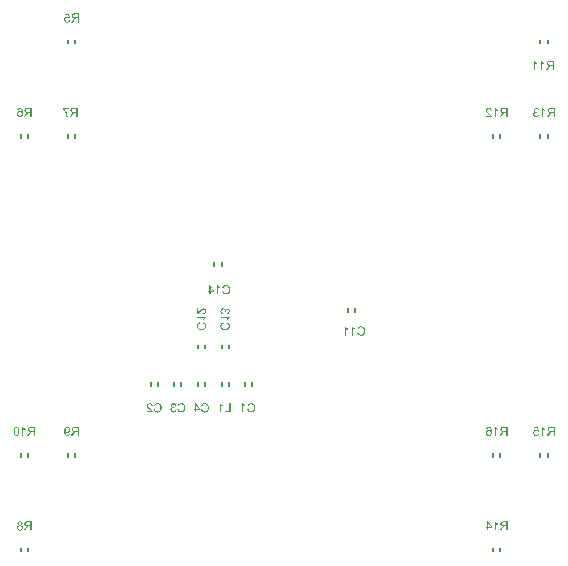
<source format=gbo>
G04*
G04 #@! TF.GenerationSoftware,Altium Limited,Altium Designer,23.4.1 (23)*
G04*
G04 Layer_Color=32896*
%FSLAX44Y44*%
%MOMM*%
G71*
G04*
G04 #@! TF.SameCoordinates,68BC9408-1245-4EE3-B557-EFF58EF5A4C6*
G04*
G04*
G04 #@! TF.FilePolarity,Positive*
G04*
G01*
G75*
%ADD10C,0.2000*%
G36*
X86185Y66218D02*
X85172D01*
Y69623D01*
X83859D01*
X83743Y69618D01*
X83644Y69612D01*
X83566Y69607D01*
X83511Y69596D01*
X83466Y69590D01*
X83439Y69585D01*
X83433D01*
X83344Y69557D01*
X83261Y69529D01*
X83184Y69491D01*
X83117Y69457D01*
X83056Y69430D01*
X83012Y69402D01*
X82985Y69385D01*
X82973Y69380D01*
X82885Y69319D01*
X82796Y69241D01*
X82713Y69153D01*
X82630Y69070D01*
X82564Y68992D01*
X82508Y68926D01*
X82486Y68898D01*
X82470Y68882D01*
X82464Y68870D01*
X82458Y68865D01*
X82403Y68793D01*
X82342Y68715D01*
X82220Y68549D01*
X82099Y68372D01*
X81982Y68200D01*
X81932Y68123D01*
X81883Y68051D01*
X81838Y67984D01*
X81800Y67924D01*
X81772Y67879D01*
X81750Y67840D01*
X81733Y67818D01*
X81728Y67813D01*
X80714Y66218D01*
X79446D01*
X80770Y68300D01*
X80919Y68522D01*
X80997Y68621D01*
X81069Y68721D01*
X81141Y68809D01*
X81213Y68893D01*
X81279Y68970D01*
X81340Y69042D01*
X81395Y69109D01*
X81451Y69164D01*
X81495Y69208D01*
X81534Y69253D01*
X81567Y69280D01*
X81589Y69308D01*
X81606Y69319D01*
X81611Y69324D01*
X81700Y69397D01*
X81794Y69463D01*
X81894Y69529D01*
X81993Y69585D01*
X82082Y69635D01*
X82121Y69657D01*
X82154Y69673D01*
X82182Y69690D01*
X82204Y69696D01*
X82215Y69707D01*
X82220D01*
X82021Y69740D01*
X81833Y69778D01*
X81661Y69828D01*
X81501Y69878D01*
X81357Y69939D01*
X81218Y69995D01*
X81102Y70055D01*
X80991Y70116D01*
X80897Y70177D01*
X80820Y70233D01*
X80747Y70282D01*
X80692Y70327D01*
X80648Y70366D01*
X80615Y70393D01*
X80598Y70410D01*
X80592Y70415D01*
X80498Y70521D01*
X80415Y70637D01*
X80343Y70747D01*
X80282Y70864D01*
X80233Y70980D01*
X80188Y71096D01*
X80155Y71207D01*
X80127Y71312D01*
X80105Y71412D01*
X80089Y71501D01*
X80077Y71584D01*
X80066Y71650D01*
Y71711D01*
X80061Y71755D01*
Y71778D01*
Y71789D01*
X80066Y71905D01*
X80072Y72021D01*
X80089Y72132D01*
X80111Y72237D01*
X80133Y72337D01*
X80161Y72431D01*
X80194Y72519D01*
X80222Y72603D01*
X80249Y72674D01*
X80282Y72741D01*
X80310Y72802D01*
X80332Y72852D01*
X80354Y72890D01*
X80365Y72918D01*
X80377Y72935D01*
X80382Y72940D01*
X80443Y73034D01*
X80509Y73123D01*
X80581Y73200D01*
X80648Y73278D01*
X80720Y73344D01*
X80792Y73405D01*
X80864Y73455D01*
X80930Y73505D01*
X80991Y73544D01*
X81052Y73577D01*
X81102Y73610D01*
X81146Y73632D01*
X81185Y73649D01*
X81213Y73660D01*
X81229Y73671D01*
X81235D01*
X81340Y73710D01*
X81456Y73743D01*
X81578Y73771D01*
X81700Y73793D01*
X81960Y73832D01*
X82087Y73843D01*
X82209Y73854D01*
X82331Y73865D01*
X82436Y73871D01*
X82536Y73876D01*
X82625D01*
X82691Y73882D01*
X86185D01*
Y66218D01*
D02*
G37*
G36*
X76539Y73904D02*
X76711Y73887D01*
X76877Y73859D01*
X77027Y73821D01*
X77171Y73776D01*
X77303Y73727D01*
X77425Y73677D01*
X77530Y73627D01*
X77630Y73572D01*
X77713Y73522D01*
X77785Y73472D01*
X77846Y73428D01*
X77896Y73394D01*
X77929Y73361D01*
X77951Y73344D01*
X77957Y73339D01*
X78062Y73228D01*
X78156Y73117D01*
X78234Y72996D01*
X78300Y72879D01*
X78361Y72758D01*
X78411Y72641D01*
X78450Y72530D01*
X78477Y72420D01*
X78505Y72320D01*
X78522Y72226D01*
X78538Y72143D01*
X78544Y72071D01*
X78549Y72016D01*
X78555Y71971D01*
Y71944D01*
Y71933D01*
X78549Y71833D01*
X78544Y71733D01*
X78510Y71550D01*
X78488Y71467D01*
X78466Y71390D01*
X78439Y71318D01*
X78411Y71251D01*
X78389Y71191D01*
X78361Y71135D01*
X78339Y71091D01*
X78317Y71052D01*
X78300Y71019D01*
X78284Y70997D01*
X78278Y70986D01*
X78272Y70980D01*
X78217Y70908D01*
X78156Y70842D01*
X78018Y70720D01*
X77874Y70615D01*
X77730Y70526D01*
X77663Y70493D01*
X77602Y70460D01*
X77547Y70432D01*
X77497Y70410D01*
X77458Y70393D01*
X77431Y70382D01*
X77409Y70371D01*
X77403D01*
X77530Y70332D01*
X77652Y70288D01*
X77763Y70238D01*
X77868Y70188D01*
X77968Y70133D01*
X78056Y70072D01*
X78134Y70017D01*
X78211Y69961D01*
X78272Y69906D01*
X78328Y69856D01*
X78378Y69806D01*
X78416Y69767D01*
X78450Y69734D01*
X78472Y69707D01*
X78483Y69690D01*
X78488Y69684D01*
X78555Y69585D01*
X78610Y69485D01*
X78660Y69380D01*
X78704Y69275D01*
X78743Y69169D01*
X78771Y69070D01*
X78798Y68965D01*
X78815Y68870D01*
X78832Y68782D01*
X78843Y68699D01*
X78854Y68621D01*
X78859Y68560D01*
X78865Y68505D01*
Y68466D01*
Y68444D01*
Y68433D01*
X78859Y68250D01*
X78837Y68073D01*
X78798Y67907D01*
X78754Y67746D01*
X78704Y67602D01*
X78643Y67464D01*
X78583Y67337D01*
X78516Y67220D01*
X78455Y67115D01*
X78394Y67027D01*
X78333Y66949D01*
X78278Y66883D01*
X78239Y66827D01*
X78200Y66794D01*
X78178Y66766D01*
X78173Y66761D01*
X78034Y66645D01*
X77896Y66539D01*
X77746Y66451D01*
X77591Y66373D01*
X77436Y66307D01*
X77287Y66257D01*
X77137Y66213D01*
X76993Y66174D01*
X76860Y66146D01*
X76733Y66124D01*
X76622Y66113D01*
X76528Y66102D01*
X76451Y66096D01*
X76390Y66091D01*
X76340D01*
X76135Y66096D01*
X75936Y66118D01*
X75753Y66152D01*
X75576Y66196D01*
X75415Y66246D01*
X75266Y66301D01*
X75127Y66362D01*
X75000Y66423D01*
X74889Y66484D01*
X74795Y66545D01*
X74706Y66600D01*
X74640Y66650D01*
X74585Y66694D01*
X74546Y66727D01*
X74518Y66750D01*
X74513Y66755D01*
X74391Y66883D01*
X74280Y67021D01*
X74191Y67154D01*
X74108Y67298D01*
X74042Y67436D01*
X73987Y67569D01*
X73937Y67702D01*
X73903Y67829D01*
X73876Y67951D01*
X73854Y68062D01*
X73837Y68156D01*
X73826Y68239D01*
X73821Y68311D01*
X73815Y68361D01*
Y68394D01*
Y68405D01*
X73821Y68538D01*
X73832Y68665D01*
X73848Y68782D01*
X73870Y68898D01*
X73903Y69003D01*
X73931Y69109D01*
X73964Y69197D01*
X73998Y69286D01*
X74036Y69363D01*
X74070Y69430D01*
X74097Y69491D01*
X74125Y69540D01*
X74153Y69579D01*
X74169Y69607D01*
X74180Y69623D01*
X74186Y69629D01*
X74258Y69723D01*
X74341Y69806D01*
X74424Y69889D01*
X74513Y69961D01*
X74601Y70028D01*
X74690Y70089D01*
X74778Y70144D01*
X74867Y70194D01*
X74945Y70238D01*
X75022Y70271D01*
X75089Y70305D01*
X75149Y70327D01*
X75199Y70349D01*
X75233Y70360D01*
X75260Y70371D01*
X75266D01*
X75160Y70415D01*
X75066Y70460D01*
X74978Y70509D01*
X74889Y70559D01*
X74817Y70609D01*
X74745Y70659D01*
X74684Y70709D01*
X74623Y70759D01*
X74573Y70803D01*
X74535Y70847D01*
X74496Y70880D01*
X74468Y70914D01*
X74441Y70941D01*
X74424Y70964D01*
X74419Y70975D01*
X74413Y70980D01*
X74363Y71058D01*
X74319Y71135D01*
X74280Y71213D01*
X74247Y71290D01*
X74197Y71445D01*
X74164Y71589D01*
X74153Y71656D01*
X74147Y71716D01*
X74142Y71772D01*
X74136Y71816D01*
X74131Y71855D01*
Y71883D01*
Y71899D01*
Y71905D01*
X74136Y72060D01*
X74158Y72204D01*
X74186Y72348D01*
X74225Y72481D01*
X74275Y72603D01*
X74324Y72719D01*
X74380Y72829D01*
X74435Y72929D01*
X74496Y73018D01*
X74551Y73095D01*
X74601Y73162D01*
X74651Y73217D01*
X74690Y73261D01*
X74717Y73295D01*
X74740Y73317D01*
X74745Y73322D01*
X74861Y73428D01*
X74989Y73516D01*
X75122Y73594D01*
X75255Y73660D01*
X75388Y73721D01*
X75520Y73765D01*
X75653Y73804D01*
X75781Y73837D01*
X75897Y73859D01*
X76008Y73876D01*
X76107Y73893D01*
X76190Y73898D01*
X76262Y73904D01*
X76312Y73909D01*
X76357D01*
X76539Y73904D01*
D02*
G37*
G36*
X78923Y153815D02*
X78978Y153721D01*
X79106Y153538D01*
X79244Y153367D01*
X79316Y153284D01*
X79383Y153206D01*
X79449Y153140D01*
X79510Y153073D01*
X79565Y153018D01*
X79615Y152968D01*
X79654Y152929D01*
X79682Y152901D01*
X79704Y152885D01*
X79709Y152879D01*
X79936Y152691D01*
X80174Y152519D01*
X80407Y152364D01*
X80518Y152298D01*
X80623Y152232D01*
X80717Y152176D01*
X80806Y152126D01*
X80889Y152082D01*
X80955Y152049D01*
X81011Y152021D01*
X81055Y151999D01*
X81077Y151988D01*
X81088Y151982D01*
Y151074D01*
X80922Y151141D01*
X80750Y151218D01*
X80584Y151296D01*
X80429Y151373D01*
X80363Y151412D01*
X80296Y151445D01*
X80241Y151478D01*
X80197Y151506D01*
X80158Y151523D01*
X80125Y151539D01*
X80108Y151550D01*
X80102Y151556D01*
X79903Y151678D01*
X79815Y151739D01*
X79726Y151794D01*
X79648Y151855D01*
X79576Y151905D01*
X79510Y151960D01*
X79443Y152004D01*
X79394Y152049D01*
X79344Y152087D01*
X79300Y152126D01*
X79266Y152154D01*
X79239Y152176D01*
X79222Y152193D01*
X79211Y152204D01*
X79205Y152209D01*
Y146218D01*
X78264D01*
Y153909D01*
X78873D01*
X78923Y153815D01*
D02*
G37*
G36*
X89139Y146218D02*
X88126D01*
Y149623D01*
X86813D01*
X86697Y149618D01*
X86598Y149612D01*
X86520Y149607D01*
X86465Y149596D01*
X86420Y149590D01*
X86393Y149585D01*
X86387D01*
X86299Y149557D01*
X86215Y149529D01*
X86138Y149491D01*
X86072Y149457D01*
X86011Y149430D01*
X85966Y149402D01*
X85939Y149385D01*
X85928Y149380D01*
X85839Y149319D01*
X85750Y149241D01*
X85667Y149153D01*
X85584Y149070D01*
X85518Y148992D01*
X85462Y148926D01*
X85440Y148898D01*
X85424Y148882D01*
X85418Y148870D01*
X85413Y148865D01*
X85357Y148793D01*
X85296Y148715D01*
X85175Y148549D01*
X85053Y148372D01*
X84936Y148200D01*
X84887Y148123D01*
X84837Y148051D01*
X84792Y147985D01*
X84754Y147924D01*
X84726Y147879D01*
X84704Y147840D01*
X84687Y147818D01*
X84682Y147813D01*
X83668Y146218D01*
X82400D01*
X83724Y148300D01*
X83873Y148522D01*
X83951Y148621D01*
X84023Y148721D01*
X84095Y148809D01*
X84167Y148893D01*
X84233Y148970D01*
X84294Y149042D01*
X84349Y149108D01*
X84405Y149164D01*
X84449Y149208D01*
X84488Y149253D01*
X84521Y149280D01*
X84543Y149308D01*
X84560Y149319D01*
X84565Y149325D01*
X84654Y149396D01*
X84748Y149463D01*
X84848Y149529D01*
X84948Y149585D01*
X85036Y149635D01*
X85075Y149657D01*
X85108Y149673D01*
X85136Y149690D01*
X85158Y149696D01*
X85169Y149706D01*
X85175D01*
X84975Y149740D01*
X84787Y149778D01*
X84615Y149828D01*
X84455Y149878D01*
X84311Y149939D01*
X84172Y149994D01*
X84056Y150055D01*
X83945Y150116D01*
X83851Y150177D01*
X83774Y150233D01*
X83702Y150282D01*
X83646Y150327D01*
X83602Y150365D01*
X83569Y150393D01*
X83552Y150410D01*
X83547Y150415D01*
X83452Y150520D01*
X83369Y150637D01*
X83297Y150747D01*
X83237Y150864D01*
X83187Y150980D01*
X83142Y151096D01*
X83109Y151207D01*
X83081Y151312D01*
X83059Y151412D01*
X83043Y151501D01*
X83032Y151584D01*
X83020Y151650D01*
Y151711D01*
X83015Y151755D01*
Y151777D01*
Y151789D01*
X83020Y151905D01*
X83026Y152021D01*
X83043Y152132D01*
X83065Y152237D01*
X83087Y152337D01*
X83115Y152431D01*
X83148Y152519D01*
X83176Y152603D01*
X83203Y152675D01*
X83237Y152741D01*
X83264Y152802D01*
X83286Y152852D01*
X83308Y152890D01*
X83320Y152918D01*
X83331Y152935D01*
X83336Y152940D01*
X83397Y153034D01*
X83463Y153123D01*
X83535Y153201D01*
X83602Y153278D01*
X83674Y153344D01*
X83746Y153405D01*
X83818Y153455D01*
X83884Y153505D01*
X83945Y153544D01*
X84006Y153577D01*
X84056Y153610D01*
X84100Y153632D01*
X84139Y153649D01*
X84167Y153660D01*
X84183Y153671D01*
X84189D01*
X84294Y153710D01*
X84410Y153743D01*
X84532Y153771D01*
X84654Y153793D01*
X84914Y153832D01*
X85042Y153843D01*
X85163Y153854D01*
X85285Y153865D01*
X85391Y153870D01*
X85490Y153876D01*
X85579D01*
X85645Y153882D01*
X89139D01*
Y146218D01*
D02*
G37*
G36*
X73513Y153904D02*
X73657Y153893D01*
X73796Y153870D01*
X73928Y153837D01*
X74050Y153804D01*
X74167Y153765D01*
X74272Y153727D01*
X74366Y153688D01*
X74454Y153644D01*
X74527Y153605D01*
X74593Y153566D01*
X74648Y153533D01*
X74693Y153505D01*
X74720Y153483D01*
X74742Y153466D01*
X74748Y153461D01*
X74848Y153372D01*
X74942Y153278D01*
X75030Y153178D01*
X75113Y153073D01*
X75185Y152968D01*
X75252Y152857D01*
X75318Y152752D01*
X75368Y152652D01*
X75418Y152558D01*
X75462Y152470D01*
X75496Y152387D01*
X75529Y152320D01*
X75551Y152259D01*
X75567Y152220D01*
X75573Y152193D01*
X75578Y152182D01*
X75628Y152021D01*
X75667Y151849D01*
X75706Y151672D01*
X75739Y151489D01*
X75789Y151124D01*
X75806Y150947D01*
X75822Y150775D01*
X75833Y150615D01*
X75839Y150465D01*
X75844Y150332D01*
X75850Y150222D01*
Y150172D01*
X75855Y150127D01*
Y150089D01*
Y150055D01*
Y150028D01*
Y150011D01*
Y150000D01*
Y149994D01*
Y149795D01*
X75844Y149601D01*
X75839Y149419D01*
X75822Y149241D01*
X75806Y149070D01*
X75783Y148904D01*
X75761Y148749D01*
X75739Y148599D01*
X75711Y148450D01*
X75678Y148317D01*
X75651Y148184D01*
X75617Y148062D01*
X75584Y147940D01*
X75551Y147829D01*
X75512Y147724D01*
X75479Y147625D01*
X75446Y147536D01*
X75407Y147447D01*
X75374Y147370D01*
X75340Y147292D01*
X75307Y147226D01*
X75279Y147165D01*
X75246Y147110D01*
X75219Y147060D01*
X75196Y147015D01*
X75174Y146982D01*
X75152Y146949D01*
X75136Y146921D01*
X75119Y146905D01*
X75108Y146888D01*
X75102Y146883D01*
Y146877D01*
X74981Y146739D01*
X74848Y146617D01*
X74709Y146512D01*
X74565Y146423D01*
X74416Y146346D01*
X74272Y146285D01*
X74133Y146229D01*
X73995Y146190D01*
X73862Y146157D01*
X73746Y146135D01*
X73635Y146113D01*
X73541Y146102D01*
X73463Y146096D01*
X73408Y146091D01*
X73358D01*
X73203Y146096D01*
X73059Y146113D01*
X72921Y146135D01*
X72788Y146163D01*
X72666Y146196D01*
X72555Y146235D01*
X72450Y146273D01*
X72350Y146318D01*
X72267Y146356D01*
X72190Y146395D01*
X72129Y146434D01*
X72073Y146467D01*
X72029Y146501D01*
X72002Y146523D01*
X71979Y146534D01*
X71974Y146539D01*
X71874Y146628D01*
X71780Y146722D01*
X71691Y146822D01*
X71608Y146927D01*
X71536Y147038D01*
X71470Y147143D01*
X71403Y147248D01*
X71348Y147348D01*
X71304Y147442D01*
X71259Y147530D01*
X71226Y147613D01*
X71193Y147680D01*
X71171Y147741D01*
X71154Y147780D01*
X71149Y147807D01*
X71143Y147818D01*
X71093Y147979D01*
X71049Y148151D01*
X71010Y148328D01*
X70977Y148511D01*
X70927Y148870D01*
X70911Y149048D01*
X70894Y149219D01*
X70883Y149380D01*
X70877Y149524D01*
X70872Y149657D01*
X70866Y149773D01*
Y149823D01*
X70861Y149867D01*
Y149906D01*
Y149934D01*
Y149961D01*
Y149978D01*
Y149989D01*
Y149994D01*
Y150205D01*
X70866Y150399D01*
X70877Y150587D01*
X70889Y150759D01*
X70900Y150919D01*
X70916Y151069D01*
X70933Y151207D01*
X70949Y151329D01*
X70966Y151440D01*
X70983Y151534D01*
X70999Y151617D01*
X71010Y151683D01*
X71021Y151739D01*
X71033Y151772D01*
X71038Y151800D01*
Y151805D01*
X71071Y151927D01*
X71110Y152049D01*
X71143Y152160D01*
X71182Y152265D01*
X71226Y152364D01*
X71265Y152458D01*
X71304Y152547D01*
X71343Y152625D01*
X71376Y152697D01*
X71409Y152758D01*
X71437Y152813D01*
X71464Y152857D01*
X71487Y152890D01*
X71503Y152918D01*
X71509Y152935D01*
X71514Y152940D01*
X71631Y153106D01*
X71758Y153250D01*
X71885Y153378D01*
X72007Y153477D01*
X72062Y153522D01*
X72118Y153555D01*
X72162Y153588D01*
X72201Y153616D01*
X72234Y153632D01*
X72256Y153649D01*
X72273Y153660D01*
X72278D01*
X72367Y153704D01*
X72456Y153743D01*
X72644Y153804D01*
X72826Y153848D01*
X72993Y153876D01*
X73070Y153887D01*
X73137Y153898D01*
X73203Y153904D01*
X73253D01*
X73297Y153909D01*
X73358D01*
X73513Y153904D01*
D02*
G37*
G36*
X116633D02*
X116816Y153876D01*
X116988Y153843D01*
X117148Y153799D01*
X117303Y153743D01*
X117447Y153682D01*
X117575Y153621D01*
X117697Y153555D01*
X117802Y153488D01*
X117896Y153422D01*
X117979Y153361D01*
X118045Y153306D01*
X118095Y153261D01*
X118134Y153228D01*
X118162Y153201D01*
X118167Y153195D01*
X118289Y153056D01*
X118394Y152913D01*
X118483Y152758D01*
X118566Y152603D01*
X118632Y152447D01*
X118688Y152292D01*
X118732Y152137D01*
X118765Y151993D01*
X118798Y151855D01*
X118815Y151728D01*
X118832Y151611D01*
X118843Y151512D01*
X118848Y151429D01*
Y151395D01*
X118854Y151368D01*
Y151346D01*
Y151329D01*
Y151323D01*
Y151318D01*
X118848Y151113D01*
X118826Y150919D01*
X118793Y150731D01*
X118754Y150559D01*
X118704Y150399D01*
X118649Y150249D01*
X118588Y150111D01*
X118527Y149989D01*
X118466Y149878D01*
X118405Y149778D01*
X118350Y149696D01*
X118300Y149629D01*
X118261Y149574D01*
X118228Y149535D01*
X118206Y149507D01*
X118200Y149502D01*
X118073Y149380D01*
X117940Y149275D01*
X117807Y149186D01*
X117669Y149103D01*
X117536Y149037D01*
X117403Y148981D01*
X117270Y148937D01*
X117148Y148904D01*
X117032Y148870D01*
X116927Y148854D01*
X116827Y148837D01*
X116750Y148826D01*
X116683Y148821D01*
X116633Y148815D01*
X116589D01*
X116484Y148821D01*
X116379Y148826D01*
X116185Y148859D01*
X116002Y148904D01*
X115925Y148926D01*
X115847Y148954D01*
X115775Y148981D01*
X115714Y149003D01*
X115664Y149025D01*
X115615Y149048D01*
X115581Y149064D01*
X115554Y149081D01*
X115537Y149086D01*
X115532Y149092D01*
X115354Y149203D01*
X115205Y149325D01*
X115133Y149385D01*
X115072Y149446D01*
X115011Y149502D01*
X114961Y149563D01*
X114911Y149612D01*
X114873Y149662D01*
X114839Y149706D01*
X114806Y149745D01*
X114784Y149778D01*
X114767Y149801D01*
X114762Y149817D01*
X114756Y149823D01*
Y149778D01*
Y149740D01*
Y149706D01*
Y149679D01*
Y149662D01*
Y149646D01*
Y149640D01*
Y149635D01*
X114762Y149419D01*
X114778Y149208D01*
X114801Y149014D01*
X114817Y148920D01*
X114828Y148837D01*
X114839Y148760D01*
X114856Y148693D01*
X114867Y148632D01*
X114878Y148582D01*
X114889Y148538D01*
X114895Y148511D01*
X114900Y148488D01*
Y148483D01*
X114928Y148383D01*
X114956Y148284D01*
X114983Y148195D01*
X115011Y148106D01*
X115044Y148029D01*
X115072Y147957D01*
X115100Y147890D01*
X115127Y147829D01*
X115149Y147774D01*
X115177Y147724D01*
X115194Y147685D01*
X115216Y147652D01*
X115227Y147625D01*
X115238Y147608D01*
X115249Y147597D01*
Y147591D01*
X115332Y147475D01*
X115421Y147370D01*
X115509Y147276D01*
X115592Y147204D01*
X115664Y147143D01*
X115725Y147099D01*
X115747Y147082D01*
X115764Y147071D01*
X115775Y147060D01*
X115781D01*
X115908Y146993D01*
X116035Y146949D01*
X116168Y146916D01*
X116285Y146888D01*
X116390Y146877D01*
X116434Y146872D01*
X116473D01*
X116501Y146866D01*
X116545D01*
X116639Y146872D01*
X116728Y146877D01*
X116888Y146910D01*
X117027Y146954D01*
X117093Y146982D01*
X117148Y147010D01*
X117198Y147032D01*
X117248Y147060D01*
X117287Y147082D01*
X117314Y147104D01*
X117342Y147121D01*
X117359Y147137D01*
X117370Y147143D01*
X117375Y147148D01*
X117436Y147204D01*
X117486Y147270D01*
X117580Y147414D01*
X117658Y147569D01*
X117719Y147724D01*
X117741Y147791D01*
X117763Y147863D01*
X117780Y147924D01*
X117791Y147973D01*
X117802Y148018D01*
X117807Y148051D01*
X117813Y148073D01*
Y148079D01*
X118715Y147996D01*
X118688Y147829D01*
X118654Y147674D01*
X118610Y147530D01*
X118560Y147392D01*
X118511Y147265D01*
X118450Y147154D01*
X118394Y147049D01*
X118333Y146954D01*
X118278Y146866D01*
X118223Y146794D01*
X118167Y146733D01*
X118123Y146683D01*
X118090Y146639D01*
X118056Y146611D01*
X118040Y146595D01*
X118034Y146589D01*
X117923Y146501D01*
X117807Y146423D01*
X117685Y146356D01*
X117564Y146301D01*
X117442Y146251D01*
X117320Y146213D01*
X117198Y146179D01*
X117082Y146152D01*
X116977Y146135D01*
X116877Y146118D01*
X116788Y146107D01*
X116711Y146096D01*
X116650D01*
X116600Y146091D01*
X116561D01*
X116406Y146096D01*
X116257Y146113D01*
X116113Y146135D01*
X115974Y146163D01*
X115842Y146196D01*
X115725Y146235D01*
X115609Y146273D01*
X115509Y146318D01*
X115415Y146362D01*
X115332Y146401D01*
X115260Y146440D01*
X115199Y146473D01*
X115149Y146501D01*
X115116Y146528D01*
X115094Y146539D01*
X115089Y146545D01*
X114972Y146633D01*
X114867Y146733D01*
X114767Y146838D01*
X114673Y146944D01*
X114590Y147054D01*
X114507Y147165D01*
X114441Y147270D01*
X114374Y147375D01*
X114319Y147475D01*
X114269Y147569D01*
X114230Y147652D01*
X114197Y147724D01*
X114169Y147785D01*
X114153Y147829D01*
X114142Y147857D01*
X114136Y147868D01*
X114081Y148040D01*
X114031Y148217D01*
X113987Y148405D01*
X113948Y148599D01*
X113920Y148793D01*
X113892Y148992D01*
X113870Y149180D01*
X113854Y149363D01*
X113843Y149535D01*
X113832Y149696D01*
X113826Y149839D01*
X113820Y149900D01*
Y149961D01*
Y150017D01*
X113815Y150066D01*
Y150105D01*
Y150138D01*
Y150166D01*
Y150188D01*
Y150199D01*
Y150205D01*
X113820Y150460D01*
X113832Y150703D01*
X113843Y150925D01*
X113865Y151135D01*
X113892Y151329D01*
X113920Y151501D01*
X113948Y151661D01*
X113975Y151805D01*
X114009Y151932D01*
X114036Y152043D01*
X114064Y152137D01*
X114092Y152215D01*
X114114Y152276D01*
X114125Y152320D01*
X114136Y152342D01*
X114142Y152353D01*
X114202Y152492D01*
X114275Y152619D01*
X114347Y152735D01*
X114424Y152846D01*
X114501Y152951D01*
X114579Y153046D01*
X114657Y153134D01*
X114734Y153212D01*
X114806Y153278D01*
X114867Y153339D01*
X114928Y153389D01*
X114983Y153433D01*
X115022Y153461D01*
X115055Y153488D01*
X115077Y153499D01*
X115083Y153505D01*
X115199Y153577D01*
X115316Y153638D01*
X115437Y153693D01*
X115554Y153738D01*
X115670Y153776D01*
X115786Y153810D01*
X115891Y153837D01*
X115997Y153859D01*
X116091Y153876D01*
X116174Y153887D01*
X116251Y153898D01*
X116318Y153904D01*
X116373Y153909D01*
X116445D01*
X116633Y153904D01*
D02*
G37*
G36*
X126185Y146218D02*
X125172D01*
Y149623D01*
X123859D01*
X123743Y149618D01*
X123644Y149612D01*
X123566Y149607D01*
X123511Y149596D01*
X123466Y149590D01*
X123439Y149585D01*
X123433D01*
X123344Y149557D01*
X123261Y149529D01*
X123184Y149491D01*
X123117Y149457D01*
X123056Y149430D01*
X123012Y149402D01*
X122985Y149385D01*
X122973Y149380D01*
X122885Y149319D01*
X122796Y149241D01*
X122713Y149153D01*
X122630Y149070D01*
X122564Y148992D01*
X122508Y148926D01*
X122486Y148898D01*
X122470Y148882D01*
X122464Y148870D01*
X122458Y148865D01*
X122403Y148793D01*
X122342Y148715D01*
X122220Y148549D01*
X122099Y148372D01*
X121982Y148200D01*
X121932Y148123D01*
X121883Y148051D01*
X121838Y147985D01*
X121800Y147924D01*
X121772Y147879D01*
X121750Y147840D01*
X121733Y147818D01*
X121728Y147813D01*
X120714Y146218D01*
X119446D01*
X120770Y148300D01*
X120919Y148522D01*
X120997Y148621D01*
X121069Y148721D01*
X121141Y148809D01*
X121213Y148893D01*
X121279Y148970D01*
X121340Y149042D01*
X121395Y149108D01*
X121451Y149164D01*
X121495Y149208D01*
X121534Y149253D01*
X121567Y149280D01*
X121589Y149308D01*
X121606Y149319D01*
X121611Y149325D01*
X121700Y149396D01*
X121794Y149463D01*
X121894Y149529D01*
X121993Y149585D01*
X122082Y149635D01*
X122121Y149657D01*
X122154Y149673D01*
X122182Y149690D01*
X122204Y149696D01*
X122215Y149706D01*
X122220D01*
X122021Y149740D01*
X121833Y149778D01*
X121661Y149828D01*
X121501Y149878D01*
X121357Y149939D01*
X121218Y149994D01*
X121102Y150055D01*
X120991Y150116D01*
X120897Y150177D01*
X120820Y150233D01*
X120747Y150282D01*
X120692Y150327D01*
X120648Y150365D01*
X120615Y150393D01*
X120598Y150410D01*
X120592Y150415D01*
X120498Y150520D01*
X120415Y150637D01*
X120343Y150747D01*
X120282Y150864D01*
X120233Y150980D01*
X120188Y151096D01*
X120155Y151207D01*
X120127Y151312D01*
X120105Y151412D01*
X120089Y151501D01*
X120077Y151584D01*
X120066Y151650D01*
Y151711D01*
X120061Y151755D01*
Y151777D01*
Y151789D01*
X120066Y151905D01*
X120072Y152021D01*
X120089Y152132D01*
X120111Y152237D01*
X120133Y152337D01*
X120161Y152431D01*
X120194Y152519D01*
X120222Y152603D01*
X120249Y152675D01*
X120282Y152741D01*
X120310Y152802D01*
X120332Y152852D01*
X120354Y152890D01*
X120365Y152918D01*
X120377Y152935D01*
X120382Y152940D01*
X120443Y153034D01*
X120509Y153123D01*
X120581Y153201D01*
X120648Y153278D01*
X120720Y153344D01*
X120792Y153405D01*
X120864Y153455D01*
X120930Y153505D01*
X120991Y153544D01*
X121052Y153577D01*
X121102Y153610D01*
X121146Y153632D01*
X121185Y153649D01*
X121213Y153660D01*
X121229Y153671D01*
X121235D01*
X121340Y153710D01*
X121456Y153743D01*
X121578Y153771D01*
X121700Y153793D01*
X121960Y153832D01*
X122087Y153843D01*
X122209Y153854D01*
X122331Y153865D01*
X122436Y153870D01*
X122536Y153876D01*
X122625D01*
X122691Y153882D01*
X126185D01*
Y146218D01*
D02*
G37*
G36*
X473488Y423840D02*
X473676Y423823D01*
X473854Y423796D01*
X474020Y423757D01*
X474175Y423713D01*
X474319Y423663D01*
X474446Y423613D01*
X474568Y423563D01*
X474673Y423508D01*
X474767Y423458D01*
X474845Y423408D01*
X474911Y423364D01*
X474961Y423331D01*
X475000Y423297D01*
X475022Y423281D01*
X475028Y423275D01*
X475144Y423164D01*
X475244Y423043D01*
X475338Y422915D01*
X475415Y422782D01*
X475487Y422644D01*
X475548Y422506D01*
X475598Y422373D01*
X475642Y422240D01*
X475676Y422118D01*
X475703Y422002D01*
X475725Y421897D01*
X475742Y421808D01*
X475759Y421736D01*
X475764Y421680D01*
Y421658D01*
X475770Y421642D01*
Y421636D01*
Y421631D01*
X474801Y421531D01*
X474795Y421664D01*
X474784Y421786D01*
X474762Y421902D01*
X474740Y422013D01*
X474706Y422112D01*
X474673Y422201D01*
X474635Y422290D01*
X474596Y422362D01*
X474562Y422428D01*
X474524Y422489D01*
X474491Y422539D01*
X474457Y422583D01*
X474435Y422611D01*
X474413Y422639D01*
X474402Y422649D01*
X474396Y422655D01*
X474319Y422727D01*
X474230Y422788D01*
X474142Y422843D01*
X474053Y422893D01*
X473959Y422932D01*
X473870Y422965D01*
X473782Y422993D01*
X473699Y423015D01*
X473616Y423032D01*
X473544Y423043D01*
X473477Y423054D01*
X473416Y423059D01*
X473372Y423065D01*
X473306D01*
X473189Y423059D01*
X473078Y423048D01*
X472973Y423032D01*
X472874Y423004D01*
X472785Y422976D01*
X472696Y422943D01*
X472619Y422910D01*
X472547Y422871D01*
X472486Y422838D01*
X472431Y422799D01*
X472381Y422766D01*
X472342Y422738D01*
X472309Y422710D01*
X472287Y422694D01*
X472276Y422683D01*
X472270Y422677D01*
X472198Y422605D01*
X472137Y422528D01*
X472082Y422450D01*
X472038Y422367D01*
X471999Y422290D01*
X471965Y422212D01*
X471938Y422135D01*
X471916Y422063D01*
X471899Y421996D01*
X471888Y421935D01*
X471877Y421880D01*
X471871Y421830D01*
X471866Y421791D01*
Y421764D01*
Y421741D01*
Y421736D01*
X471871Y421636D01*
X471883Y421537D01*
X471905Y421437D01*
X471932Y421337D01*
X472004Y421143D01*
X472049Y421055D01*
X472087Y420972D01*
X472126Y420894D01*
X472170Y420822D01*
X472204Y420761D01*
X472237Y420706D01*
X472270Y420667D01*
X472292Y420634D01*
X472303Y420612D01*
X472309Y420606D01*
X472397Y420490D01*
X472508Y420363D01*
X472625Y420235D01*
X472757Y420102D01*
X472890Y419964D01*
X473034Y419831D01*
X473173Y419698D01*
X473317Y419571D01*
X473450Y419449D01*
X473577Y419338D01*
X473688Y419233D01*
X473793Y419150D01*
X473876Y419078D01*
X473909Y419050D01*
X473937Y419023D01*
X473959Y419006D01*
X473975Y418989D01*
X473987Y418984D01*
X473992Y418978D01*
X474136Y418857D01*
X474274Y418740D01*
X474402Y418629D01*
X474524Y418524D01*
X474635Y418419D01*
X474734Y418325D01*
X474823Y418236D01*
X474906Y418153D01*
X474983Y418081D01*
X475044Y418015D01*
X475100Y417960D01*
X475144Y417910D01*
X475177Y417871D01*
X475199Y417843D01*
X475216Y417827D01*
X475221Y417821D01*
X475371Y417633D01*
X475498Y417450D01*
X475603Y417279D01*
X475653Y417201D01*
X475692Y417123D01*
X475725Y417057D01*
X475759Y416996D01*
X475786Y416941D01*
X475803Y416891D01*
X475819Y416852D01*
X475830Y416824D01*
X475842Y416808D01*
Y416802D01*
X475880Y416686D01*
X475908Y416570D01*
X475925Y416459D01*
X475936Y416365D01*
X475941Y416276D01*
X475947Y416243D01*
Y416210D01*
Y416188D01*
Y416171D01*
Y416160D01*
Y416154D01*
X470886D01*
Y417057D01*
X474640D01*
X474579Y417151D01*
X474513Y417245D01*
X474446Y417328D01*
X474385Y417406D01*
X474330Y417467D01*
X474286Y417517D01*
X474258Y417550D01*
X474247Y417561D01*
X474197Y417616D01*
X474131Y417677D01*
X474059Y417744D01*
X473975Y417821D01*
X473887Y417899D01*
X473798Y417982D01*
X473610Y418142D01*
X473521Y418220D01*
X473438Y418292D01*
X473366Y418358D01*
X473294Y418414D01*
X473239Y418463D01*
X473200Y418497D01*
X473173Y418524D01*
X473162Y418530D01*
X472979Y418685D01*
X472807Y418834D01*
X472652Y418973D01*
X472508Y419100D01*
X472375Y419222D01*
X472259Y419333D01*
X472148Y419432D01*
X472054Y419521D01*
X471971Y419604D01*
X471905Y419676D01*
X471844Y419737D01*
X471794Y419787D01*
X471755Y419826D01*
X471733Y419853D01*
X471716Y419870D01*
X471711Y419875D01*
X471633Y419969D01*
X471556Y420058D01*
X471489Y420147D01*
X471428Y420230D01*
X471318Y420390D01*
X471273Y420462D01*
X471235Y420529D01*
X471196Y420590D01*
X471168Y420645D01*
X471141Y420695D01*
X471124Y420734D01*
X471107Y420767D01*
X471096Y420789D01*
X471085Y420806D01*
Y420811D01*
X471024Y420977D01*
X470974Y421138D01*
X470941Y421293D01*
X470919Y421431D01*
X470914Y421492D01*
X470908Y421548D01*
X470902Y421592D01*
X470897Y421636D01*
Y421670D01*
Y421692D01*
Y421708D01*
Y421714D01*
X470902Y421880D01*
X470924Y422040D01*
X470958Y422190D01*
X470997Y422334D01*
X471046Y422467D01*
X471102Y422594D01*
X471163Y422710D01*
X471218Y422816D01*
X471279Y422910D01*
X471340Y422993D01*
X471395Y423065D01*
X471445Y423120D01*
X471484Y423170D01*
X471517Y423203D01*
X471539Y423225D01*
X471545Y423231D01*
X471672Y423342D01*
X471805Y423436D01*
X471943Y423513D01*
X472087Y423585D01*
X472231Y423646D01*
X472381Y423696D01*
X472519Y423735D01*
X472658Y423768D01*
X472785Y423796D01*
X472907Y423812D01*
X473012Y423829D01*
X473106Y423834D01*
X473184Y423840D01*
X473239Y423846D01*
X473289D01*
X473488Y423840D01*
D02*
G37*
G36*
X478898Y423751D02*
X478954Y423657D01*
X479081Y423475D01*
X479219Y423303D01*
X479291Y423220D01*
X479358Y423142D01*
X479424Y423076D01*
X479485Y423009D01*
X479540Y422954D01*
X479590Y422904D01*
X479629Y422865D01*
X479657Y422838D01*
X479679Y422821D01*
X479684Y422816D01*
X479911Y422627D01*
X480149Y422456D01*
X480382Y422301D01*
X480493Y422234D01*
X480598Y422168D01*
X480692Y422112D01*
X480781Y422063D01*
X480864Y422018D01*
X480930Y421985D01*
X480986Y421957D01*
X481030Y421935D01*
X481052Y421924D01*
X481063Y421919D01*
Y421011D01*
X480897Y421077D01*
X480725Y421155D01*
X480559Y421232D01*
X480404Y421310D01*
X480338Y421348D01*
X480271Y421381D01*
X480216Y421415D01*
X480172Y421442D01*
X480133Y421459D01*
X480100Y421476D01*
X480083Y421487D01*
X480078Y421492D01*
X479878Y421614D01*
X479790Y421675D01*
X479701Y421730D01*
X479623Y421791D01*
X479552Y421841D01*
X479485Y421897D01*
X479419Y421941D01*
X479369Y421985D01*
X479319Y422024D01*
X479275Y422063D01*
X479241Y422090D01*
X479214Y422112D01*
X479197Y422129D01*
X479186Y422140D01*
X479180Y422146D01*
Y416154D01*
X478239D01*
Y423846D01*
X478848D01*
X478898Y423751D01*
D02*
G37*
G36*
X489114Y416154D02*
X488101D01*
Y419560D01*
X486789D01*
X486672Y419554D01*
X486573Y419549D01*
X486495Y419543D01*
X486440Y419532D01*
X486395Y419527D01*
X486368Y419521D01*
X486362D01*
X486274Y419493D01*
X486191Y419466D01*
X486113Y419427D01*
X486047Y419394D01*
X485986Y419366D01*
X485941Y419338D01*
X485914Y419322D01*
X485903Y419316D01*
X485814Y419255D01*
X485726Y419178D01*
X485642Y419089D01*
X485559Y419006D01*
X485493Y418928D01*
X485438Y418862D01*
X485415Y418834D01*
X485399Y418818D01*
X485393Y418807D01*
X485388Y418801D01*
X485332Y418729D01*
X485271Y418652D01*
X485150Y418486D01*
X485028Y418308D01*
X484911Y418137D01*
X484862Y418059D01*
X484812Y417987D01*
X484767Y417921D01*
X484729Y417860D01*
X484701Y417816D01*
X484679Y417777D01*
X484662Y417755D01*
X484657Y417749D01*
X483643Y416154D01*
X482375D01*
X483699Y418236D01*
X483848Y418458D01*
X483926Y418558D01*
X483998Y418657D01*
X484070Y418746D01*
X484142Y418829D01*
X484208Y418906D01*
X484269Y418978D01*
X484325Y419045D01*
X484380Y419100D01*
X484424Y419145D01*
X484463Y419189D01*
X484496Y419216D01*
X484518Y419244D01*
X484535Y419255D01*
X484540Y419261D01*
X484629Y419333D01*
X484723Y419399D01*
X484823Y419466D01*
X484923Y419521D01*
X485011Y419571D01*
X485050Y419593D01*
X485083Y419610D01*
X485111Y419626D01*
X485133Y419632D01*
X485144Y419643D01*
X485150D01*
X484950Y419676D01*
X484762Y419715D01*
X484590Y419765D01*
X484430Y419814D01*
X484286Y419875D01*
X484147Y419931D01*
X484031Y419992D01*
X483920Y420053D01*
X483826Y420113D01*
X483749Y420169D01*
X483677Y420219D01*
X483621Y420263D01*
X483577Y420302D01*
X483544Y420330D01*
X483527Y420346D01*
X483522Y420352D01*
X483428Y420457D01*
X483344Y420573D01*
X483273Y420684D01*
X483212Y420800D01*
X483162Y420916D01*
X483117Y421033D01*
X483084Y421143D01*
X483056Y421249D01*
X483034Y421348D01*
X483018Y421437D01*
X483007Y421520D01*
X482996Y421586D01*
Y421647D01*
X482990Y421692D01*
Y421714D01*
Y421725D01*
X482996Y421841D01*
X483001Y421957D01*
X483018Y422068D01*
X483040Y422173D01*
X483062Y422273D01*
X483090Y422367D01*
X483123Y422456D01*
X483151Y422539D01*
X483178Y422611D01*
X483212Y422677D01*
X483239Y422738D01*
X483261Y422788D01*
X483284Y422827D01*
X483295Y422854D01*
X483306Y422871D01*
X483311Y422877D01*
X483372Y422971D01*
X483439Y423059D01*
X483511Y423137D01*
X483577Y423214D01*
X483649Y423281D01*
X483721Y423342D01*
X483793Y423391D01*
X483859Y423441D01*
X483920Y423480D01*
X483981Y423513D01*
X484031Y423547D01*
X484075Y423569D01*
X484114Y423585D01*
X484142Y423596D01*
X484158Y423607D01*
X484164D01*
X484269Y423646D01*
X484385Y423680D01*
X484507Y423707D01*
X484629Y423729D01*
X484889Y423768D01*
X485017Y423779D01*
X485139Y423790D01*
X485260Y423801D01*
X485366Y423807D01*
X485465Y423812D01*
X485554D01*
X485620Y423818D01*
X489114D01*
Y416154D01*
D02*
G37*
G36*
X513632Y423909D02*
X513793Y423893D01*
X513948Y423865D01*
X514092Y423832D01*
X514225Y423793D01*
X514347Y423749D01*
X514463Y423704D01*
X514568Y423655D01*
X514662Y423605D01*
X514745Y423560D01*
X514817Y423516D01*
X514878Y423477D01*
X514928Y423444D01*
X514961Y423416D01*
X514983Y423400D01*
X514989Y423394D01*
X515100Y423295D01*
X515199Y423184D01*
X515288Y423068D01*
X515365Y422946D01*
X515437Y422824D01*
X515504Y422702D01*
X515559Y422580D01*
X515609Y422464D01*
X515648Y422353D01*
X515681Y422254D01*
X515709Y422165D01*
X515731Y422082D01*
X515747Y422015D01*
X515759Y421971D01*
X515770Y421938D01*
Y421932D01*
Y421927D01*
X514828Y421761D01*
X514806Y421888D01*
X514778Y422005D01*
X514751Y422110D01*
X514712Y422209D01*
X514679Y422304D01*
X514635Y422387D01*
X514596Y422464D01*
X514557Y422536D01*
X514518Y422591D01*
X514485Y422647D01*
X514452Y422691D01*
X514424Y422724D01*
X514396Y422752D01*
X514380Y422774D01*
X514369Y422785D01*
X514363Y422791D01*
X514291Y422852D01*
X514219Y422907D01*
X514142Y422951D01*
X514064Y422990D01*
X513987Y423029D01*
X513915Y423056D01*
X513771Y423095D01*
X513704Y423112D01*
X513643Y423123D01*
X513588Y423129D01*
X513538Y423134D01*
X513505Y423140D01*
X513450D01*
X513350Y423134D01*
X513250Y423123D01*
X513162Y423106D01*
X513073Y423084D01*
X512995Y423062D01*
X512918Y423029D01*
X512851Y423001D01*
X512791Y422968D01*
X512735Y422935D01*
X512685Y422907D01*
X512647Y422874D01*
X512608Y422852D01*
X512580Y422830D01*
X512564Y422813D01*
X512552Y422802D01*
X512547Y422796D01*
X512486Y422730D01*
X512431Y422663D01*
X512381Y422591D01*
X512342Y422519D01*
X512309Y422447D01*
X512281Y422375D01*
X512237Y422243D01*
X512220Y422182D01*
X512209Y422126D01*
X512204Y422071D01*
X512198Y422032D01*
X512192Y421993D01*
Y421966D01*
Y421949D01*
Y421944D01*
X512198Y421827D01*
X512215Y421716D01*
X512237Y421611D01*
X512270Y421517D01*
X512303Y421429D01*
X512342Y421351D01*
X512386Y421279D01*
X512431Y421213D01*
X512481Y421157D01*
X512519Y421107D01*
X512564Y421069D01*
X512597Y421035D01*
X512630Y421008D01*
X512652Y420991D01*
X512669Y420980D01*
X512674Y420975D01*
X512763Y420919D01*
X512857Y420875D01*
X512951Y420831D01*
X513045Y420797D01*
X513228Y420742D01*
X513311Y420720D01*
X513394Y420703D01*
X513472Y420692D01*
X513538Y420681D01*
X513599Y420676D01*
X513654Y420670D01*
X513693Y420664D01*
X513798D01*
X513848Y420670D01*
X513870D01*
X513887Y420676D01*
X513904D01*
X514009Y419851D01*
X513865Y419884D01*
X513737Y419906D01*
X513627Y419928D01*
X513527Y419939D01*
X513450Y419945D01*
X513394Y419950D01*
X513344D01*
X513223Y419945D01*
X513112Y419934D01*
X513001Y419911D01*
X512901Y419884D01*
X512807Y419851D01*
X512719Y419817D01*
X512635Y419779D01*
X512564Y419740D01*
X512497Y419701D01*
X512436Y419662D01*
X512386Y419629D01*
X512348Y419596D01*
X512314Y419568D01*
X512287Y419546D01*
X512276Y419535D01*
X512270Y419529D01*
X512192Y419446D01*
X512132Y419363D01*
X512071Y419275D01*
X512021Y419186D01*
X511982Y419097D01*
X511949Y419009D01*
X511921Y418920D01*
X511899Y418837D01*
X511877Y418760D01*
X511866Y418688D01*
X511855Y418621D01*
X511849Y418571D01*
X511844Y418522D01*
Y418488D01*
Y418466D01*
Y418461D01*
X511849Y418339D01*
X511866Y418217D01*
X511888Y418106D01*
X511916Y418001D01*
X511949Y417896D01*
X511988Y417807D01*
X512032Y417719D01*
X512071Y417641D01*
X512115Y417569D01*
X512159Y417508D01*
X512198Y417453D01*
X512231Y417409D01*
X512259Y417370D01*
X512281Y417348D01*
X512298Y417331D01*
X512303Y417326D01*
X512392Y417243D01*
X512481Y417176D01*
X512575Y417115D01*
X512669Y417060D01*
X512763Y417015D01*
X512857Y416977D01*
X512951Y416949D01*
X513034Y416921D01*
X513117Y416905D01*
X513189Y416888D01*
X513256Y416883D01*
X513317Y416871D01*
X513361D01*
X513400Y416866D01*
X513427D01*
X513533Y416871D01*
X513627Y416883D01*
X513721Y416899D01*
X513809Y416921D01*
X513893Y416949D01*
X513970Y416977D01*
X514042Y417010D01*
X514108Y417043D01*
X514169Y417071D01*
X514219Y417104D01*
X514269Y417132D01*
X514302Y417159D01*
X514335Y417182D01*
X514358Y417198D01*
X514369Y417209D01*
X514374Y417215D01*
X514446Y417287D01*
X514507Y417364D01*
X514568Y417453D01*
X514623Y417547D01*
X514717Y417735D01*
X514795Y417929D01*
X514823Y418018D01*
X514850Y418101D01*
X514873Y418173D01*
X514889Y418239D01*
X514906Y418294D01*
X514917Y418339D01*
X514922Y418361D01*
Y418372D01*
X515864Y418245D01*
X515842Y418068D01*
X515808Y417901D01*
X515759Y417746D01*
X515709Y417597D01*
X515648Y417458D01*
X515587Y417331D01*
X515520Y417209D01*
X515454Y417104D01*
X515387Y417010D01*
X515327Y416927D01*
X515266Y416855D01*
X515216Y416794D01*
X515172Y416744D01*
X515138Y416711D01*
X515116Y416689D01*
X515111Y416683D01*
X514983Y416578D01*
X514845Y416484D01*
X514706Y416406D01*
X514568Y416340D01*
X514424Y416279D01*
X514286Y416229D01*
X514147Y416190D01*
X514020Y416163D01*
X513898Y416135D01*
X513787Y416118D01*
X513688Y416102D01*
X513599Y416096D01*
X513533Y416091D01*
X513477Y416085D01*
X513433D01*
X513228Y416091D01*
X513034Y416113D01*
X512846Y416152D01*
X512674Y416196D01*
X512508Y416246D01*
X512359Y416307D01*
X512215Y416368D01*
X512087Y416434D01*
X511977Y416501D01*
X511871Y416561D01*
X511788Y416622D01*
X511716Y416672D01*
X511655Y416716D01*
X511617Y416755D01*
X511595Y416777D01*
X511584Y416783D01*
X511456Y416916D01*
X511340Y417054D01*
X511240Y417198D01*
X511157Y417342D01*
X511085Y417486D01*
X511024Y417630D01*
X510980Y417763D01*
X510941Y417896D01*
X510908Y418018D01*
X510886Y418128D01*
X510869Y418228D01*
X510858Y418317D01*
X510853Y418383D01*
X510847Y418438D01*
Y418472D01*
Y418483D01*
X510853Y418621D01*
X510864Y418749D01*
X510880Y418870D01*
X510908Y418987D01*
X510936Y419097D01*
X510963Y419197D01*
X511002Y419291D01*
X511035Y419380D01*
X511068Y419457D01*
X511102Y419524D01*
X511135Y419579D01*
X511163Y419629D01*
X511190Y419668D01*
X511207Y419696D01*
X511218Y419712D01*
X511223Y419718D01*
X511296Y419806D01*
X511379Y419889D01*
X511462Y419961D01*
X511545Y420028D01*
X511633Y420089D01*
X511722Y420138D01*
X511810Y420188D01*
X511894Y420227D01*
X511971Y420266D01*
X512043Y420294D01*
X512109Y420321D01*
X512170Y420338D01*
X512215Y420354D01*
X512253Y420365D01*
X512276Y420371D01*
X512281D01*
X512187Y420415D01*
X512098Y420465D01*
X512015Y420521D01*
X511938Y420570D01*
X511866Y420626D01*
X511805Y420681D01*
X511744Y420731D01*
X511694Y420781D01*
X511644Y420831D01*
X511606Y420875D01*
X511572Y420914D01*
X511545Y420947D01*
X511522Y420975D01*
X511506Y420997D01*
X511500Y421008D01*
X511495Y421013D01*
X511445Y421091D01*
X511406Y421168D01*
X511367Y421251D01*
X511340Y421329D01*
X511290Y421478D01*
X511257Y421622D01*
X511246Y421683D01*
X511240Y421744D01*
X511229Y421794D01*
Y421838D01*
X511223Y421872D01*
Y421899D01*
Y421916D01*
Y421921D01*
X511229Y422021D01*
X511235Y422115D01*
X511268Y422298D01*
X511312Y422464D01*
X511340Y422536D01*
X511362Y422608D01*
X511390Y422674D01*
X511417Y422730D01*
X511440Y422785D01*
X511462Y422824D01*
X511478Y422863D01*
X511495Y422885D01*
X511500Y422901D01*
X511506Y422907D01*
X511561Y422990D01*
X511622Y423073D01*
X511750Y423217D01*
X511883Y423344D01*
X512015Y423450D01*
X512076Y423494D01*
X512132Y423533D01*
X512182Y423566D01*
X512226Y423594D01*
X512265Y423616D01*
X512292Y423632D01*
X512309Y423638D01*
X512314Y423643D01*
X512414Y423693D01*
X512514Y423732D01*
X512613Y423771D01*
X512719Y423798D01*
X512912Y423848D01*
X513001Y423865D01*
X513090Y423882D01*
X513167Y423893D01*
X513239Y423898D01*
X513306Y423909D01*
X513361D01*
X513405Y423915D01*
X513466D01*
X513632Y423909D01*
D02*
G37*
G36*
X518937Y423821D02*
X518992Y423727D01*
X519120Y423544D01*
X519258Y423372D01*
X519330Y423289D01*
X519396Y423212D01*
X519463Y423145D01*
X519524Y423079D01*
X519579Y423023D01*
X519629Y422974D01*
X519668Y422935D01*
X519696Y422907D01*
X519718Y422890D01*
X519723Y422885D01*
X519950Y422697D01*
X520188Y422525D01*
X520421Y422370D01*
X520532Y422304D01*
X520637Y422237D01*
X520731Y422182D01*
X520820Y422132D01*
X520903Y422088D01*
X520969Y422054D01*
X521024Y422027D01*
X521069Y422005D01*
X521091Y421993D01*
X521102Y421988D01*
Y421080D01*
X520936Y421146D01*
X520764Y421224D01*
X520598Y421301D01*
X520443Y421379D01*
X520377Y421418D01*
X520310Y421451D01*
X520255Y421484D01*
X520210Y421512D01*
X520172Y421528D01*
X520138Y421545D01*
X520122Y421556D01*
X520116Y421562D01*
X519917Y421683D01*
X519828Y421744D01*
X519740Y421800D01*
X519662Y421861D01*
X519590Y421910D01*
X519524Y421966D01*
X519457Y422010D01*
X519408Y422054D01*
X519358Y422093D01*
X519313Y422132D01*
X519280Y422160D01*
X519253Y422182D01*
X519236Y422198D01*
X519225Y422209D01*
X519219Y422215D01*
Y416224D01*
X518278D01*
Y423915D01*
X518887D01*
X518937Y423821D01*
D02*
G37*
G36*
X529153Y416224D02*
X528140D01*
Y419629D01*
X526827D01*
X526711Y419623D01*
X526611Y419618D01*
X526534Y419612D01*
X526479Y419601D01*
X526434Y419596D01*
X526407Y419590D01*
X526401D01*
X526312Y419563D01*
X526229Y419535D01*
X526152Y419496D01*
X526085Y419463D01*
X526025Y419435D01*
X525980Y419408D01*
X525952Y419391D01*
X525941Y419385D01*
X525853Y419324D01*
X525764Y419247D01*
X525681Y419158D01*
X525598Y419075D01*
X525532Y418998D01*
X525476Y418931D01*
X525454Y418904D01*
X525438Y418887D01*
X525432Y418876D01*
X525426Y418870D01*
X525371Y418798D01*
X525310Y418721D01*
X525188Y418555D01*
X525066Y418378D01*
X524950Y418206D01*
X524900Y418128D01*
X524851Y418056D01*
X524806Y417990D01*
X524767Y417929D01*
X524740Y417885D01*
X524718Y417846D01*
X524701Y417824D01*
X524696Y417818D01*
X523682Y416224D01*
X522414D01*
X523738Y418306D01*
X523887Y418527D01*
X523965Y418627D01*
X524037Y418726D01*
X524109Y418815D01*
X524181Y418898D01*
X524247Y418976D01*
X524308Y419048D01*
X524363Y419114D01*
X524419Y419169D01*
X524463Y419214D01*
X524502Y419258D01*
X524535Y419286D01*
X524557Y419313D01*
X524574Y419324D01*
X524579Y419330D01*
X524668Y419402D01*
X524762Y419468D01*
X524862Y419535D01*
X524961Y419590D01*
X525050Y419640D01*
X525089Y419662D01*
X525122Y419679D01*
X525150Y419696D01*
X525172Y419701D01*
X525183Y419712D01*
X525188D01*
X524989Y419745D01*
X524801Y419784D01*
X524629Y419834D01*
X524468Y419884D01*
X524325Y419945D01*
X524186Y420000D01*
X524070Y420061D01*
X523959Y420122D01*
X523865Y420183D01*
X523787Y420238D01*
X523716Y420288D01*
X523660Y420332D01*
X523616Y420371D01*
X523583Y420399D01*
X523566Y420415D01*
X523560Y420421D01*
X523466Y420526D01*
X523383Y420642D01*
X523311Y420753D01*
X523250Y420869D01*
X523200Y420986D01*
X523156Y421102D01*
X523123Y421213D01*
X523095Y421318D01*
X523073Y421418D01*
X523056Y421506D01*
X523046Y421589D01*
X523034Y421656D01*
Y421716D01*
X523029Y421761D01*
Y421783D01*
Y421794D01*
X523034Y421910D01*
X523040Y422027D01*
X523056Y422137D01*
X523079Y422243D01*
X523101Y422342D01*
X523129Y422436D01*
X523162Y422525D01*
X523189Y422608D01*
X523217Y422680D01*
X523250Y422746D01*
X523278Y422807D01*
X523300Y422857D01*
X523322Y422896D01*
X523333Y422924D01*
X523344Y422940D01*
X523350Y422946D01*
X523411Y423040D01*
X523477Y423129D01*
X523549Y423206D01*
X523616Y423284D01*
X523688Y423350D01*
X523760Y423411D01*
X523832Y423461D01*
X523898Y423511D01*
X523959Y423549D01*
X524020Y423583D01*
X524070Y423616D01*
X524114Y423638D01*
X524153Y423655D01*
X524181Y423666D01*
X524197Y423677D01*
X524203D01*
X524308Y423716D01*
X524424Y423749D01*
X524546Y423776D01*
X524668Y423798D01*
X524928Y423837D01*
X525056Y423848D01*
X525177Y423859D01*
X525299Y423871D01*
X525404Y423876D01*
X525504Y423882D01*
X525593D01*
X525659Y423887D01*
X529153D01*
Y416224D01*
D02*
G37*
G36*
X518198Y463751D02*
X518253Y463657D01*
X518380Y463475D01*
X518519Y463303D01*
X518591Y463220D01*
X518657Y463142D01*
X518724Y463076D01*
X518785Y463009D01*
X518840Y462954D01*
X518890Y462904D01*
X518929Y462865D01*
X518956Y462838D01*
X518978Y462821D01*
X518984Y462816D01*
X519211Y462627D01*
X519449Y462456D01*
X519682Y462301D01*
X519792Y462234D01*
X519898Y462168D01*
X519992Y462112D01*
X520080Y462063D01*
X520163Y462018D01*
X520230Y461985D01*
X520285Y461957D01*
X520330Y461935D01*
X520352Y461924D01*
X520363Y461919D01*
Y461011D01*
X520197Y461077D01*
X520025Y461155D01*
X519859Y461232D01*
X519704Y461310D01*
X519637Y461348D01*
X519571Y461381D01*
X519515Y461415D01*
X519471Y461442D01*
X519432Y461459D01*
X519399Y461476D01*
X519383Y461487D01*
X519377Y461492D01*
X519178Y461614D01*
X519089Y461675D01*
X519001Y461730D01*
X518923Y461791D01*
X518851Y461841D01*
X518785Y461897D01*
X518718Y461941D01*
X518668Y461985D01*
X518619Y462024D01*
X518574Y462063D01*
X518541Y462090D01*
X518513Y462112D01*
X518497Y462129D01*
X518486Y462140D01*
X518480Y462146D01*
Y456154D01*
X517539D01*
Y463846D01*
X518148D01*
X518198Y463751D01*
D02*
G37*
G36*
X512245D02*
X512300Y463657D01*
X512428Y463475D01*
X512566Y463303D01*
X512638Y463220D01*
X512705Y463142D01*
X512771Y463076D01*
X512832Y463009D01*
X512887Y462954D01*
X512937Y462904D01*
X512976Y462865D01*
X513004Y462838D01*
X513026Y462821D01*
X513031Y462816D01*
X513259Y462627D01*
X513497Y462456D01*
X513729Y462301D01*
X513840Y462234D01*
X513945Y462168D01*
X514039Y462112D01*
X514128Y462063D01*
X514211Y462018D01*
X514277Y461985D01*
X514333Y461957D01*
X514377Y461935D01*
X514399Y461924D01*
X514410Y461919D01*
Y461011D01*
X514244Y461077D01*
X514072Y461155D01*
X513906Y461232D01*
X513751Y461310D01*
X513685Y461348D01*
X513618Y461381D01*
X513563Y461415D01*
X513519Y461442D01*
X513480Y461459D01*
X513447Y461476D01*
X513430Y461487D01*
X513425Y461492D01*
X513225Y461614D01*
X513137Y461675D01*
X513048Y461730D01*
X512971Y461791D01*
X512898Y461841D01*
X512832Y461897D01*
X512766Y461941D01*
X512716Y461985D01*
X512666Y462024D01*
X512622Y462063D01*
X512589Y462090D01*
X512561Y462112D01*
X512544Y462129D01*
X512533Y462140D01*
X512528Y462146D01*
Y456154D01*
X511586D01*
Y463846D01*
X512195D01*
X512245Y463751D01*
D02*
G37*
G36*
X528414Y456154D02*
X527401D01*
Y459560D01*
X526088D01*
X525972Y459554D01*
X525872Y459549D01*
X525795Y459543D01*
X525739Y459532D01*
X525695Y459527D01*
X525667Y459521D01*
X525662D01*
X525573Y459493D01*
X525490Y459466D01*
X525413Y459427D01*
X525346Y459394D01*
X525285Y459366D01*
X525241Y459338D01*
X525213Y459322D01*
X525202Y459316D01*
X525114Y459255D01*
X525025Y459178D01*
X524942Y459089D01*
X524859Y459006D01*
X524792Y458928D01*
X524737Y458862D01*
X524715Y458834D01*
X524698Y458818D01*
X524693Y458807D01*
X524687Y458801D01*
X524632Y458729D01*
X524571Y458652D01*
X524449Y458486D01*
X524327Y458308D01*
X524211Y458137D01*
X524161Y458059D01*
X524111Y457987D01*
X524067Y457921D01*
X524028Y457860D01*
X524001Y457816D01*
X523979Y457777D01*
X523962Y457755D01*
X523956Y457749D01*
X522943Y456154D01*
X521675D01*
X522998Y458236D01*
X523148Y458458D01*
X523225Y458558D01*
X523297Y458657D01*
X523369Y458746D01*
X523441Y458829D01*
X523508Y458906D01*
X523569Y458978D01*
X523624Y459045D01*
X523680Y459100D01*
X523724Y459145D01*
X523763Y459189D01*
X523796Y459216D01*
X523818Y459244D01*
X523834Y459255D01*
X523840Y459261D01*
X523929Y459333D01*
X524023Y459399D01*
X524122Y459466D01*
X524222Y459521D01*
X524311Y459571D01*
X524350Y459593D01*
X524383Y459610D01*
X524410Y459626D01*
X524432Y459632D01*
X524444Y459643D01*
X524449D01*
X524250Y459676D01*
X524062Y459715D01*
X523890Y459765D01*
X523729Y459814D01*
X523585Y459875D01*
X523447Y459931D01*
X523331Y459992D01*
X523220Y460053D01*
X523126Y460113D01*
X523048Y460169D01*
X522976Y460219D01*
X522921Y460263D01*
X522877Y460302D01*
X522843Y460330D01*
X522827Y460346D01*
X522821Y460352D01*
X522727Y460457D01*
X522644Y460573D01*
X522572Y460684D01*
X522511Y460800D01*
X522461Y460916D01*
X522417Y461033D01*
X522384Y461143D01*
X522356Y461249D01*
X522334Y461348D01*
X522317Y461437D01*
X522306Y461520D01*
X522295Y461586D01*
Y461647D01*
X522290Y461692D01*
Y461714D01*
Y461725D01*
X522295Y461841D01*
X522301Y461957D01*
X522317Y462068D01*
X522340Y462173D01*
X522362Y462273D01*
X522389Y462367D01*
X522422Y462456D01*
X522450Y462539D01*
X522478Y462611D01*
X522511Y462677D01*
X522539Y462738D01*
X522561Y462788D01*
X522583Y462827D01*
X522594Y462854D01*
X522605Y462871D01*
X522611Y462877D01*
X522672Y462971D01*
X522738Y463059D01*
X522810Y463137D01*
X522877Y463214D01*
X522949Y463281D01*
X523021Y463342D01*
X523092Y463391D01*
X523159Y463441D01*
X523220Y463480D01*
X523281Y463513D01*
X523331Y463547D01*
X523375Y463569D01*
X523414Y463585D01*
X523441Y463596D01*
X523458Y463607D01*
X523464D01*
X523569Y463646D01*
X523685Y463680D01*
X523807Y463707D01*
X523929Y463729D01*
X524189Y463768D01*
X524316Y463779D01*
X524438Y463790D01*
X524560Y463801D01*
X524665Y463807D01*
X524765Y463812D01*
X524853D01*
X524920Y463818D01*
X528414D01*
Y456154D01*
D02*
G37*
G36*
X478923Y73752D02*
X478978Y73657D01*
X479106Y73475D01*
X479244Y73303D01*
X479316Y73220D01*
X479383Y73142D01*
X479449Y73076D01*
X479510Y73010D01*
X479565Y72954D01*
X479615Y72904D01*
X479654Y72866D01*
X479682Y72838D01*
X479704Y72821D01*
X479709Y72816D01*
X479936Y72627D01*
X480174Y72456D01*
X480407Y72301D01*
X480518Y72234D01*
X480623Y72168D01*
X480717Y72112D01*
X480806Y72063D01*
X480889Y72018D01*
X480955Y71985D01*
X481011Y71957D01*
X481055Y71935D01*
X481077Y71924D01*
X481088Y71919D01*
Y71011D01*
X480922Y71077D01*
X480750Y71154D01*
X480584Y71232D01*
X480429Y71310D01*
X480363Y71348D01*
X480296Y71382D01*
X480241Y71415D01*
X480197Y71442D01*
X480158Y71459D01*
X480125Y71476D01*
X480108Y71487D01*
X480102Y71492D01*
X479903Y71614D01*
X479814Y71675D01*
X479726Y71730D01*
X479648Y71791D01*
X479576Y71841D01*
X479510Y71897D01*
X479444Y71941D01*
X479394Y71985D01*
X479344Y72024D01*
X479300Y72063D01*
X479266Y72090D01*
X479239Y72112D01*
X479222Y72129D01*
X479211Y72140D01*
X479205Y72146D01*
Y66154D01*
X478264D01*
Y73846D01*
X478873D01*
X478923Y73752D01*
D02*
G37*
G36*
X489139Y66154D02*
X488126D01*
Y69560D01*
X486814D01*
X486697Y69554D01*
X486598Y69549D01*
X486520Y69543D01*
X486465Y69532D01*
X486420Y69527D01*
X486393Y69521D01*
X486387D01*
X486299Y69493D01*
X486216Y69466D01*
X486138Y69427D01*
X486072Y69394D01*
X486011Y69366D01*
X485966Y69338D01*
X485939Y69322D01*
X485928Y69316D01*
X485839Y69255D01*
X485750Y69178D01*
X485667Y69089D01*
X485584Y69006D01*
X485518Y68929D01*
X485462Y68862D01*
X485440Y68834D01*
X485424Y68818D01*
X485418Y68807D01*
X485413Y68801D01*
X485357Y68729D01*
X485296Y68652D01*
X485174Y68486D01*
X485053Y68308D01*
X484936Y68137D01*
X484887Y68059D01*
X484837Y67987D01*
X484793Y67921D01*
X484754Y67860D01*
X484726Y67816D01*
X484704Y67777D01*
X484687Y67755D01*
X484682Y67749D01*
X483668Y66154D01*
X482400D01*
X483724Y68236D01*
X483873Y68458D01*
X483951Y68558D01*
X484023Y68657D01*
X484095Y68746D01*
X484167Y68829D01*
X484233Y68906D01*
X484294Y68978D01*
X484350Y69045D01*
X484405Y69100D01*
X484449Y69145D01*
X484488Y69189D01*
X484521Y69216D01*
X484543Y69244D01*
X484560Y69255D01*
X484565Y69261D01*
X484654Y69333D01*
X484748Y69399D01*
X484848Y69466D01*
X484948Y69521D01*
X485036Y69571D01*
X485075Y69593D01*
X485108Y69610D01*
X485136Y69626D01*
X485158Y69632D01*
X485169Y69643D01*
X485174D01*
X484975Y69676D01*
X484787Y69715D01*
X484615Y69765D01*
X484455Y69815D01*
X484311Y69875D01*
X484172Y69931D01*
X484056Y69992D01*
X483945Y70053D01*
X483851Y70114D01*
X483774Y70169D01*
X483702Y70219D01*
X483646Y70263D01*
X483602Y70302D01*
X483569Y70329D01*
X483552Y70346D01*
X483547Y70352D01*
X483452Y70457D01*
X483369Y70573D01*
X483297Y70684D01*
X483237Y70800D01*
X483187Y70916D01*
X483142Y71033D01*
X483109Y71143D01*
X483082Y71249D01*
X483059Y71348D01*
X483043Y71437D01*
X483032Y71520D01*
X483021Y71586D01*
Y71647D01*
X483015Y71692D01*
Y71714D01*
Y71725D01*
X483021Y71841D01*
X483026Y71957D01*
X483043Y72068D01*
X483065Y72173D01*
X483087Y72273D01*
X483115Y72367D01*
X483148Y72456D01*
X483176Y72539D01*
X483203Y72611D01*
X483237Y72677D01*
X483264Y72738D01*
X483286Y72788D01*
X483308Y72827D01*
X483320Y72854D01*
X483331Y72871D01*
X483336Y72877D01*
X483397Y72971D01*
X483464Y73059D01*
X483535Y73137D01*
X483602Y73214D01*
X483674Y73281D01*
X483746Y73342D01*
X483818Y73391D01*
X483884Y73441D01*
X483945Y73480D01*
X484006Y73513D01*
X484056Y73547D01*
X484100Y73569D01*
X484139Y73585D01*
X484167Y73596D01*
X484183Y73608D01*
X484189D01*
X484294Y73646D01*
X484410Y73679D01*
X484532Y73707D01*
X484654Y73729D01*
X484914Y73768D01*
X485042Y73779D01*
X485163Y73790D01*
X485285Y73801D01*
X485391Y73807D01*
X485490Y73812D01*
X485579D01*
X485645Y73818D01*
X489139D01*
Y66154D01*
D02*
G37*
G36*
X476160Y68851D02*
Y67987D01*
X472838D01*
Y66154D01*
X471896D01*
Y67987D01*
X470861D01*
Y68851D01*
X471896D01*
Y73818D01*
X472666D01*
X476160Y68851D01*
D02*
G37*
G36*
X518967Y153815D02*
X519023Y153721D01*
X519150Y153538D01*
X519288Y153367D01*
X519361Y153284D01*
X519427Y153206D01*
X519493Y153140D01*
X519554Y153073D01*
X519610Y153018D01*
X519660Y152968D01*
X519698Y152929D01*
X519726Y152901D01*
X519748Y152885D01*
X519754Y152879D01*
X519981Y152691D01*
X520219Y152519D01*
X520451Y152364D01*
X520562Y152298D01*
X520667Y152232D01*
X520761Y152176D01*
X520850Y152126D01*
X520933Y152082D01*
X520999Y152049D01*
X521055Y152021D01*
X521099Y151999D01*
X521121Y151988D01*
X521132Y151982D01*
Y151074D01*
X520966Y151141D01*
X520795Y151218D01*
X520629Y151296D01*
X520473Y151373D01*
X520407Y151412D01*
X520340Y151445D01*
X520285Y151478D01*
X520241Y151506D01*
X520202Y151523D01*
X520169Y151539D01*
X520152Y151550D01*
X520147Y151556D01*
X519947Y151678D01*
X519859Y151739D01*
X519770Y151794D01*
X519693Y151855D01*
X519621Y151905D01*
X519554Y151960D01*
X519488Y152004D01*
X519438Y152049D01*
X519388Y152087D01*
X519344Y152126D01*
X519311Y152154D01*
X519283Y152176D01*
X519266Y152193D01*
X519255Y152204D01*
X519250Y152209D01*
Y146218D01*
X518308D01*
Y153909D01*
X518918D01*
X518967Y153815D01*
D02*
G37*
G36*
X515734Y149845D02*
X514848Y149729D01*
X514765Y149845D01*
X514670Y149950D01*
X514576Y150039D01*
X514488Y150116D01*
X514405Y150177D01*
X514338Y150222D01*
X514310Y150238D01*
X514294Y150249D01*
X514283Y150260D01*
X514277D01*
X514139Y150332D01*
X513995Y150382D01*
X513857Y150421D01*
X513729Y150443D01*
X513668Y150454D01*
X513618Y150460D01*
X513568Y150465D01*
X513530D01*
X513497Y150471D01*
X513452D01*
X513319Y150465D01*
X513192Y150449D01*
X513070Y150426D01*
X512954Y150399D01*
X512849Y150365D01*
X512755Y150321D01*
X512666Y150282D01*
X512583Y150238D01*
X512511Y150194D01*
X512450Y150155D01*
X512395Y150116D01*
X512350Y150077D01*
X512312Y150050D01*
X512290Y150028D01*
X512273Y150011D01*
X512267Y150006D01*
X512190Y149917D01*
X512118Y149817D01*
X512057Y149718D01*
X512007Y149612D01*
X511963Y149502D01*
X511924Y149396D01*
X511896Y149297D01*
X511869Y149197D01*
X511852Y149097D01*
X511835Y149014D01*
X511824Y148931D01*
X511819Y148865D01*
Y148809D01*
X511813Y148765D01*
Y148743D01*
Y148732D01*
X511819Y148577D01*
X511835Y148433D01*
X511857Y148294D01*
X511885Y148162D01*
X511924Y148040D01*
X511963Y147929D01*
X512007Y147829D01*
X512046Y147735D01*
X512090Y147652D01*
X512134Y147580D01*
X512173Y147519D01*
X512212Y147470D01*
X512240Y147431D01*
X512262Y147397D01*
X512278Y147381D01*
X512284Y147375D01*
X512373Y147287D01*
X512467Y147209D01*
X512566Y147137D01*
X512660Y147082D01*
X512760Y147032D01*
X512854Y146988D01*
X512948Y146954D01*
X513037Y146932D01*
X513120Y146910D01*
X513198Y146894D01*
X513270Y146883D01*
X513325Y146872D01*
X513375D01*
X513408Y146866D01*
X513441D01*
X513546Y146872D01*
X513646Y146883D01*
X513740Y146899D01*
X513829Y146921D01*
X513917Y146949D01*
X513995Y146982D01*
X514072Y147010D01*
X514139Y147049D01*
X514200Y147082D01*
X514250Y147110D01*
X514300Y147143D01*
X514338Y147170D01*
X514371Y147193D01*
X514394Y147209D01*
X514405Y147220D01*
X514410Y147226D01*
X514482Y147298D01*
X514549Y147375D01*
X514604Y147458D01*
X514659Y147547D01*
X514704Y147636D01*
X514742Y147730D01*
X514809Y147901D01*
X514837Y147985D01*
X514859Y148062D01*
X514875Y148134D01*
X514892Y148195D01*
X514903Y148245D01*
X514908Y148278D01*
X514914Y148306D01*
Y148311D01*
X515900Y148228D01*
X515878Y148051D01*
X515839Y147885D01*
X515794Y147724D01*
X515745Y147575D01*
X515684Y147436D01*
X515617Y147309D01*
X515556Y147193D01*
X515490Y147087D01*
X515424Y146993D01*
X515363Y146910D01*
X515302Y146838D01*
X515252Y146777D01*
X515208Y146733D01*
X515174Y146700D01*
X515152Y146678D01*
X515147Y146672D01*
X515019Y146573D01*
X514886Y146478D01*
X514742Y146401D01*
X514604Y146334D01*
X514460Y146279D01*
X514316Y146235D01*
X514178Y146196D01*
X514045Y146163D01*
X513923Y146141D01*
X513807Y146124D01*
X513701Y146107D01*
X513613Y146102D01*
X513541Y146096D01*
X513485Y146091D01*
X513441D01*
X513209Y146102D01*
X512987Y146130D01*
X512782Y146179D01*
X512589Y146235D01*
X512406Y146307D01*
X512240Y146384D01*
X512090Y146467D01*
X511952Y146556D01*
X511830Y146644D01*
X511725Y146728D01*
X511636Y146805D01*
X511558Y146877D01*
X511503Y146938D01*
X511459Y146982D01*
X511437Y147010D01*
X511426Y147021D01*
X511320Y147165D01*
X511226Y147315D01*
X511143Y147464D01*
X511071Y147619D01*
X511016Y147768D01*
X510966Y147918D01*
X510927Y148062D01*
X510894Y148200D01*
X510866Y148328D01*
X510850Y148444D01*
X510833Y148549D01*
X510828Y148643D01*
X510822Y148715D01*
X510817Y148771D01*
Y148787D01*
Y148804D01*
Y148809D01*
Y148815D01*
X510822Y149014D01*
X510844Y149203D01*
X510883Y149385D01*
X510922Y149557D01*
X510977Y149712D01*
X511038Y149862D01*
X511099Y149994D01*
X511160Y150116D01*
X511226Y150227D01*
X511287Y150327D01*
X511348Y150410D01*
X511398Y150476D01*
X511442Y150532D01*
X511481Y150570D01*
X511503Y150598D01*
X511509Y150604D01*
X511642Y150725D01*
X511780Y150836D01*
X511924Y150925D01*
X512068Y151008D01*
X512212Y151074D01*
X512350Y151130D01*
X512489Y151179D01*
X512616Y151213D01*
X512738Y151240D01*
X512854Y151263D01*
X512954Y151279D01*
X513042Y151290D01*
X513109Y151296D01*
X513164Y151301D01*
X513209D01*
X513347Y151296D01*
X513491Y151279D01*
X513624Y151257D01*
X513757Y151224D01*
X513879Y151191D01*
X514000Y151152D01*
X514111Y151107D01*
X514216Y151063D01*
X514310Y151013D01*
X514399Y150975D01*
X514471Y150930D01*
X514532Y150897D01*
X514587Y150864D01*
X514621Y150842D01*
X514648Y150825D01*
X514654Y150820D01*
X514244Y152885D01*
X511176D01*
Y153782D01*
X514992D01*
X515734Y149845D01*
D02*
G37*
G36*
X529183Y146218D02*
X528170D01*
Y149623D01*
X526858D01*
X526741Y149618D01*
X526642Y149612D01*
X526564Y149607D01*
X526509Y149596D01*
X526465Y149590D01*
X526437Y149585D01*
X526432D01*
X526343Y149557D01*
X526260Y149529D01*
X526182Y149491D01*
X526116Y149457D01*
X526055Y149430D01*
X526011Y149402D01*
X525983Y149385D01*
X525972Y149380D01*
X525883Y149319D01*
X525795Y149241D01*
X525712Y149153D01*
X525629Y149070D01*
X525562Y148992D01*
X525507Y148926D01*
X525485Y148898D01*
X525468Y148882D01*
X525462Y148870D01*
X525457Y148865D01*
X525401Y148793D01*
X525341Y148715D01*
X525219Y148549D01*
X525097Y148372D01*
X524981Y148200D01*
X524931Y148123D01*
X524881Y148051D01*
X524837Y147985D01*
X524798Y147924D01*
X524770Y147879D01*
X524748Y147840D01*
X524731Y147818D01*
X524726Y147813D01*
X523713Y146218D01*
X522445D01*
X523768Y148300D01*
X523918Y148522D01*
X523995Y148621D01*
X524067Y148721D01*
X524139Y148809D01*
X524211Y148893D01*
X524277Y148970D01*
X524338Y149042D01*
X524394Y149108D01*
X524449Y149164D01*
X524493Y149208D01*
X524532Y149253D01*
X524565Y149280D01*
X524588Y149308D01*
X524604Y149319D01*
X524610Y149325D01*
X524698Y149396D01*
X524792Y149463D01*
X524892Y149529D01*
X524992Y149585D01*
X525080Y149635D01*
X525119Y149657D01*
X525152Y149673D01*
X525180Y149690D01*
X525202Y149696D01*
X525213Y149706D01*
X525219D01*
X525019Y149740D01*
X524831Y149778D01*
X524660Y149828D01*
X524499Y149878D01*
X524355Y149939D01*
X524217Y149994D01*
X524100Y150055D01*
X523990Y150116D01*
X523895Y150177D01*
X523818Y150233D01*
X523746Y150282D01*
X523690Y150327D01*
X523646Y150365D01*
X523613Y150393D01*
X523596Y150410D01*
X523591Y150415D01*
X523497Y150520D01*
X523414Y150637D01*
X523342Y150747D01*
X523281Y150864D01*
X523231Y150980D01*
X523187Y151096D01*
X523153Y151207D01*
X523126Y151312D01*
X523104Y151412D01*
X523087Y151501D01*
X523076Y151584D01*
X523065Y151650D01*
Y151711D01*
X523059Y151755D01*
Y151777D01*
Y151789D01*
X523065Y151905D01*
X523070Y152021D01*
X523087Y152132D01*
X523109Y152237D01*
X523131Y152337D01*
X523159Y152431D01*
X523192Y152519D01*
X523220Y152603D01*
X523248Y152675D01*
X523281Y152741D01*
X523308Y152802D01*
X523331Y152852D01*
X523353Y152890D01*
X523364Y152918D01*
X523375Y152935D01*
X523381Y152940D01*
X523441Y153034D01*
X523508Y153123D01*
X523580Y153201D01*
X523646Y153278D01*
X523718Y153344D01*
X523790Y153405D01*
X523862Y153455D01*
X523929Y153505D01*
X523990Y153544D01*
X524050Y153577D01*
X524100Y153610D01*
X524145Y153632D01*
X524183Y153649D01*
X524211Y153660D01*
X524228Y153671D01*
X524233D01*
X524338Y153710D01*
X524455Y153743D01*
X524576Y153771D01*
X524698Y153793D01*
X524959Y153832D01*
X525086Y153843D01*
X525208Y153854D01*
X525330Y153865D01*
X525435Y153870D01*
X525534Y153876D01*
X525623D01*
X525690Y153882D01*
X529183D01*
Y146218D01*
D02*
G37*
G36*
X478937Y153815D02*
X478992Y153721D01*
X479120Y153538D01*
X479258Y153367D01*
X479330Y153284D01*
X479397Y153206D01*
X479463Y153140D01*
X479524Y153073D01*
X479579Y153018D01*
X479629Y152968D01*
X479668Y152929D01*
X479696Y152901D01*
X479718Y152885D01*
X479723Y152879D01*
X479950Y152691D01*
X480188Y152519D01*
X480421Y152364D01*
X480532Y152298D01*
X480637Y152232D01*
X480731Y152176D01*
X480820Y152126D01*
X480903Y152082D01*
X480969Y152049D01*
X481024Y152021D01*
X481069Y151999D01*
X481091Y151988D01*
X481102Y151982D01*
Y151074D01*
X480936Y151141D01*
X480764Y151218D01*
X480598Y151296D01*
X480443Y151373D01*
X480377Y151412D01*
X480310Y151445D01*
X480255Y151478D01*
X480210Y151506D01*
X480172Y151523D01*
X480138Y151539D01*
X480122Y151550D01*
X480116Y151556D01*
X479917Y151678D01*
X479828Y151739D01*
X479740Y151794D01*
X479662Y151855D01*
X479590Y151905D01*
X479524Y151960D01*
X479457Y152004D01*
X479408Y152049D01*
X479358Y152087D01*
X479313Y152126D01*
X479280Y152154D01*
X479253Y152176D01*
X479236Y152193D01*
X479225Y152204D01*
X479219Y152209D01*
Y146218D01*
X478278D01*
Y153909D01*
X478887D01*
X478937Y153815D01*
D02*
G37*
G36*
X473383Y153898D02*
X473593Y153870D01*
X473787Y153826D01*
X473975Y153771D01*
X474147Y153704D01*
X474302Y153632D01*
X474446Y153549D01*
X474579Y153472D01*
X474695Y153389D01*
X474801Y153306D01*
X474884Y153234D01*
X474956Y153167D01*
X475017Y153112D01*
X475055Y153068D01*
X475077Y153040D01*
X475089Y153029D01*
X475160Y152929D01*
X475233Y152824D01*
X475299Y152719D01*
X475360Y152603D01*
X475471Y152359D01*
X475565Y152099D01*
X475642Y151833D01*
X475709Y151567D01*
X475764Y151296D01*
X475803Y151035D01*
X475842Y150786D01*
X475864Y150559D01*
X475875Y150449D01*
X475880Y150349D01*
X475891Y150249D01*
X475897Y150166D01*
Y150083D01*
X475902Y150011D01*
Y149950D01*
X475908Y149900D01*
Y149856D01*
Y149828D01*
Y149806D01*
Y149801D01*
Y149618D01*
X475897Y149441D01*
X475891Y149275D01*
X475875Y149108D01*
X475858Y148954D01*
X475842Y148804D01*
X475819Y148660D01*
X475792Y148522D01*
X475764Y148389D01*
X475736Y148261D01*
X475703Y148145D01*
X475676Y148029D01*
X475642Y147924D01*
X475603Y147818D01*
X475570Y147724D01*
X475537Y147636D01*
X475504Y147553D01*
X475465Y147470D01*
X475432Y147397D01*
X475399Y147331D01*
X475371Y147270D01*
X475338Y147215D01*
X475282Y147121D01*
X475233Y147049D01*
X475199Y146993D01*
X475172Y146966D01*
X475166Y146954D01*
X475022Y146805D01*
X474873Y146672D01*
X474712Y146556D01*
X474551Y146456D01*
X474391Y146373D01*
X474236Y146301D01*
X474081Y146246D01*
X473931Y146201D01*
X473787Y146163D01*
X473660Y146135D01*
X473544Y146118D01*
X473444Y146102D01*
X473361Y146096D01*
X473328D01*
X473300Y146091D01*
X473250D01*
X473123Y146096D01*
X472995Y146107D01*
X472879Y146118D01*
X472763Y146141D01*
X472658Y146168D01*
X472552Y146196D01*
X472458Y146224D01*
X472375Y146257D01*
X472292Y146285D01*
X472226Y146312D01*
X472165Y146340D01*
X472109Y146368D01*
X472071Y146390D01*
X472038Y146401D01*
X472021Y146412D01*
X472015Y146417D01*
X471916Y146484D01*
X471822Y146550D01*
X471733Y146628D01*
X471655Y146705D01*
X471578Y146783D01*
X471506Y146860D01*
X471445Y146938D01*
X471384Y147015D01*
X471334Y147087D01*
X471290Y147148D01*
X471251Y147209D01*
X471218Y147265D01*
X471196Y147303D01*
X471179Y147337D01*
X471168Y147359D01*
X471163Y147364D01*
X471107Y147481D01*
X471057Y147602D01*
X471019Y147719D01*
X470980Y147835D01*
X470947Y147951D01*
X470924Y148062D01*
X470902Y148167D01*
X470886Y148267D01*
X470875Y148361D01*
X470864Y148444D01*
X470858Y148516D01*
X470853Y148582D01*
X470847Y148632D01*
Y148671D01*
Y148699D01*
Y148704D01*
X470853Y148904D01*
X470875Y149097D01*
X470908Y149275D01*
X470952Y149446D01*
X471002Y149607D01*
X471057Y149751D01*
X471118Y149889D01*
X471179Y150011D01*
X471240Y150122D01*
X471301Y150216D01*
X471356Y150299D01*
X471406Y150365D01*
X471451Y150421D01*
X471484Y150460D01*
X471506Y150487D01*
X471511Y150493D01*
X471639Y150615D01*
X471772Y150725D01*
X471905Y150814D01*
X472038Y150897D01*
X472176Y150963D01*
X472309Y151019D01*
X472436Y151069D01*
X472558Y151102D01*
X472674Y151130D01*
X472780Y151152D01*
X472874Y151168D01*
X472957Y151179D01*
X473018Y151185D01*
X473067Y151191D01*
X473211D01*
X473311Y151179D01*
X473505Y151152D01*
X473676Y151107D01*
X473760Y151085D01*
X473832Y151063D01*
X473904Y151041D01*
X473965Y151019D01*
X474014Y150997D01*
X474064Y150975D01*
X474097Y150958D01*
X474125Y150947D01*
X474142Y150941D01*
X474147Y150936D01*
X474236Y150886D01*
X474324Y150831D01*
X474479Y150709D01*
X474623Y150581D01*
X474684Y150520D01*
X474740Y150460D01*
X474795Y150399D01*
X474839Y150343D01*
X474878Y150294D01*
X474911Y150249D01*
X474939Y150216D01*
X474956Y150188D01*
X474967Y150172D01*
X474972Y150166D01*
X474967Y150377D01*
X474961Y150576D01*
X474944Y150759D01*
X474928Y150930D01*
X474911Y151085D01*
X474889Y151235D01*
X474861Y151368D01*
X474839Y151484D01*
X474817Y151589D01*
X474795Y151683D01*
X474773Y151761D01*
X474751Y151822D01*
X474734Y151872D01*
X474723Y151910D01*
X474712Y151932D01*
Y151938D01*
X474662Y152049D01*
X474607Y152154D01*
X474551Y152254D01*
X474491Y152348D01*
X474435Y152431D01*
X474374Y152508D01*
X474319Y152580D01*
X474263Y152641D01*
X474208Y152697D01*
X474164Y152746D01*
X474119Y152785D01*
X474081Y152818D01*
X474053Y152846D01*
X474025Y152863D01*
X474014Y152874D01*
X474009Y152879D01*
X473942Y152924D01*
X473876Y152962D01*
X473743Y153029D01*
X473610Y153073D01*
X473488Y153101D01*
X473427Y153112D01*
X473377Y153123D01*
X473333Y153128D01*
X473294D01*
X473261Y153134D01*
X473217D01*
X473117Y153128D01*
X473018Y153117D01*
X472924Y153095D01*
X472835Y153073D01*
X472752Y153040D01*
X472680Y153007D01*
X472608Y152968D01*
X472541Y152935D01*
X472481Y152896D01*
X472431Y152857D01*
X472386Y152824D01*
X472348Y152791D01*
X472320Y152769D01*
X472298Y152746D01*
X472287Y152735D01*
X472281Y152730D01*
X472237Y152680D01*
X472198Y152625D01*
X472126Y152497D01*
X472065Y152364D01*
X472015Y152237D01*
X471971Y152115D01*
X471960Y152065D01*
X471943Y152015D01*
X471932Y151982D01*
X471927Y151949D01*
X471921Y151932D01*
Y151927D01*
X470985Y151999D01*
X471013Y152160D01*
X471046Y152315D01*
X471091Y152458D01*
X471146Y152591D01*
X471196Y152719D01*
X471257Y152835D01*
X471318Y152940D01*
X471379Y153034D01*
X471440Y153117D01*
X471495Y153189D01*
X471545Y153256D01*
X471589Y153306D01*
X471628Y153344D01*
X471655Y153378D01*
X471678Y153394D01*
X471683Y153400D01*
X471794Y153488D01*
X471910Y153566D01*
X472032Y153638D01*
X472159Y153693D01*
X472281Y153743D01*
X472403Y153787D01*
X472525Y153821D01*
X472635Y153848D01*
X472746Y153865D01*
X472846Y153882D01*
X472934Y153893D01*
X473012Y153904D01*
X473073D01*
X473123Y153909D01*
X473162D01*
X473383Y153898D01*
D02*
G37*
G36*
X489153Y146218D02*
X488140D01*
Y149623D01*
X486827D01*
X486711Y149618D01*
X486611Y149612D01*
X486534Y149607D01*
X486479Y149596D01*
X486434Y149590D01*
X486407Y149585D01*
X486401D01*
X486312Y149557D01*
X486229Y149529D01*
X486152Y149491D01*
X486085Y149457D01*
X486025Y149430D01*
X485980Y149402D01*
X485952Y149385D01*
X485941Y149380D01*
X485853Y149319D01*
X485764Y149241D01*
X485681Y149153D01*
X485598Y149070D01*
X485532Y148992D01*
X485476Y148926D01*
X485454Y148898D01*
X485438Y148882D01*
X485432Y148870D01*
X485426Y148865D01*
X485371Y148793D01*
X485310Y148715D01*
X485188Y148549D01*
X485066Y148372D01*
X484950Y148200D01*
X484900Y148123D01*
X484851Y148051D01*
X484806Y147985D01*
X484767Y147924D01*
X484740Y147879D01*
X484718Y147840D01*
X484701Y147818D01*
X484696Y147813D01*
X483682Y146218D01*
X482414D01*
X483738Y148300D01*
X483887Y148522D01*
X483965Y148621D01*
X484037Y148721D01*
X484109Y148809D01*
X484181Y148893D01*
X484247Y148970D01*
X484308Y149042D01*
X484363Y149108D01*
X484419Y149164D01*
X484463Y149208D01*
X484502Y149253D01*
X484535Y149280D01*
X484557Y149308D01*
X484574Y149319D01*
X484579Y149325D01*
X484668Y149396D01*
X484762Y149463D01*
X484862Y149529D01*
X484961Y149585D01*
X485050Y149635D01*
X485089Y149657D01*
X485122Y149673D01*
X485150Y149690D01*
X485172Y149696D01*
X485183Y149706D01*
X485188D01*
X484989Y149740D01*
X484801Y149778D01*
X484629Y149828D01*
X484468Y149878D01*
X484325Y149939D01*
X484186Y149994D01*
X484070Y150055D01*
X483959Y150116D01*
X483865Y150177D01*
X483787Y150233D01*
X483716Y150282D01*
X483660Y150327D01*
X483616Y150365D01*
X483583Y150393D01*
X483566Y150410D01*
X483560Y150415D01*
X483466Y150520D01*
X483383Y150637D01*
X483311Y150747D01*
X483250Y150864D01*
X483200Y150980D01*
X483156Y151096D01*
X483123Y151207D01*
X483095Y151312D01*
X483073Y151412D01*
X483056Y151501D01*
X483046Y151584D01*
X483034Y151650D01*
Y151711D01*
X483029Y151755D01*
Y151777D01*
Y151789D01*
X483034Y151905D01*
X483040Y152021D01*
X483056Y152132D01*
X483079Y152237D01*
X483101Y152337D01*
X483129Y152431D01*
X483162Y152519D01*
X483189Y152603D01*
X483217Y152675D01*
X483250Y152741D01*
X483278Y152802D01*
X483300Y152852D01*
X483322Y152890D01*
X483333Y152918D01*
X483344Y152935D01*
X483350Y152940D01*
X483411Y153034D01*
X483477Y153123D01*
X483549Y153201D01*
X483616Y153278D01*
X483688Y153344D01*
X483760Y153405D01*
X483832Y153455D01*
X483898Y153505D01*
X483959Y153544D01*
X484020Y153577D01*
X484070Y153610D01*
X484114Y153632D01*
X484153Y153649D01*
X484181Y153660D01*
X484197Y153671D01*
X484203D01*
X484308Y153710D01*
X484424Y153743D01*
X484546Y153771D01*
X484668Y153793D01*
X484928Y153832D01*
X485056Y153843D01*
X485177Y153854D01*
X485299Y153865D01*
X485404Y153870D01*
X485504Y153876D01*
X485593D01*
X485659Y153882D01*
X489153D01*
Y146218D01*
D02*
G37*
G36*
X358043Y238762D02*
X358098Y238668D01*
X358225Y238486D01*
X358364Y238314D01*
X358436Y238231D01*
X358502Y238153D01*
X358569Y238087D01*
X358629Y238021D01*
X358685Y237965D01*
X358735Y237915D01*
X358773Y237877D01*
X358801Y237849D01*
X358823Y237832D01*
X358829Y237827D01*
X359056Y237638D01*
X359294Y237467D01*
X359527Y237312D01*
X359637Y237245D01*
X359743Y237179D01*
X359837Y237124D01*
X359925Y237074D01*
X360008Y237029D01*
X360075Y236996D01*
X360130Y236968D01*
X360174Y236946D01*
X360197Y236935D01*
X360208Y236930D01*
Y236022D01*
X360042Y236088D01*
X359870Y236166D01*
X359704Y236243D01*
X359549Y236321D01*
X359482Y236359D01*
X359416Y236393D01*
X359360Y236426D01*
X359316Y236453D01*
X359277Y236470D01*
X359244Y236487D01*
X359228Y236498D01*
X359222Y236503D01*
X359023Y236625D01*
X358934Y236686D01*
X358845Y236742D01*
X358768Y236802D01*
X358696Y236852D01*
X358629Y236908D01*
X358563Y236952D01*
X358513Y236996D01*
X358463Y237035D01*
X358419Y237074D01*
X358386Y237101D01*
X358358Y237124D01*
X358342Y237140D01*
X358330Y237151D01*
X358325Y237157D01*
Y231166D01*
X357384D01*
Y238857D01*
X357993D01*
X358043Y238762D01*
D02*
G37*
G36*
X352090D02*
X352146Y238668D01*
X352273Y238486D01*
X352411Y238314D01*
X352483Y238231D01*
X352550Y238153D01*
X352616Y238087D01*
X352677Y238021D01*
X352732Y237965D01*
X352782Y237915D01*
X352821Y237877D01*
X352849Y237849D01*
X352871Y237832D01*
X352876Y237827D01*
X353103Y237638D01*
X353341Y237467D01*
X353574Y237312D01*
X353685Y237245D01*
X353790Y237179D01*
X353884Y237124D01*
X353973Y237074D01*
X354056Y237029D01*
X354122Y236996D01*
X354178Y236968D01*
X354222Y236946D01*
X354244Y236935D01*
X354255Y236930D01*
Y236022D01*
X354089Y236088D01*
X353917Y236166D01*
X353751Y236243D01*
X353596Y236321D01*
X353530Y236359D01*
X353463Y236393D01*
X353408Y236426D01*
X353364Y236453D01*
X353325Y236470D01*
X353292Y236487D01*
X353275Y236498D01*
X353270Y236503D01*
X353070Y236625D01*
X352982Y236686D01*
X352893Y236742D01*
X352816Y236802D01*
X352743Y236852D01*
X352677Y236908D01*
X352611Y236952D01*
X352561Y236996D01*
X352511Y237035D01*
X352467Y237074D01*
X352433Y237101D01*
X352406Y237124D01*
X352389Y237140D01*
X352378Y237151D01*
X352373Y237157D01*
Y231166D01*
X351431D01*
Y238857D01*
X352040D01*
X352090Y238762D01*
D02*
G37*
G36*
X365141Y238956D02*
X365324Y238940D01*
X365501Y238918D01*
X365673Y238890D01*
X365833Y238857D01*
X365989Y238812D01*
X366132Y238774D01*
X366265Y238729D01*
X366382Y238685D01*
X366492Y238646D01*
X366586Y238608D01*
X366664Y238569D01*
X366730Y238541D01*
X366775Y238519D01*
X366802Y238502D01*
X366814Y238497D01*
X366969Y238403D01*
X367113Y238303D01*
X367245Y238198D01*
X367373Y238087D01*
X367489Y237976D01*
X367594Y237866D01*
X367694Y237749D01*
X367777Y237644D01*
X367854Y237544D01*
X367926Y237445D01*
X367982Y237362D01*
X368032Y237290D01*
X368065Y237223D01*
X368093Y237179D01*
X368109Y237151D01*
X368115Y237140D01*
X368192Y236968D01*
X368264Y236797D01*
X368325Y236620D01*
X368375Y236443D01*
X368419Y236265D01*
X368458Y236088D01*
X368486Y235922D01*
X368513Y235767D01*
X368530Y235617D01*
X368547Y235479D01*
X368552Y235357D01*
X368563Y235252D01*
Y235169D01*
X368569Y235136D01*
Y235108D01*
Y235086D01*
Y235069D01*
Y235058D01*
Y235053D01*
X368563Y234848D01*
X368552Y234648D01*
X368530Y234455D01*
X368508Y234272D01*
X368475Y234089D01*
X368442Y233923D01*
X368403Y233762D01*
X368364Y233613D01*
X368331Y233480D01*
X368292Y233358D01*
X368259Y233253D01*
X368226Y233164D01*
X368203Y233092D01*
X368181Y233043D01*
X368170Y233009D01*
X368165Y233004D01*
Y232998D01*
X368087Y232827D01*
X367999Y232661D01*
X367904Y232511D01*
X367810Y232367D01*
X367710Y232240D01*
X367611Y232118D01*
X367517Y232013D01*
X367423Y231913D01*
X367334Y231824D01*
X367251Y231752D01*
X367179Y231686D01*
X367113Y231636D01*
X367057Y231597D01*
X367018Y231564D01*
X366996Y231548D01*
X366985Y231542D01*
X366836Y231453D01*
X366675Y231376D01*
X366509Y231310D01*
X366343Y231249D01*
X366177Y231204D01*
X366005Y231160D01*
X365844Y231127D01*
X365684Y231099D01*
X365540Y231082D01*
X365401Y231066D01*
X365280Y231055D01*
X365174Y231044D01*
X365091D01*
X365053Y231038D01*
X364970D01*
X364748Y231044D01*
X364538Y231066D01*
X364338Y231099D01*
X364145Y231138D01*
X363967Y231188D01*
X363801Y231243D01*
X363646Y231304D01*
X363508Y231365D01*
X363381Y231426D01*
X363270Y231487D01*
X363170Y231542D01*
X363092Y231592D01*
X363026Y231631D01*
X362982Y231664D01*
X362954Y231686D01*
X362943Y231691D01*
X362794Y231824D01*
X362655Y231963D01*
X362528Y232112D01*
X362411Y232267D01*
X362306Y232428D01*
X362212Y232583D01*
X362129Y232738D01*
X362057Y232893D01*
X361991Y233037D01*
X361935Y233170D01*
X361891Y233286D01*
X361852Y233391D01*
X361824Y233475D01*
X361813Y233513D01*
X361808Y233541D01*
X361802Y233563D01*
X361797Y233580D01*
X361791Y233591D01*
Y233596D01*
X362805Y233851D01*
X362849Y233674D01*
X362899Y233513D01*
X362954Y233358D01*
X363021Y233220D01*
X363081Y233087D01*
X363153Y232965D01*
X363220Y232860D01*
X363286Y232760D01*
X363347Y232677D01*
X363408Y232600D01*
X363464Y232539D01*
X363513Y232489D01*
X363552Y232445D01*
X363580Y232417D01*
X363602Y232400D01*
X363607Y232395D01*
X363724Y232312D01*
X363840Y232234D01*
X363962Y232168D01*
X364084Y232112D01*
X364206Y232068D01*
X364327Y232029D01*
X364444Y231996D01*
X364554Y231968D01*
X364654Y231946D01*
X364754Y231935D01*
X364837Y231924D01*
X364909Y231913D01*
X364970D01*
X365014Y231908D01*
X365053D01*
X365180Y231913D01*
X365307Y231924D01*
X365429Y231941D01*
X365551Y231963D01*
X365662Y231991D01*
X365773Y232024D01*
X365872Y232052D01*
X365966Y232090D01*
X366049Y232123D01*
X366127Y232151D01*
X366193Y232184D01*
X366249Y232212D01*
X366293Y232234D01*
X366326Y232251D01*
X366348Y232262D01*
X366354Y232267D01*
X366465Y232339D01*
X366564Y232417D01*
X366659Y232500D01*
X366747Y232589D01*
X366825Y232677D01*
X366897Y232771D01*
X366963Y232860D01*
X367024Y232943D01*
X367074Y233026D01*
X367118Y233104D01*
X367157Y233176D01*
X367184Y233236D01*
X367212Y233286D01*
X367229Y233319D01*
X367234Y233347D01*
X367240Y233353D01*
X367290Y233491D01*
X367334Y233635D01*
X367373Y233779D01*
X367401Y233929D01*
X367456Y234211D01*
X367472Y234349D01*
X367489Y234482D01*
X367500Y234599D01*
X367506Y234709D01*
X367511Y234809D01*
X367517Y234892D01*
X367522Y234964D01*
Y235014D01*
Y235047D01*
Y235058D01*
X367517Y235202D01*
X367511Y235341D01*
X367483Y235606D01*
X367467Y235734D01*
X367445Y235856D01*
X367423Y235972D01*
X367401Y236077D01*
X367378Y236177D01*
X367362Y236265D01*
X367340Y236343D01*
X367323Y236409D01*
X367306Y236459D01*
X367295Y236498D01*
X367284Y236525D01*
Y236531D01*
X367234Y236664D01*
X367179Y236786D01*
X367118Y236902D01*
X367052Y237007D01*
X366985Y237113D01*
X366919Y237207D01*
X366847Y237290D01*
X366780Y237367D01*
X366714Y237434D01*
X366653Y237495D01*
X366598Y237544D01*
X366548Y237589D01*
X366509Y237622D01*
X366481Y237650D01*
X366459Y237661D01*
X366454Y237666D01*
X366337Y237744D01*
X366216Y237805D01*
X366094Y237866D01*
X365972Y237915D01*
X365844Y237954D01*
X365723Y237987D01*
X365606Y238015D01*
X365490Y238037D01*
X365385Y238059D01*
X365285Y238070D01*
X365197Y238081D01*
X365119Y238087D01*
X365058Y238092D01*
X364975D01*
X364831Y238087D01*
X364698Y238076D01*
X364571Y238059D01*
X364449Y238032D01*
X364338Y238004D01*
X364233Y237971D01*
X364139Y237938D01*
X364050Y237904D01*
X363973Y237866D01*
X363901Y237832D01*
X363840Y237799D01*
X363790Y237771D01*
X363751Y237744D01*
X363724Y237727D01*
X363707Y237716D01*
X363702Y237710D01*
X363607Y237633D01*
X363519Y237550D01*
X363441Y237456D01*
X363364Y237362D01*
X363292Y237256D01*
X363231Y237157D01*
X363170Y237057D01*
X363120Y236957D01*
X363076Y236863D01*
X363032Y236775D01*
X362998Y236697D01*
X362971Y236631D01*
X362949Y236570D01*
X362932Y236531D01*
X362926Y236503D01*
X362921Y236492D01*
X361924Y236725D01*
X361985Y236919D01*
X362063Y237101D01*
X362140Y237273D01*
X362229Y237434D01*
X362317Y237578D01*
X362406Y237716D01*
X362500Y237838D01*
X362589Y237949D01*
X362677Y238048D01*
X362755Y238131D01*
X362827Y238209D01*
X362893Y238264D01*
X362943Y238314D01*
X362987Y238347D01*
X363009Y238369D01*
X363021Y238375D01*
X363170Y238480D01*
X363325Y238569D01*
X363491Y238646D01*
X363652Y238713D01*
X363812Y238774D01*
X363973Y238818D01*
X364128Y238857D01*
X364277Y238890D01*
X364421Y238912D01*
X364549Y238929D01*
X364660Y238945D01*
X364759Y238951D01*
X364842Y238956D01*
X364875Y238962D01*
X364953D01*
X365141Y238956D01*
D02*
G37*
G36*
X186310Y173851D02*
X186498Y173834D01*
X186675Y173807D01*
X186841Y173768D01*
X186996Y173724D01*
X187140Y173674D01*
X187267Y173624D01*
X187389Y173574D01*
X187494Y173519D01*
X187589Y173469D01*
X187666Y173419D01*
X187733Y173375D01*
X187782Y173342D01*
X187821Y173309D01*
X187843Y173292D01*
X187849Y173286D01*
X187965Y173176D01*
X188065Y173054D01*
X188159Y172926D01*
X188236Y172794D01*
X188308Y172655D01*
X188369Y172517D01*
X188419Y172384D01*
X188463Y172251D01*
X188497Y172129D01*
X188524Y172013D01*
X188547Y171908D01*
X188563Y171819D01*
X188580Y171747D01*
X188585Y171692D01*
Y171670D01*
X188591Y171653D01*
Y171647D01*
Y171642D01*
X187622Y171542D01*
X187616Y171675D01*
X187605Y171797D01*
X187583Y171913D01*
X187561Y172024D01*
X187528Y172124D01*
X187494Y172212D01*
X187456Y172301D01*
X187417Y172373D01*
X187384Y172439D01*
X187345Y172500D01*
X187312Y172550D01*
X187278Y172594D01*
X187256Y172622D01*
X187234Y172649D01*
X187223Y172661D01*
X187218Y172666D01*
X187140Y172738D01*
X187051Y172799D01*
X186963Y172854D01*
X186874Y172904D01*
X186780Y172943D01*
X186691Y172976D01*
X186603Y173004D01*
X186520Y173026D01*
X186437Y173043D01*
X186365Y173054D01*
X186298Y173065D01*
X186238Y173070D01*
X186193Y173076D01*
X186127D01*
X186010Y173070D01*
X185900Y173059D01*
X185795Y173043D01*
X185695Y173015D01*
X185606Y172987D01*
X185518Y172954D01*
X185440Y172921D01*
X185368Y172882D01*
X185307Y172849D01*
X185252Y172810D01*
X185202Y172777D01*
X185163Y172749D01*
X185130Y172722D01*
X185108Y172705D01*
X185097Y172694D01*
X185091Y172688D01*
X185019Y172616D01*
X184958Y172539D01*
X184903Y172461D01*
X184859Y172378D01*
X184820Y172301D01*
X184787Y172223D01*
X184759Y172146D01*
X184737Y172074D01*
X184720Y172007D01*
X184709Y171946D01*
X184698Y171891D01*
X184693Y171841D01*
X184687Y171802D01*
Y171775D01*
Y171752D01*
Y171747D01*
X184693Y171647D01*
X184704Y171548D01*
X184726Y171448D01*
X184753Y171348D01*
X184825Y171154D01*
X184870Y171066D01*
X184909Y170983D01*
X184947Y170905D01*
X184992Y170833D01*
X185025Y170772D01*
X185058Y170717D01*
X185091Y170678D01*
X185113Y170645D01*
X185124Y170623D01*
X185130Y170617D01*
X185219Y170501D01*
X185329Y170374D01*
X185446Y170246D01*
X185578Y170114D01*
X185711Y169975D01*
X185855Y169842D01*
X185994Y169709D01*
X186138Y169582D01*
X186271Y169460D01*
X186398Y169349D01*
X186509Y169244D01*
X186614Y169161D01*
X186697Y169089D01*
X186730Y169061D01*
X186758Y169034D01*
X186780Y169017D01*
X186797Y169000D01*
X186808Y168995D01*
X186813Y168990D01*
X186957Y168868D01*
X187096Y168751D01*
X187223Y168641D01*
X187345Y168535D01*
X187456Y168430D01*
X187555Y168336D01*
X187644Y168248D01*
X187727Y168164D01*
X187805Y168092D01*
X187865Y168026D01*
X187921Y167971D01*
X187965Y167921D01*
X187998Y167882D01*
X188020Y167854D01*
X188037Y167838D01*
X188043Y167832D01*
X188192Y167644D01*
X188319Y167461D01*
X188425Y167290D01*
X188475Y167212D01*
X188513Y167134D01*
X188547Y167068D01*
X188580Y167007D01*
X188607Y166952D01*
X188624Y166902D01*
X188641Y166863D01*
X188652Y166835D01*
X188663Y166819D01*
Y166813D01*
X188701Y166697D01*
X188729Y166581D01*
X188746Y166470D01*
X188757Y166376D01*
X188762Y166287D01*
X188768Y166254D01*
Y166221D01*
Y166199D01*
Y166182D01*
Y166171D01*
Y166166D01*
X183707D01*
Y167068D01*
X187461D01*
X187400Y167162D01*
X187334Y167256D01*
X187267Y167339D01*
X187206Y167417D01*
X187151Y167478D01*
X187107Y167528D01*
X187079Y167561D01*
X187068Y167572D01*
X187018Y167627D01*
X186952Y167688D01*
X186880Y167755D01*
X186797Y167832D01*
X186708Y167910D01*
X186619Y167993D01*
X186431Y168153D01*
X186343Y168231D01*
X186260Y168303D01*
X186188Y168369D01*
X186116Y168425D01*
X186060Y168475D01*
X186021Y168508D01*
X185994Y168535D01*
X185983Y168541D01*
X185800Y168696D01*
X185628Y168846D01*
X185473Y168984D01*
X185329Y169111D01*
X185196Y169233D01*
X185080Y169344D01*
X184970Y169443D01*
X184875Y169532D01*
X184792Y169615D01*
X184726Y169687D01*
X184665Y169748D01*
X184615Y169798D01*
X184576Y169837D01*
X184554Y169864D01*
X184538Y169881D01*
X184532Y169886D01*
X184454Y169981D01*
X184377Y170069D01*
X184310Y170158D01*
X184250Y170241D01*
X184139Y170401D01*
X184095Y170473D01*
X184056Y170540D01*
X184017Y170601D01*
X183989Y170656D01*
X183962Y170706D01*
X183945Y170745D01*
X183929Y170778D01*
X183917Y170800D01*
X183906Y170817D01*
Y170822D01*
X183845Y170988D01*
X183796Y171149D01*
X183762Y171304D01*
X183740Y171442D01*
X183735Y171503D01*
X183729Y171559D01*
X183724Y171603D01*
X183718Y171647D01*
Y171681D01*
Y171703D01*
Y171719D01*
Y171725D01*
X183724Y171891D01*
X183746Y172052D01*
X183779Y172201D01*
X183818Y172345D01*
X183868Y172478D01*
X183923Y172605D01*
X183984Y172722D01*
X184039Y172827D01*
X184100Y172921D01*
X184161Y173004D01*
X184216Y173076D01*
X184266Y173131D01*
X184305Y173181D01*
X184338Y173214D01*
X184360Y173237D01*
X184366Y173242D01*
X184493Y173353D01*
X184626Y173447D01*
X184765Y173524D01*
X184909Y173596D01*
X185053Y173657D01*
X185202Y173707D01*
X185340Y173746D01*
X185479Y173779D01*
X185606Y173807D01*
X185728Y173823D01*
X185833Y173840D01*
X185927Y173846D01*
X186005Y173851D01*
X186060Y173857D01*
X186110D01*
X186310Y173851D01*
D02*
G37*
G36*
X192866Y173956D02*
X193048Y173940D01*
X193225Y173918D01*
X193397Y173890D01*
X193558Y173857D01*
X193713Y173812D01*
X193857Y173774D01*
X193990Y173729D01*
X194106Y173685D01*
X194217Y173646D01*
X194311Y173608D01*
X194388Y173569D01*
X194455Y173541D01*
X194499Y173519D01*
X194527Y173502D01*
X194538Y173497D01*
X194693Y173403D01*
X194837Y173303D01*
X194970Y173198D01*
X195097Y173087D01*
X195213Y172976D01*
X195319Y172866D01*
X195418Y172749D01*
X195501Y172644D01*
X195579Y172544D01*
X195651Y172445D01*
X195706Y172362D01*
X195756Y172290D01*
X195789Y172223D01*
X195817Y172179D01*
X195833Y172151D01*
X195839Y172140D01*
X195917Y171968D01*
X195989Y171797D01*
X196049Y171620D01*
X196099Y171442D01*
X196143Y171265D01*
X196182Y171088D01*
X196210Y170922D01*
X196238Y170767D01*
X196254Y170617D01*
X196271Y170479D01*
X196276Y170357D01*
X196287Y170252D01*
Y170169D01*
X196293Y170136D01*
Y170108D01*
Y170086D01*
Y170069D01*
Y170058D01*
Y170053D01*
X196287Y169848D01*
X196276Y169648D01*
X196254Y169455D01*
X196232Y169272D01*
X196199Y169089D01*
X196166Y168923D01*
X196127Y168762D01*
X196088Y168613D01*
X196055Y168480D01*
X196016Y168358D01*
X195983Y168253D01*
X195950Y168164D01*
X195928Y168092D01*
X195905Y168043D01*
X195894Y168009D01*
X195889Y168004D01*
Y167998D01*
X195811Y167827D01*
X195723Y167661D01*
X195629Y167511D01*
X195534Y167367D01*
X195435Y167240D01*
X195335Y167118D01*
X195241Y167013D01*
X195147Y166913D01*
X195058Y166824D01*
X194975Y166752D01*
X194903Y166686D01*
X194837Y166636D01*
X194781Y166597D01*
X194743Y166564D01*
X194720Y166548D01*
X194709Y166542D01*
X194560Y166453D01*
X194399Y166376D01*
X194233Y166309D01*
X194067Y166248D01*
X193901Y166204D01*
X193729Y166160D01*
X193569Y166127D01*
X193408Y166099D01*
X193264Y166082D01*
X193126Y166066D01*
X193004Y166055D01*
X192899Y166044D01*
X192816D01*
X192777Y166038D01*
X192694D01*
X192472Y166044D01*
X192262Y166066D01*
X192063Y166099D01*
X191869Y166138D01*
X191692Y166188D01*
X191525Y166243D01*
X191371Y166304D01*
X191232Y166365D01*
X191105Y166426D01*
X190994Y166487D01*
X190894Y166542D01*
X190817Y166592D01*
X190750Y166631D01*
X190706Y166664D01*
X190678Y166686D01*
X190667Y166691D01*
X190518Y166824D01*
X190379Y166963D01*
X190252Y167112D01*
X190136Y167267D01*
X190030Y167428D01*
X189936Y167583D01*
X189853Y167738D01*
X189781Y167893D01*
X189715Y168037D01*
X189660Y168170D01*
X189615Y168286D01*
X189576Y168391D01*
X189549Y168475D01*
X189538Y168513D01*
X189532Y168541D01*
X189527Y168563D01*
X189521Y168580D01*
X189515Y168591D01*
Y168596D01*
X190529Y168851D01*
X190573Y168674D01*
X190623Y168513D01*
X190678Y168358D01*
X190745Y168220D01*
X190806Y168087D01*
X190878Y167965D01*
X190944Y167860D01*
X191010Y167760D01*
X191071Y167677D01*
X191132Y167600D01*
X191188Y167539D01*
X191238Y167489D01*
X191276Y167445D01*
X191304Y167417D01*
X191326Y167400D01*
X191332Y167395D01*
X191448Y167312D01*
X191564Y167234D01*
X191686Y167168D01*
X191808Y167112D01*
X191930Y167068D01*
X192052Y167029D01*
X192168Y166996D01*
X192279Y166968D01*
X192378Y166946D01*
X192478Y166935D01*
X192561Y166924D01*
X192633Y166913D01*
X192694D01*
X192738Y166908D01*
X192777D01*
X192904Y166913D01*
X193032Y166924D01*
X193153Y166941D01*
X193275Y166963D01*
X193386Y166991D01*
X193497Y167024D01*
X193596Y167051D01*
X193690Y167090D01*
X193774Y167123D01*
X193851Y167151D01*
X193918Y167184D01*
X193973Y167212D01*
X194017Y167234D01*
X194051Y167251D01*
X194073Y167262D01*
X194078Y167267D01*
X194189Y167339D01*
X194289Y167417D01*
X194383Y167500D01*
X194471Y167589D01*
X194549Y167677D01*
X194621Y167771D01*
X194687Y167860D01*
X194748Y167943D01*
X194798Y168026D01*
X194842Y168104D01*
X194881Y168176D01*
X194909Y168236D01*
X194936Y168286D01*
X194953Y168319D01*
X194959Y168347D01*
X194964Y168353D01*
X195014Y168491D01*
X195058Y168635D01*
X195097Y168779D01*
X195125Y168929D01*
X195180Y169211D01*
X195197Y169349D01*
X195213Y169482D01*
X195224Y169599D01*
X195230Y169709D01*
X195235Y169809D01*
X195241Y169892D01*
X195247Y169964D01*
Y170014D01*
Y170047D01*
Y170058D01*
X195241Y170202D01*
X195235Y170340D01*
X195208Y170606D01*
X195191Y170734D01*
X195169Y170856D01*
X195147Y170972D01*
X195125Y171077D01*
X195103Y171177D01*
X195086Y171265D01*
X195064Y171343D01*
X195047Y171409D01*
X195030Y171459D01*
X195019Y171498D01*
X195008Y171525D01*
Y171531D01*
X194959Y171664D01*
X194903Y171786D01*
X194842Y171902D01*
X194776Y172007D01*
X194709Y172112D01*
X194643Y172207D01*
X194571Y172290D01*
X194505Y172367D01*
X194438Y172434D01*
X194377Y172495D01*
X194322Y172544D01*
X194272Y172589D01*
X194233Y172622D01*
X194205Y172649D01*
X194183Y172661D01*
X194178Y172666D01*
X194062Y172744D01*
X193940Y172805D01*
X193818Y172866D01*
X193696Y172915D01*
X193569Y172954D01*
X193447Y172987D01*
X193331Y173015D01*
X193214Y173037D01*
X193109Y173059D01*
X193009Y173070D01*
X192921Y173081D01*
X192843Y173087D01*
X192782Y173092D01*
X192699D01*
X192555Y173087D01*
X192423Y173076D01*
X192295Y173059D01*
X192173Y173032D01*
X192063Y173004D01*
X191957Y172971D01*
X191863Y172938D01*
X191775Y172904D01*
X191697Y172866D01*
X191625Y172832D01*
X191564Y172799D01*
X191514Y172771D01*
X191476Y172744D01*
X191448Y172727D01*
X191431Y172716D01*
X191426Y172710D01*
X191332Y172633D01*
X191243Y172550D01*
X191166Y172456D01*
X191088Y172362D01*
X191016Y172256D01*
X190955Y172157D01*
X190894Y172057D01*
X190844Y171957D01*
X190800Y171863D01*
X190756Y171775D01*
X190723Y171697D01*
X190695Y171631D01*
X190673Y171570D01*
X190656Y171531D01*
X190651Y171503D01*
X190645Y171492D01*
X189648Y171725D01*
X189709Y171919D01*
X189787Y172101D01*
X189864Y172273D01*
X189953Y172434D01*
X190042Y172578D01*
X190130Y172716D01*
X190224Y172838D01*
X190313Y172948D01*
X190401Y173048D01*
X190479Y173131D01*
X190551Y173209D01*
X190617Y173264D01*
X190667Y173314D01*
X190711Y173347D01*
X190734Y173369D01*
X190745Y173375D01*
X190894Y173480D01*
X191049Y173569D01*
X191215Y173646D01*
X191376Y173713D01*
X191537Y173774D01*
X191697Y173818D01*
X191852Y173857D01*
X192002Y173890D01*
X192146Y173912D01*
X192273Y173929D01*
X192384Y173945D01*
X192483Y173951D01*
X192567Y173956D01*
X192600Y173962D01*
X192677D01*
X192866Y173956D01*
D02*
G37*
G36*
X206453Y173857D02*
X206614Y173840D01*
X206769Y173812D01*
X206913Y173779D01*
X207046Y173740D01*
X207168Y173696D01*
X207284Y173652D01*
X207389Y173602D01*
X207483Y173552D01*
X207566Y173508D01*
X207638Y173463D01*
X207699Y173425D01*
X207749Y173391D01*
X207782Y173364D01*
X207805Y173347D01*
X207810Y173342D01*
X207921Y173242D01*
X208020Y173131D01*
X208109Y173015D01*
X208187Y172893D01*
X208259Y172771D01*
X208325Y172649D01*
X208380Y172528D01*
X208430Y172411D01*
X208469Y172301D01*
X208502Y172201D01*
X208530Y172112D01*
X208552Y172029D01*
X208569Y171963D01*
X208580Y171919D01*
X208591Y171885D01*
Y171880D01*
Y171874D01*
X207649Y171708D01*
X207627Y171836D01*
X207600Y171952D01*
X207572Y172057D01*
X207533Y172157D01*
X207500Y172251D01*
X207456Y172334D01*
X207417Y172411D01*
X207378Y172483D01*
X207339Y172539D01*
X207306Y172594D01*
X207273Y172638D01*
X207245Y172672D01*
X207218Y172699D01*
X207201Y172722D01*
X207190Y172733D01*
X207184Y172738D01*
X207112Y172799D01*
X207040Y172854D01*
X206963Y172899D01*
X206885Y172938D01*
X206808Y172976D01*
X206736Y173004D01*
X206592Y173043D01*
X206525Y173059D01*
X206465Y173070D01*
X206409Y173076D01*
X206359Y173081D01*
X206326Y173087D01*
X206271D01*
X206171Y173081D01*
X206071Y173070D01*
X205983Y173054D01*
X205894Y173032D01*
X205817Y173009D01*
X205739Y172976D01*
X205673Y172948D01*
X205612Y172915D01*
X205556Y172882D01*
X205507Y172854D01*
X205468Y172821D01*
X205429Y172799D01*
X205401Y172777D01*
X205385Y172760D01*
X205374Y172749D01*
X205368Y172744D01*
X205307Y172677D01*
X205252Y172611D01*
X205202Y172539D01*
X205163Y172467D01*
X205130Y172395D01*
X205102Y172323D01*
X205058Y172190D01*
X205041Y172129D01*
X205030Y172074D01*
X205025Y172018D01*
X205019Y171980D01*
X205014Y171941D01*
Y171913D01*
Y171896D01*
Y171891D01*
X205019Y171775D01*
X205036Y171664D01*
X205058Y171559D01*
X205091Y171465D01*
X205124Y171376D01*
X205163Y171299D01*
X205208Y171227D01*
X205252Y171160D01*
X205302Y171105D01*
X205340Y171055D01*
X205385Y171016D01*
X205418Y170983D01*
X205451Y170955D01*
X205473Y170938D01*
X205490Y170928D01*
X205495Y170922D01*
X205584Y170867D01*
X205678Y170822D01*
X205772Y170778D01*
X205867Y170745D01*
X206049Y170689D01*
X206132Y170667D01*
X206215Y170651D01*
X206293Y170639D01*
X206359Y170629D01*
X206420Y170623D01*
X206476Y170617D01*
X206514Y170612D01*
X206620D01*
X206669Y170617D01*
X206691D01*
X206708Y170623D01*
X206725D01*
X206830Y169798D01*
X206686Y169831D01*
X206559Y169853D01*
X206448Y169875D01*
X206348Y169886D01*
X206271Y169892D01*
X206215Y169898D01*
X206166D01*
X206044Y169892D01*
X205933Y169881D01*
X205822Y169859D01*
X205723Y169831D01*
X205628Y169798D01*
X205540Y169765D01*
X205457Y169726D01*
X205385Y169687D01*
X205318Y169648D01*
X205257Y169610D01*
X205208Y169576D01*
X205169Y169543D01*
X205136Y169515D01*
X205108Y169493D01*
X205097Y169482D01*
X205091Y169477D01*
X205014Y169394D01*
X204953Y169311D01*
X204892Y169222D01*
X204842Y169133D01*
X204803Y169045D01*
X204770Y168956D01*
X204742Y168868D01*
X204720Y168785D01*
X204698Y168707D01*
X204687Y168635D01*
X204676Y168569D01*
X204671Y168519D01*
X204665Y168469D01*
Y168436D01*
Y168414D01*
Y168408D01*
X204671Y168286D01*
X204687Y168164D01*
X204709Y168054D01*
X204737Y167948D01*
X204770Y167843D01*
X204809Y167755D01*
X204853Y167666D01*
X204892Y167589D01*
X204936Y167517D01*
X204981Y167456D01*
X205019Y167400D01*
X205053Y167356D01*
X205080Y167317D01*
X205102Y167295D01*
X205119Y167278D01*
X205124Y167273D01*
X205213Y167190D01*
X205302Y167123D01*
X205396Y167062D01*
X205490Y167007D01*
X205584Y166963D01*
X205678Y166924D01*
X205772Y166896D01*
X205855Y166869D01*
X205938Y166852D01*
X206010Y166835D01*
X206077Y166830D01*
X206138Y166819D01*
X206182D01*
X206221Y166813D01*
X206249D01*
X206354Y166819D01*
X206448Y166830D01*
X206542Y166847D01*
X206631Y166869D01*
X206714Y166896D01*
X206791Y166924D01*
X206863Y166957D01*
X206930Y166991D01*
X206991Y167018D01*
X207040Y167051D01*
X207090Y167079D01*
X207123Y167107D01*
X207157Y167129D01*
X207179Y167146D01*
X207190Y167157D01*
X207195Y167162D01*
X207267Y167234D01*
X207328Y167312D01*
X207389Y167400D01*
X207445Y167494D01*
X207539Y167683D01*
X207616Y167876D01*
X207644Y167965D01*
X207672Y168048D01*
X207694Y168120D01*
X207710Y168187D01*
X207727Y168242D01*
X207738Y168286D01*
X207744Y168308D01*
Y168319D01*
X208685Y168192D01*
X208663Y168015D01*
X208630Y167849D01*
X208580Y167694D01*
X208530Y167544D01*
X208469Y167406D01*
X208408Y167278D01*
X208342Y167157D01*
X208275Y167051D01*
X208209Y166957D01*
X208148Y166874D01*
X208087Y166802D01*
X208037Y166741D01*
X207993Y166691D01*
X207960Y166658D01*
X207937Y166636D01*
X207932Y166631D01*
X207805Y166525D01*
X207666Y166431D01*
X207528Y166354D01*
X207389Y166287D01*
X207245Y166226D01*
X207107Y166177D01*
X206968Y166138D01*
X206841Y166110D01*
X206719Y166082D01*
X206609Y166066D01*
X206509Y166049D01*
X206420Y166044D01*
X206354Y166038D01*
X206298Y166033D01*
X206254D01*
X206049Y166038D01*
X205855Y166060D01*
X205667Y166099D01*
X205495Y166143D01*
X205329Y166193D01*
X205180Y166254D01*
X205036Y166315D01*
X204909Y166381D01*
X204798Y166448D01*
X204693Y166509D01*
X204610Y166570D01*
X204538Y166619D01*
X204477Y166664D01*
X204438Y166703D01*
X204416Y166725D01*
X204405Y166730D01*
X204277Y166863D01*
X204161Y167002D01*
X204061Y167146D01*
X203978Y167290D01*
X203906Y167433D01*
X203845Y167577D01*
X203801Y167710D01*
X203762Y167843D01*
X203729Y167965D01*
X203707Y168076D01*
X203690Y168176D01*
X203679Y168264D01*
X203674Y168330D01*
X203668Y168386D01*
Y168419D01*
Y168430D01*
X203674Y168569D01*
X203685Y168696D01*
X203701Y168818D01*
X203729Y168934D01*
X203757Y169045D01*
X203785Y169144D01*
X203823Y169239D01*
X203857Y169327D01*
X203890Y169405D01*
X203923Y169471D01*
X203956Y169527D01*
X203984Y169576D01*
X204011Y169615D01*
X204028Y169643D01*
X204039Y169660D01*
X204045Y169665D01*
X204117Y169754D01*
X204200Y169837D01*
X204283Y169909D01*
X204366Y169975D01*
X204454Y170036D01*
X204543Y170086D01*
X204632Y170136D01*
X204715Y170174D01*
X204792Y170213D01*
X204864Y170241D01*
X204931Y170268D01*
X204992Y170285D01*
X205036Y170302D01*
X205075Y170313D01*
X205097Y170318D01*
X205102D01*
X205008Y170363D01*
X204920Y170413D01*
X204837Y170468D01*
X204759Y170518D01*
X204687Y170573D01*
X204626Y170629D01*
X204565Y170678D01*
X204515Y170728D01*
X204466Y170778D01*
X204427Y170822D01*
X204394Y170861D01*
X204366Y170894D01*
X204344Y170922D01*
X204327Y170944D01*
X204322Y170955D01*
X204316Y170961D01*
X204266Y171038D01*
X204228Y171116D01*
X204189Y171199D01*
X204161Y171276D01*
X204111Y171426D01*
X204078Y171570D01*
X204067Y171631D01*
X204061Y171692D01*
X204050Y171741D01*
Y171786D01*
X204045Y171819D01*
Y171847D01*
Y171863D01*
Y171869D01*
X204050Y171968D01*
X204056Y172063D01*
X204089Y172245D01*
X204133Y172411D01*
X204161Y172483D01*
X204183Y172555D01*
X204211Y172622D01*
X204239Y172677D01*
X204261Y172733D01*
X204283Y172771D01*
X204300Y172810D01*
X204316Y172832D01*
X204322Y172849D01*
X204327Y172854D01*
X204382Y172938D01*
X204443Y173020D01*
X204571Y173165D01*
X204704Y173292D01*
X204837Y173397D01*
X204897Y173441D01*
X204953Y173480D01*
X205003Y173513D01*
X205047Y173541D01*
X205086Y173563D01*
X205113Y173580D01*
X205130Y173585D01*
X205136Y173591D01*
X205235Y173641D01*
X205335Y173680D01*
X205435Y173718D01*
X205540Y173746D01*
X205734Y173796D01*
X205822Y173812D01*
X205911Y173829D01*
X205988Y173840D01*
X206060Y173846D01*
X206127Y173857D01*
X206182D01*
X206226Y173862D01*
X206287D01*
X206453Y173857D01*
D02*
G37*
G36*
X212904Y173962D02*
X213087Y173945D01*
X213264Y173923D01*
X213436Y173895D01*
X213596Y173862D01*
X213752Y173818D01*
X213895Y173779D01*
X214028Y173735D01*
X214145Y173690D01*
X214255Y173652D01*
X214349Y173613D01*
X214427Y173574D01*
X214493Y173547D01*
X214538Y173524D01*
X214565Y173508D01*
X214576Y173502D01*
X214732Y173408D01*
X214876Y173309D01*
X215008Y173203D01*
X215136Y173092D01*
X215252Y172982D01*
X215357Y172871D01*
X215457Y172755D01*
X215540Y172649D01*
X215618Y172550D01*
X215690Y172450D01*
X215745Y172367D01*
X215795Y172295D01*
X215828Y172229D01*
X215856Y172184D01*
X215872Y172157D01*
X215878Y172146D01*
X215955Y171974D01*
X216027Y171802D01*
X216088Y171625D01*
X216138Y171448D01*
X216182Y171271D01*
X216221Y171094D01*
X216249Y170928D01*
X216276Y170772D01*
X216293Y170623D01*
X216310Y170485D01*
X216315Y170363D01*
X216326Y170257D01*
Y170174D01*
X216332Y170141D01*
Y170114D01*
Y170091D01*
Y170075D01*
Y170064D01*
Y170058D01*
X216326Y169853D01*
X216315Y169654D01*
X216293Y169460D01*
X216271Y169277D01*
X216238Y169095D01*
X216204Y168929D01*
X216166Y168768D01*
X216127Y168619D01*
X216094Y168486D01*
X216055Y168364D01*
X216022Y168258D01*
X215989Y168170D01*
X215966Y168098D01*
X215944Y168048D01*
X215933Y168015D01*
X215928Y168009D01*
Y168004D01*
X215850Y167832D01*
X215762Y167666D01*
X215667Y167517D01*
X215573Y167373D01*
X215473Y167245D01*
X215374Y167123D01*
X215280Y167018D01*
X215186Y166919D01*
X215097Y166830D01*
X215014Y166758D01*
X214942Y166691D01*
X214876Y166642D01*
X214820Y166603D01*
X214781Y166570D01*
X214759Y166553D01*
X214748Y166548D01*
X214599Y166459D01*
X214438Y166381D01*
X214272Y166315D01*
X214106Y166254D01*
X213940Y166210D01*
X213768Y166166D01*
X213608Y166132D01*
X213447Y166105D01*
X213303Y166088D01*
X213165Y166071D01*
X213043Y166060D01*
X212938Y166049D01*
X212854D01*
X212816Y166044D01*
X212733D01*
X212511Y166049D01*
X212301Y166071D01*
X212101Y166105D01*
X211908Y166143D01*
X211730Y166193D01*
X211564Y166248D01*
X211409Y166309D01*
X211271Y166370D01*
X211143Y166431D01*
X211033Y166492D01*
X210933Y166548D01*
X210856Y166597D01*
X210789Y166636D01*
X210745Y166669D01*
X210717Y166691D01*
X210706Y166697D01*
X210557Y166830D01*
X210418Y166968D01*
X210291Y167118D01*
X210174Y167273D01*
X210069Y167433D01*
X209975Y167589D01*
X209892Y167744D01*
X209820Y167899D01*
X209754Y168043D01*
X209698Y168176D01*
X209654Y168292D01*
X209615Y168397D01*
X209587Y168480D01*
X209576Y168519D01*
X209571Y168547D01*
X209565Y168569D01*
X209560Y168585D01*
X209554Y168596D01*
Y168602D01*
X210568Y168857D01*
X210612Y168679D01*
X210662Y168519D01*
X210717Y168364D01*
X210784Y168225D01*
X210844Y168092D01*
X210916Y167971D01*
X210983Y167865D01*
X211049Y167766D01*
X211110Y167683D01*
X211171Y167605D01*
X211227Y167544D01*
X211276Y167494D01*
X211315Y167450D01*
X211343Y167422D01*
X211365Y167406D01*
X211371Y167400D01*
X211487Y167317D01*
X211603Y167240D01*
X211725Y167173D01*
X211847Y167118D01*
X211968Y167074D01*
X212090Y167035D01*
X212207Y167002D01*
X212317Y166974D01*
X212417Y166952D01*
X212517Y166941D01*
X212600Y166930D01*
X212672Y166919D01*
X212733D01*
X212777Y166913D01*
X212816D01*
X212943Y166919D01*
X213070Y166930D01*
X213192Y166946D01*
X213314Y166968D01*
X213425Y166996D01*
X213535Y167029D01*
X213635Y167057D01*
X213729Y167096D01*
X213812Y167129D01*
X213890Y167157D01*
X213956Y167190D01*
X214012Y167218D01*
X214056Y167240D01*
X214089Y167256D01*
X214111Y167267D01*
X214117Y167273D01*
X214228Y167345D01*
X214327Y167422D01*
X214422Y167505D01*
X214510Y167594D01*
X214588Y167683D01*
X214660Y167777D01*
X214726Y167865D01*
X214787Y167948D01*
X214837Y168032D01*
X214881Y168109D01*
X214920Y168181D01*
X214947Y168242D01*
X214975Y168292D01*
X214992Y168325D01*
X214997Y168353D01*
X215003Y168358D01*
X215053Y168497D01*
X215097Y168641D01*
X215136Y168785D01*
X215163Y168934D01*
X215219Y169216D01*
X215235Y169355D01*
X215252Y169488D01*
X215263Y169604D01*
X215269Y169715D01*
X215274Y169814D01*
X215280Y169898D01*
X215285Y169970D01*
Y170019D01*
Y170053D01*
Y170064D01*
X215280Y170208D01*
X215274Y170346D01*
X215247Y170612D01*
X215230Y170739D01*
X215208Y170861D01*
X215186Y170977D01*
X215163Y171082D01*
X215141Y171182D01*
X215125Y171271D01*
X215103Y171348D01*
X215086Y171415D01*
X215069Y171465D01*
X215058Y171503D01*
X215047Y171531D01*
Y171537D01*
X214997Y171670D01*
X214942Y171791D01*
X214881Y171908D01*
X214815Y172013D01*
X214748Y172118D01*
X214682Y172212D01*
X214610Y172295D01*
X214543Y172373D01*
X214477Y172439D01*
X214416Y172500D01*
X214361Y172550D01*
X214311Y172594D01*
X214272Y172627D01*
X214244Y172655D01*
X214222Y172666D01*
X214217Y172672D01*
X214100Y172749D01*
X213979Y172810D01*
X213857Y172871D01*
X213735Y172921D01*
X213608Y172960D01*
X213486Y172993D01*
X213369Y173020D01*
X213253Y173043D01*
X213148Y173065D01*
X213048Y173076D01*
X212960Y173087D01*
X212882Y173092D01*
X212821Y173098D01*
X212738D01*
X212594Y173092D01*
X212461Y173081D01*
X212334Y173065D01*
X212212Y173037D01*
X212101Y173009D01*
X211996Y172976D01*
X211902Y172943D01*
X211813Y172910D01*
X211736Y172871D01*
X211664Y172838D01*
X211603Y172805D01*
X211553Y172777D01*
X211514Y172749D01*
X211487Y172733D01*
X211470Y172722D01*
X211465Y172716D01*
X211371Y172638D01*
X211282Y172555D01*
X211204Y172461D01*
X211127Y172367D01*
X211055Y172262D01*
X210994Y172162D01*
X210933Y172063D01*
X210883Y171963D01*
X210839Y171869D01*
X210795Y171780D01*
X210761Y171703D01*
X210734Y171636D01*
X210711Y171575D01*
X210695Y171537D01*
X210689Y171509D01*
X210684Y171498D01*
X209687Y171730D01*
X209748Y171924D01*
X209826Y172107D01*
X209903Y172278D01*
X209992Y172439D01*
X210080Y172583D01*
X210169Y172722D01*
X210263Y172843D01*
X210352Y172954D01*
X210440Y173054D01*
X210518Y173137D01*
X210590Y173214D01*
X210656Y173270D01*
X210706Y173319D01*
X210750Y173353D01*
X210772Y173375D01*
X210784Y173381D01*
X210933Y173486D01*
X211088Y173574D01*
X211254Y173652D01*
X211415Y173718D01*
X211575Y173779D01*
X211736Y173823D01*
X211891Y173862D01*
X212041Y173895D01*
X212184Y173918D01*
X212312Y173934D01*
X212423Y173951D01*
X212522Y173956D01*
X212605Y173962D01*
X212638Y173967D01*
X212716D01*
X212904Y173962D01*
D02*
G37*
G36*
X232890Y173956D02*
X233073Y173940D01*
X233250Y173918D01*
X233422Y173890D01*
X233583Y173857D01*
X233738Y173812D01*
X233882Y173774D01*
X234014Y173729D01*
X234131Y173685D01*
X234242Y173646D01*
X234336Y173608D01*
X234413Y173569D01*
X234480Y173541D01*
X234524Y173519D01*
X234552Y173502D01*
X234563Y173497D01*
X234718Y173403D01*
X234862Y173303D01*
X234995Y173198D01*
X235122Y173087D01*
X235238Y172976D01*
X235343Y172866D01*
X235443Y172749D01*
X235526Y172644D01*
X235604Y172544D01*
X235676Y172445D01*
X235731Y172362D01*
X235781Y172290D01*
X235814Y172223D01*
X235842Y172179D01*
X235858Y172151D01*
X235864Y172140D01*
X235941Y171968D01*
X236013Y171797D01*
X236074Y171620D01*
X236124Y171442D01*
X236168Y171265D01*
X236207Y171088D01*
X236235Y170922D01*
X236263Y170767D01*
X236279Y170617D01*
X236296Y170479D01*
X236301Y170357D01*
X236312Y170252D01*
Y170169D01*
X236318Y170136D01*
Y170108D01*
Y170086D01*
Y170069D01*
Y170058D01*
Y170053D01*
X236312Y169848D01*
X236301Y169648D01*
X236279Y169455D01*
X236257Y169272D01*
X236224Y169089D01*
X236191Y168923D01*
X236152Y168762D01*
X236113Y168613D01*
X236080Y168480D01*
X236041Y168358D01*
X236008Y168253D01*
X235975Y168164D01*
X235952Y168092D01*
X235930Y168043D01*
X235919Y168009D01*
X235914Y168004D01*
Y167998D01*
X235836Y167827D01*
X235748Y167661D01*
X235653Y167511D01*
X235559Y167367D01*
X235460Y167240D01*
X235360Y167118D01*
X235266Y167013D01*
X235172Y166913D01*
X235083Y166824D01*
X235000Y166752D01*
X234928Y166686D01*
X234862Y166636D01*
X234806Y166597D01*
X234767Y166564D01*
X234745Y166548D01*
X234734Y166542D01*
X234585Y166453D01*
X234424Y166376D01*
X234258Y166309D01*
X234092Y166248D01*
X233926Y166204D01*
X233754Y166160D01*
X233594Y166127D01*
X233433Y166099D01*
X233289Y166082D01*
X233151Y166066D01*
X233029Y166055D01*
X232924Y166044D01*
X232841D01*
X232802Y166038D01*
X232719D01*
X232497Y166044D01*
X232287Y166066D01*
X232087Y166099D01*
X231894Y166138D01*
X231716Y166188D01*
X231550Y166243D01*
X231395Y166304D01*
X231257Y166365D01*
X231130Y166426D01*
X231019Y166487D01*
X230919Y166542D01*
X230842Y166592D01*
X230775Y166631D01*
X230731Y166664D01*
X230703Y166686D01*
X230692Y166691D01*
X230543Y166824D01*
X230404Y166963D01*
X230277Y167112D01*
X230161Y167267D01*
X230055Y167428D01*
X229961Y167583D01*
X229878Y167738D01*
X229806Y167893D01*
X229740Y168037D01*
X229684Y168170D01*
X229640Y168286D01*
X229601Y168391D01*
X229574Y168475D01*
X229563Y168513D01*
X229557Y168541D01*
X229552Y168563D01*
X229546Y168580D01*
X229540Y168591D01*
Y168596D01*
X230554Y168851D01*
X230598Y168674D01*
X230648Y168513D01*
X230703Y168358D01*
X230770Y168220D01*
X230831Y168087D01*
X230903Y167965D01*
X230969Y167860D01*
X231035Y167760D01*
X231096Y167677D01*
X231157Y167600D01*
X231213Y167539D01*
X231262Y167489D01*
X231301Y167445D01*
X231329Y167417D01*
X231351Y167400D01*
X231357Y167395D01*
X231473Y167312D01*
X231589Y167234D01*
X231711Y167168D01*
X231833Y167112D01*
X231955Y167068D01*
X232076Y167029D01*
X232193Y166996D01*
X232304Y166968D01*
X232403Y166946D01*
X232503Y166935D01*
X232586Y166924D01*
X232658Y166913D01*
X232719D01*
X232763Y166908D01*
X232802D01*
X232929Y166913D01*
X233057Y166924D01*
X233178Y166941D01*
X233300Y166963D01*
X233411Y166991D01*
X233522Y167024D01*
X233621Y167051D01*
X233715Y167090D01*
X233799Y167123D01*
X233876Y167151D01*
X233943Y167184D01*
X233998Y167212D01*
X234042Y167234D01*
X234075Y167251D01*
X234097Y167262D01*
X234103Y167267D01*
X234214Y167339D01*
X234314Y167417D01*
X234408Y167500D01*
X234496Y167589D01*
X234574Y167677D01*
X234646Y167771D01*
X234712Y167860D01*
X234773Y167943D01*
X234823Y168026D01*
X234867Y168104D01*
X234906Y168176D01*
X234934Y168236D01*
X234961Y168286D01*
X234978Y168319D01*
X234984Y168347D01*
X234989Y168353D01*
X235039Y168491D01*
X235083Y168635D01*
X235122Y168779D01*
X235150Y168929D01*
X235205Y169211D01*
X235222Y169349D01*
X235238Y169482D01*
X235249Y169599D01*
X235255Y169709D01*
X235260Y169809D01*
X235266Y169892D01*
X235271Y169964D01*
Y170014D01*
Y170047D01*
Y170058D01*
X235266Y170202D01*
X235260Y170340D01*
X235233Y170606D01*
X235216Y170734D01*
X235194Y170856D01*
X235172Y170972D01*
X235150Y171077D01*
X235127Y171177D01*
X235111Y171265D01*
X235089Y171343D01*
X235072Y171409D01*
X235056Y171459D01*
X235044Y171498D01*
X235033Y171525D01*
Y171531D01*
X234984Y171664D01*
X234928Y171786D01*
X234867Y171902D01*
X234801Y172007D01*
X234734Y172112D01*
X234668Y172207D01*
X234596Y172290D01*
X234529Y172367D01*
X234463Y172434D01*
X234402Y172495D01*
X234347Y172544D01*
X234297Y172589D01*
X234258Y172622D01*
X234230Y172649D01*
X234208Y172661D01*
X234203Y172666D01*
X234086Y172744D01*
X233965Y172805D01*
X233843Y172866D01*
X233721Y172915D01*
X233594Y172954D01*
X233472Y172987D01*
X233356Y173015D01*
X233239Y173037D01*
X233134Y173059D01*
X233034Y173070D01*
X232946Y173081D01*
X232868Y173087D01*
X232807Y173092D01*
X232724D01*
X232580Y173087D01*
X232447Y173076D01*
X232320Y173059D01*
X232198Y173032D01*
X232087Y173004D01*
X231982Y172971D01*
X231888Y172938D01*
X231800Y172904D01*
X231722Y172866D01*
X231650Y172832D01*
X231589Y172799D01*
X231539Y172771D01*
X231501Y172744D01*
X231473Y172727D01*
X231456Y172716D01*
X231451Y172710D01*
X231357Y172633D01*
X231268Y172550D01*
X231190Y172456D01*
X231113Y172362D01*
X231041Y172256D01*
X230980Y172157D01*
X230919Y172057D01*
X230869Y171957D01*
X230825Y171863D01*
X230781Y171775D01*
X230748Y171697D01*
X230720Y171631D01*
X230698Y171570D01*
X230681Y171531D01*
X230676Y171503D01*
X230670Y171492D01*
X229673Y171725D01*
X229734Y171919D01*
X229812Y172101D01*
X229889Y172273D01*
X229978Y172434D01*
X230066Y172578D01*
X230155Y172716D01*
X230249Y172838D01*
X230338Y172948D01*
X230426Y173048D01*
X230504Y173131D01*
X230576Y173209D01*
X230642Y173264D01*
X230692Y173314D01*
X230736Y173347D01*
X230759Y173369D01*
X230770Y173375D01*
X230919Y173480D01*
X231074Y173569D01*
X231240Y173646D01*
X231401Y173713D01*
X231562Y173774D01*
X231722Y173818D01*
X231877Y173857D01*
X232027Y173890D01*
X232171Y173912D01*
X232298Y173929D01*
X232409Y173945D01*
X232508Y173951D01*
X232591Y173956D01*
X232625Y173962D01*
X232702D01*
X232890Y173956D01*
D02*
G37*
G36*
X228981Y168862D02*
Y167998D01*
X225659D01*
Y166166D01*
X224718D01*
Y167998D01*
X223682D01*
Y168862D01*
X224718D01*
Y173829D01*
X225487D01*
X228981Y168862D01*
D02*
G37*
G36*
X246082Y173751D02*
X246138Y173657D01*
X246265Y173475D01*
X246404Y173303D01*
X246476Y173220D01*
X246542Y173142D01*
X246609Y173076D01*
X246669Y173009D01*
X246725Y172954D01*
X246775Y172904D01*
X246813Y172866D01*
X246841Y172838D01*
X246863Y172821D01*
X246869Y172816D01*
X247096Y172627D01*
X247334Y172456D01*
X247566Y172301D01*
X247677Y172234D01*
X247782Y172168D01*
X247876Y172112D01*
X247965Y172063D01*
X248048Y172018D01*
X248115Y171985D01*
X248170Y171957D01*
X248214Y171935D01*
X248236Y171924D01*
X248248Y171919D01*
Y171010D01*
X248081Y171077D01*
X247910Y171154D01*
X247744Y171232D01*
X247589Y171310D01*
X247522Y171348D01*
X247456Y171381D01*
X247400Y171415D01*
X247356Y171442D01*
X247317Y171459D01*
X247284Y171476D01*
X247267Y171487D01*
X247262Y171492D01*
X247062Y171614D01*
X246974Y171675D01*
X246885Y171730D01*
X246808Y171791D01*
X246736Y171841D01*
X246669Y171896D01*
X246603Y171941D01*
X246553Y171985D01*
X246503Y172024D01*
X246459Y172063D01*
X246426Y172090D01*
X246398Y172112D01*
X246381Y172129D01*
X246370Y172140D01*
X246365Y172146D01*
Y166154D01*
X245424D01*
Y173846D01*
X246033D01*
X246082Y173751D01*
D02*
G37*
G36*
X254576Y166154D02*
X249792D01*
Y167057D01*
X253563D01*
Y173818D01*
X254576D01*
Y166154D01*
D02*
G37*
G36*
X265066Y173762D02*
X265122Y173668D01*
X265249Y173486D01*
X265387Y173314D01*
X265459Y173231D01*
X265526Y173153D01*
X265592Y173087D01*
X265653Y173020D01*
X265709Y172965D01*
X265758Y172915D01*
X265797Y172877D01*
X265825Y172849D01*
X265847Y172832D01*
X265853Y172827D01*
X266080Y172638D01*
X266318Y172467D01*
X266550Y172312D01*
X266661Y172245D01*
X266766Y172179D01*
X266860Y172124D01*
X266949Y172074D01*
X267032Y172029D01*
X267099Y171996D01*
X267154Y171968D01*
X267198Y171946D01*
X267220Y171935D01*
X267231Y171930D01*
Y171022D01*
X267065Y171088D01*
X266894Y171166D01*
X266728Y171243D01*
X266572Y171321D01*
X266506Y171359D01*
X266440Y171393D01*
X266384Y171426D01*
X266340Y171453D01*
X266301Y171470D01*
X266268Y171487D01*
X266251Y171498D01*
X266246Y171503D01*
X266046Y171625D01*
X265958Y171686D01*
X265869Y171741D01*
X265792Y171802D01*
X265720Y171852D01*
X265653Y171908D01*
X265587Y171952D01*
X265537Y171996D01*
X265487Y172035D01*
X265443Y172074D01*
X265410Y172101D01*
X265382Y172124D01*
X265365Y172140D01*
X265354Y172151D01*
X265349Y172157D01*
Y166166D01*
X264407D01*
Y173857D01*
X265016D01*
X265066Y173762D01*
D02*
G37*
G36*
X272165Y173956D02*
X272348Y173940D01*
X272525Y173918D01*
X272697Y173890D01*
X272857Y173857D01*
X273012Y173812D01*
X273156Y173774D01*
X273289Y173729D01*
X273405Y173685D01*
X273516Y173646D01*
X273610Y173608D01*
X273688Y173569D01*
X273754Y173541D01*
X273799Y173519D01*
X273826Y173502D01*
X273837Y173497D01*
X273992Y173403D01*
X274136Y173303D01*
X274269Y173198D01*
X274396Y173087D01*
X274513Y172976D01*
X274618Y172866D01*
X274718Y172749D01*
X274801Y172644D01*
X274878Y172544D01*
X274950Y172445D01*
X275006Y172362D01*
X275056Y172290D01*
X275089Y172223D01*
X275116Y172179D01*
X275133Y172151D01*
X275138Y172140D01*
X275216Y171968D01*
X275288Y171797D01*
X275349Y171620D01*
X275399Y171442D01*
X275443Y171265D01*
X275482Y171088D01*
X275509Y170922D01*
X275537Y170767D01*
X275554Y170617D01*
X275570Y170479D01*
X275576Y170357D01*
X275587Y170252D01*
Y170169D01*
X275593Y170136D01*
Y170108D01*
Y170086D01*
Y170069D01*
Y170058D01*
Y170053D01*
X275587Y169848D01*
X275576Y169648D01*
X275554Y169455D01*
X275532Y169272D01*
X275498Y169089D01*
X275465Y168923D01*
X275426Y168762D01*
X275388Y168613D01*
X275354Y168480D01*
X275316Y168358D01*
X275282Y168253D01*
X275249Y168164D01*
X275227Y168092D01*
X275205Y168043D01*
X275194Y168009D01*
X275188Y168004D01*
Y167998D01*
X275111Y167827D01*
X275022Y167661D01*
X274928Y167511D01*
X274834Y167367D01*
X274734Y167240D01*
X274635Y167118D01*
X274541Y167013D01*
X274446Y166913D01*
X274358Y166824D01*
X274275Y166752D01*
X274203Y166686D01*
X274136Y166636D01*
X274081Y166597D01*
X274042Y166564D01*
X274020Y166548D01*
X274009Y166542D01*
X273859Y166453D01*
X273699Y166376D01*
X273533Y166309D01*
X273367Y166248D01*
X273200Y166204D01*
X273029Y166160D01*
X272868Y166127D01*
X272708Y166099D01*
X272564Y166082D01*
X272425Y166066D01*
X272304Y166055D01*
X272198Y166044D01*
X272115D01*
X272076Y166038D01*
X271993D01*
X271772Y166044D01*
X271562Y166066D01*
X271362Y166099D01*
X271168Y166138D01*
X270991Y166188D01*
X270825Y166243D01*
X270670Y166304D01*
X270532Y166365D01*
X270404Y166426D01*
X270294Y166487D01*
X270194Y166542D01*
X270116Y166592D01*
X270050Y166631D01*
X270005Y166664D01*
X269978Y166686D01*
X269967Y166691D01*
X269817Y166824D01*
X269679Y166963D01*
X269552Y167112D01*
X269435Y167267D01*
X269330Y167428D01*
X269236Y167583D01*
X269153Y167738D01*
X269081Y167893D01*
X269014Y168037D01*
X268959Y168170D01*
X268915Y168286D01*
X268876Y168391D01*
X268848Y168475D01*
X268837Y168513D01*
X268832Y168541D01*
X268826Y168563D01*
X268821Y168580D01*
X268815Y168591D01*
Y168596D01*
X269828Y168851D01*
X269873Y168674D01*
X269923Y168513D01*
X269978Y168358D01*
X270044Y168220D01*
X270105Y168087D01*
X270177Y167965D01*
X270244Y167860D01*
X270310Y167760D01*
X270371Y167677D01*
X270432Y167600D01*
X270487Y167539D01*
X270537Y167489D01*
X270576Y167445D01*
X270604Y167417D01*
X270626Y167400D01*
X270631Y167395D01*
X270748Y167312D01*
X270864Y167234D01*
X270986Y167168D01*
X271107Y167112D01*
X271229Y167068D01*
X271351Y167029D01*
X271467Y166996D01*
X271578Y166968D01*
X271678Y166946D01*
X271777Y166935D01*
X271861Y166924D01*
X271933Y166913D01*
X271993D01*
X272038Y166908D01*
X272076D01*
X272204Y166913D01*
X272331Y166924D01*
X272453Y166941D01*
X272575Y166963D01*
X272686Y166991D01*
X272796Y167024D01*
X272896Y167051D01*
X272990Y167090D01*
X273073Y167123D01*
X273151Y167151D01*
X273217Y167184D01*
X273272Y167212D01*
X273317Y167234D01*
X273350Y167251D01*
X273372Y167262D01*
X273378Y167267D01*
X273488Y167339D01*
X273588Y167417D01*
X273682Y167500D01*
X273771Y167589D01*
X273848Y167677D01*
X273920Y167771D01*
X273987Y167860D01*
X274048Y167943D01*
X274097Y168026D01*
X274142Y168104D01*
X274181Y168176D01*
X274208Y168236D01*
X274236Y168286D01*
X274253Y168319D01*
X274258Y168347D01*
X274264Y168353D01*
X274314Y168491D01*
X274358Y168635D01*
X274396Y168779D01*
X274424Y168929D01*
X274480Y169211D01*
X274496Y169349D01*
X274513Y169482D01*
X274524Y169599D01*
X274529Y169709D01*
X274535Y169809D01*
X274541Y169892D01*
X274546Y169964D01*
Y170014D01*
Y170047D01*
Y170058D01*
X274541Y170202D01*
X274535Y170340D01*
X274507Y170606D01*
X274491Y170734D01*
X274468Y170856D01*
X274446Y170972D01*
X274424Y171077D01*
X274402Y171177D01*
X274386Y171265D01*
X274363Y171343D01*
X274347Y171409D01*
X274330Y171459D01*
X274319Y171498D01*
X274308Y171525D01*
Y171531D01*
X274258Y171664D01*
X274203Y171786D01*
X274142Y171902D01*
X274075Y172007D01*
X274009Y172112D01*
X273943Y172207D01*
X273871Y172290D01*
X273804Y172367D01*
X273738Y172434D01*
X273677Y172495D01*
X273621Y172544D01*
X273571Y172589D01*
X273533Y172622D01*
X273505Y172649D01*
X273483Y172661D01*
X273477Y172666D01*
X273361Y172744D01*
X273239Y172805D01*
X273117Y172866D01*
X272996Y172915D01*
X272868Y172954D01*
X272746Y172987D01*
X272630Y173015D01*
X272514Y173037D01*
X272409Y173059D01*
X272309Y173070D01*
X272220Y173081D01*
X272143Y173087D01*
X272082Y173092D01*
X271999D01*
X271855Y173087D01*
X271722Y173076D01*
X271595Y173059D01*
X271473Y173032D01*
X271362Y173004D01*
X271257Y172971D01*
X271163Y172938D01*
X271074Y172904D01*
X270997Y172866D01*
X270925Y172832D01*
X270864Y172799D01*
X270814Y172771D01*
X270775Y172744D01*
X270748Y172727D01*
X270731Y172716D01*
X270725Y172710D01*
X270631Y172633D01*
X270543Y172550D01*
X270465Y172456D01*
X270388Y172362D01*
X270316Y172256D01*
X270255Y172157D01*
X270194Y172057D01*
X270144Y171957D01*
X270100Y171863D01*
X270055Y171775D01*
X270022Y171697D01*
X269995Y171631D01*
X269972Y171570D01*
X269956Y171531D01*
X269950Y171503D01*
X269945Y171492D01*
X268948Y171725D01*
X269009Y171919D01*
X269086Y172101D01*
X269164Y172273D01*
X269252Y172434D01*
X269341Y172578D01*
X269430Y172716D01*
X269524Y172838D01*
X269612Y172948D01*
X269701Y173048D01*
X269778Y173131D01*
X269851Y173209D01*
X269917Y173264D01*
X269967Y173314D01*
X270011Y173347D01*
X270033Y173369D01*
X270044Y173375D01*
X270194Y173480D01*
X270349Y173569D01*
X270515Y173646D01*
X270676Y173713D01*
X270836Y173774D01*
X270997Y173818D01*
X271152Y173857D01*
X271301Y173890D01*
X271445Y173912D01*
X271573Y173929D01*
X271683Y173945D01*
X271783Y173951D01*
X271866Y173956D01*
X271899Y173962D01*
X271977D01*
X272165Y173956D01*
D02*
G37*
G36*
X76359Y423898D02*
X76570Y423871D01*
X76764Y423826D01*
X76952Y423771D01*
X77123Y423704D01*
X77278Y423632D01*
X77422Y423549D01*
X77555Y423472D01*
X77672Y423389D01*
X77777Y423306D01*
X77860Y423234D01*
X77932Y423167D01*
X77993Y423112D01*
X78032Y423068D01*
X78054Y423040D01*
X78065Y423029D01*
X78137Y422929D01*
X78209Y422824D01*
X78275Y422719D01*
X78336Y422603D01*
X78447Y422359D01*
X78541Y422099D01*
X78618Y421833D01*
X78685Y421567D01*
X78740Y421296D01*
X78779Y421035D01*
X78818Y420786D01*
X78840Y420559D01*
X78851Y420448D01*
X78857Y420349D01*
X78868Y420249D01*
X78873Y420166D01*
Y420083D01*
X78879Y420011D01*
Y419950D01*
X78884Y419900D01*
Y419856D01*
Y419828D01*
Y419806D01*
Y419801D01*
Y419618D01*
X78873Y419441D01*
X78868Y419275D01*
X78851Y419109D01*
X78834Y418954D01*
X78818Y418804D01*
X78796Y418660D01*
X78768Y418522D01*
X78740Y418389D01*
X78713Y418261D01*
X78679Y418145D01*
X78652Y418029D01*
X78618Y417924D01*
X78580Y417818D01*
X78547Y417724D01*
X78513Y417636D01*
X78480Y417553D01*
X78441Y417469D01*
X78408Y417397D01*
X78375Y417331D01*
X78347Y417270D01*
X78314Y417215D01*
X78259Y417121D01*
X78209Y417049D01*
X78176Y416993D01*
X78148Y416966D01*
X78142Y416954D01*
X77998Y416805D01*
X77849Y416672D01*
X77688Y416556D01*
X77528Y416456D01*
X77367Y416373D01*
X77212Y416301D01*
X77057Y416246D01*
X76908Y416202D01*
X76764Y416163D01*
X76636Y416135D01*
X76520Y416118D01*
X76420Y416102D01*
X76337Y416096D01*
X76304D01*
X76276Y416091D01*
X76226D01*
X76099Y416096D01*
X75972Y416107D01*
X75855Y416118D01*
X75739Y416141D01*
X75634Y416168D01*
X75529Y416196D01*
X75435Y416224D01*
X75352Y416257D01*
X75269Y416284D01*
X75202Y416312D01*
X75141Y416340D01*
X75086Y416368D01*
X75047Y416390D01*
X75014Y416401D01*
X74997Y416412D01*
X74992Y416417D01*
X74892Y416484D01*
X74798Y416550D01*
X74709Y416628D01*
X74632Y416705D01*
X74554Y416783D01*
X74482Y416860D01*
X74421Y416938D01*
X74360Y417015D01*
X74310Y417087D01*
X74266Y417148D01*
X74227Y417209D01*
X74194Y417265D01*
X74172Y417303D01*
X74156Y417337D01*
X74144Y417359D01*
X74139Y417364D01*
X74083Y417481D01*
X74034Y417602D01*
X73995Y417719D01*
X73956Y417835D01*
X73923Y417951D01*
X73901Y418062D01*
X73879Y418167D01*
X73862Y418267D01*
X73851Y418361D01*
X73840Y418444D01*
X73834Y418516D01*
X73829Y418582D01*
X73823Y418632D01*
Y418671D01*
Y418699D01*
Y418704D01*
X73829Y418904D01*
X73851Y419097D01*
X73884Y419275D01*
X73928Y419446D01*
X73978Y419607D01*
X74034Y419751D01*
X74095Y419889D01*
X74156Y420011D01*
X74216Y420122D01*
X74277Y420216D01*
X74333Y420299D01*
X74383Y420365D01*
X74427Y420421D01*
X74460Y420460D01*
X74482Y420487D01*
X74488Y420493D01*
X74615Y420615D01*
X74748Y420725D01*
X74881Y420814D01*
X75014Y420897D01*
X75152Y420964D01*
X75285Y421019D01*
X75412Y421069D01*
X75534Y421102D01*
X75651Y421130D01*
X75756Y421152D01*
X75850Y421168D01*
X75933Y421179D01*
X75994Y421185D01*
X76044Y421190D01*
X76188D01*
X76287Y421179D01*
X76481Y421152D01*
X76653Y421107D01*
X76736Y421085D01*
X76808Y421063D01*
X76880Y421041D01*
X76941Y421019D01*
X76990Y420997D01*
X77040Y420975D01*
X77074Y420958D01*
X77101Y420947D01*
X77118Y420941D01*
X77123Y420936D01*
X77212Y420886D01*
X77301Y420831D01*
X77456Y420709D01*
X77600Y420581D01*
X77660Y420521D01*
X77716Y420460D01*
X77771Y420399D01*
X77816Y420343D01*
X77854Y420294D01*
X77888Y420249D01*
X77915Y420216D01*
X77932Y420188D01*
X77943Y420172D01*
X77948Y420166D01*
X77943Y420377D01*
X77937Y420576D01*
X77921Y420759D01*
X77904Y420930D01*
X77888Y421085D01*
X77865Y421235D01*
X77838Y421368D01*
X77816Y421484D01*
X77793Y421589D01*
X77771Y421683D01*
X77749Y421761D01*
X77727Y421822D01*
X77710Y421872D01*
X77699Y421910D01*
X77688Y421932D01*
Y421938D01*
X77638Y422049D01*
X77583Y422154D01*
X77528Y422254D01*
X77467Y422348D01*
X77411Y422431D01*
X77350Y422508D01*
X77295Y422580D01*
X77240Y422641D01*
X77184Y422697D01*
X77140Y422746D01*
X77096Y422785D01*
X77057Y422818D01*
X77029Y422846D01*
X77002Y422863D01*
X76990Y422874D01*
X76985Y422879D01*
X76919Y422924D01*
X76852Y422962D01*
X76719Y423029D01*
X76586Y423073D01*
X76465Y423101D01*
X76404Y423112D01*
X76354Y423123D01*
X76309Y423129D01*
X76271D01*
X76238Y423134D01*
X76193D01*
X76094Y423129D01*
X75994Y423117D01*
X75900Y423095D01*
X75811Y423073D01*
X75728Y423040D01*
X75656Y423007D01*
X75584Y422968D01*
X75518Y422935D01*
X75457Y422896D01*
X75407Y422857D01*
X75363Y422824D01*
X75324Y422791D01*
X75296Y422769D01*
X75274Y422746D01*
X75263Y422735D01*
X75257Y422730D01*
X75213Y422680D01*
X75174Y422625D01*
X75102Y422497D01*
X75041Y422364D01*
X74992Y422237D01*
X74947Y422115D01*
X74936Y422065D01*
X74920Y422015D01*
X74908Y421982D01*
X74903Y421949D01*
X74897Y421932D01*
Y421927D01*
X73962Y421999D01*
X73989Y422160D01*
X74023Y422314D01*
X74067Y422458D01*
X74122Y422591D01*
X74172Y422719D01*
X74233Y422835D01*
X74294Y422940D01*
X74355Y423034D01*
X74416Y423117D01*
X74471Y423189D01*
X74521Y423256D01*
X74565Y423306D01*
X74604Y423344D01*
X74632Y423378D01*
X74654Y423394D01*
X74659Y423400D01*
X74770Y423488D01*
X74886Y423566D01*
X75008Y423638D01*
X75136Y423693D01*
X75257Y423743D01*
X75379Y423787D01*
X75501Y423821D01*
X75612Y423848D01*
X75722Y423865D01*
X75822Y423882D01*
X75911Y423893D01*
X75988Y423904D01*
X76049D01*
X76099Y423909D01*
X76138D01*
X76359Y423898D01*
D02*
G37*
G36*
X86177Y416218D02*
X85163D01*
Y419623D01*
X83851D01*
X83735Y419618D01*
X83635Y419612D01*
X83558Y419607D01*
X83502Y419596D01*
X83458Y419590D01*
X83430Y419585D01*
X83425D01*
X83336Y419557D01*
X83253Y419529D01*
X83176Y419491D01*
X83109Y419457D01*
X83048Y419430D01*
X83004Y419402D01*
X82976Y419385D01*
X82965Y419380D01*
X82877Y419319D01*
X82788Y419241D01*
X82705Y419153D01*
X82622Y419070D01*
X82555Y418992D01*
X82500Y418926D01*
X82478Y418898D01*
X82461Y418881D01*
X82456Y418870D01*
X82450Y418865D01*
X82395Y418793D01*
X82334Y418715D01*
X82212Y418549D01*
X82090Y418372D01*
X81974Y418200D01*
X81924Y418123D01*
X81874Y418051D01*
X81830Y417985D01*
X81791Y417924D01*
X81764Y417879D01*
X81741Y417840D01*
X81725Y417818D01*
X81719Y417813D01*
X80706Y416218D01*
X79438D01*
X80761Y418300D01*
X80911Y418522D01*
X80988Y418621D01*
X81060Y418721D01*
X81132Y418810D01*
X81204Y418893D01*
X81271Y418970D01*
X81332Y419042D01*
X81387Y419109D01*
X81442Y419164D01*
X81487Y419208D01*
X81525Y419253D01*
X81559Y419280D01*
X81581Y419308D01*
X81597Y419319D01*
X81603Y419324D01*
X81692Y419396D01*
X81786Y419463D01*
X81885Y419529D01*
X81985Y419585D01*
X82074Y419635D01*
X82112Y419657D01*
X82146Y419673D01*
X82173Y419690D01*
X82196Y419696D01*
X82207Y419706D01*
X82212D01*
X82013Y419740D01*
X81825Y419779D01*
X81653Y419828D01*
X81492Y419878D01*
X81348Y419939D01*
X81210Y419995D01*
X81094Y420055D01*
X80983Y420116D01*
X80889Y420177D01*
X80811Y420233D01*
X80739Y420282D01*
X80684Y420327D01*
X80639Y420365D01*
X80606Y420393D01*
X80590Y420410D01*
X80584Y420415D01*
X80490Y420521D01*
X80407Y420637D01*
X80335Y420747D01*
X80274Y420864D01*
X80224Y420980D01*
X80180Y421096D01*
X80147Y421207D01*
X80119Y421312D01*
X80097Y421412D01*
X80080Y421501D01*
X80069Y421584D01*
X80058Y421650D01*
Y421711D01*
X80053Y421755D01*
Y421777D01*
Y421788D01*
X80058Y421905D01*
X80064Y422021D01*
X80080Y422132D01*
X80102Y422237D01*
X80125Y422337D01*
X80152Y422431D01*
X80185Y422519D01*
X80213Y422603D01*
X80241Y422674D01*
X80274Y422741D01*
X80302Y422802D01*
X80324Y422852D01*
X80346Y422890D01*
X80357Y422918D01*
X80368Y422935D01*
X80374Y422940D01*
X80435Y423034D01*
X80501Y423123D01*
X80573Y423200D01*
X80639Y423278D01*
X80711Y423344D01*
X80784Y423405D01*
X80856Y423455D01*
X80922Y423505D01*
X80983Y423544D01*
X81044Y423577D01*
X81094Y423610D01*
X81138Y423632D01*
X81177Y423649D01*
X81204Y423660D01*
X81221Y423671D01*
X81227D01*
X81332Y423710D01*
X81448Y423743D01*
X81570Y423771D01*
X81692Y423793D01*
X81952Y423832D01*
X82079Y423843D01*
X82201Y423854D01*
X82323Y423865D01*
X82428Y423871D01*
X82528Y423876D01*
X82616D01*
X82683Y423882D01*
X86177D01*
Y416218D01*
D02*
G37*
G36*
X125177Y416168D02*
X124163D01*
Y419574D01*
X122851D01*
X122735Y419568D01*
X122635Y419563D01*
X122558Y419557D01*
X122502Y419546D01*
X122458Y419540D01*
X122430Y419535D01*
X122425D01*
X122336Y419507D01*
X122253Y419479D01*
X122176Y419441D01*
X122109Y419408D01*
X122048Y419380D01*
X122004Y419352D01*
X121976Y419336D01*
X121965Y419330D01*
X121877Y419269D01*
X121788Y419192D01*
X121705Y419103D01*
X121622Y419020D01*
X121555Y418942D01*
X121500Y418876D01*
X121478Y418848D01*
X121461Y418832D01*
X121456Y418821D01*
X121450Y418815D01*
X121395Y418743D01*
X121334Y418666D01*
X121212Y418499D01*
X121090Y418322D01*
X120974Y418151D01*
X120924Y418073D01*
X120874Y418001D01*
X120830Y417935D01*
X120791Y417874D01*
X120764Y417829D01*
X120741Y417791D01*
X120725Y417769D01*
X120719Y417763D01*
X119706Y416168D01*
X118438D01*
X119761Y418250D01*
X119911Y418472D01*
X119988Y418571D01*
X120060Y418671D01*
X120132Y418760D01*
X120204Y418843D01*
X120271Y418920D01*
X120332Y418992D01*
X120387Y419059D01*
X120442Y419114D01*
X120487Y419158D01*
X120526Y419203D01*
X120559Y419230D01*
X120581Y419258D01*
X120597Y419269D01*
X120603Y419275D01*
X120692Y419347D01*
X120786Y419413D01*
X120885Y419479D01*
X120985Y419535D01*
X121074Y419585D01*
X121112Y419607D01*
X121146Y419623D01*
X121173Y419640D01*
X121195Y419646D01*
X121207Y419657D01*
X121212D01*
X121013Y419690D01*
X120824Y419729D01*
X120653Y419779D01*
X120492Y419828D01*
X120348Y419889D01*
X120210Y419945D01*
X120094Y420005D01*
X119983Y420066D01*
X119889Y420127D01*
X119811Y420183D01*
X119739Y420233D01*
X119684Y420277D01*
X119640Y420316D01*
X119606Y420343D01*
X119590Y420360D01*
X119584Y420365D01*
X119490Y420471D01*
X119407Y420587D01*
X119335Y420698D01*
X119274Y420814D01*
X119224Y420930D01*
X119180Y421046D01*
X119147Y421157D01*
X119119Y421263D01*
X119097Y421362D01*
X119080Y421451D01*
X119069Y421534D01*
X119058Y421600D01*
Y421661D01*
X119053Y421706D01*
Y421728D01*
Y421739D01*
X119058Y421855D01*
X119064Y421971D01*
X119080Y422082D01*
X119102Y422187D01*
X119125Y422287D01*
X119152Y422381D01*
X119185Y422470D01*
X119213Y422553D01*
X119241Y422625D01*
X119274Y422691D01*
X119302Y422752D01*
X119324Y422802D01*
X119346Y422841D01*
X119357Y422868D01*
X119368Y422885D01*
X119374Y422890D01*
X119435Y422985D01*
X119501Y423073D01*
X119573Y423151D01*
X119640Y423228D01*
X119712Y423295D01*
X119783Y423355D01*
X119855Y423405D01*
X119922Y423455D01*
X119983Y423494D01*
X120044Y423527D01*
X120094Y423560D01*
X120138Y423583D01*
X120177Y423599D01*
X120204Y423610D01*
X120221Y423621D01*
X120226D01*
X120332Y423660D01*
X120448Y423693D01*
X120570Y423721D01*
X120692Y423743D01*
X120952Y423782D01*
X121079Y423793D01*
X121201Y423804D01*
X121323Y423815D01*
X121428Y423821D01*
X121528Y423826D01*
X121616D01*
X121683Y423832D01*
X125177D01*
Y416168D01*
D02*
G37*
G36*
X117785Y422830D02*
X114030D01*
X114163Y422674D01*
X114296Y422508D01*
X114545Y422171D01*
X114662Y421999D01*
X114778Y421833D01*
X114883Y421672D01*
X114977Y421517D01*
X115066Y421373D01*
X115149Y421240D01*
X115215Y421119D01*
X115276Y421019D01*
X115321Y420936D01*
X115343Y420903D01*
X115359Y420875D01*
X115370Y420847D01*
X115381Y420831D01*
X115387Y420825D01*
Y420820D01*
X115503Y420598D01*
X115609Y420371D01*
X115714Y420149D01*
X115808Y419934D01*
X115891Y419723D01*
X115974Y419518D01*
X116046Y419324D01*
X116112Y419142D01*
X116168Y418970D01*
X116217Y418821D01*
X116262Y418682D01*
X116295Y418571D01*
X116312Y418522D01*
X116323Y418477D01*
X116334Y418438D01*
X116345Y418405D01*
X116350Y418383D01*
X116356Y418367D01*
X116362Y418355D01*
Y418350D01*
X116422Y418117D01*
X116472Y417890D01*
X116517Y417674D01*
X116561Y417469D01*
X116594Y417276D01*
X116622Y417099D01*
X116644Y416932D01*
X116660Y416777D01*
X116677Y416645D01*
X116688Y416523D01*
X116699Y416417D01*
X116705Y416329D01*
Y416262D01*
X116710Y416207D01*
Y416179D01*
Y416168D01*
X115741D01*
X115725Y416379D01*
X115703Y416589D01*
X115680Y416788D01*
X115653Y416977D01*
X115625Y417159D01*
X115592Y417337D01*
X115564Y417497D01*
X115531Y417647D01*
X115503Y417785D01*
X115476Y417907D01*
X115448Y418012D01*
X115426Y418106D01*
X115409Y418178D01*
X115393Y418228D01*
X115387Y418261D01*
X115381Y418272D01*
X115304Y418527D01*
X115221Y418782D01*
X115138Y419025D01*
X115044Y419264D01*
X114955Y419496D01*
X114861Y419712D01*
X114772Y419922D01*
X114684Y420116D01*
X114601Y420294D01*
X114523Y420448D01*
X114451Y420587D01*
X114424Y420653D01*
X114390Y420709D01*
X114368Y420759D01*
X114340Y420803D01*
X114324Y420842D01*
X114307Y420875D01*
X114291Y420897D01*
X114279Y420914D01*
X114274Y420925D01*
Y420930D01*
X114141Y421168D01*
X114003Y421390D01*
X113875Y421600D01*
X113742Y421800D01*
X113621Y421982D01*
X113499Y422154D01*
X113383Y422309D01*
X113277Y422447D01*
X113183Y422575D01*
X113095Y422686D01*
X113017Y422780D01*
X112951Y422857D01*
X112895Y422918D01*
X112857Y422968D01*
X112829Y422990D01*
X112823Y423001D01*
Y423732D01*
X117785D01*
Y422830D01*
D02*
G37*
G36*
X118710Y499859D02*
X117824Y499743D01*
X117741Y499859D01*
X117647Y499964D01*
X117552Y500053D01*
X117464Y500130D01*
X117381Y500191D01*
X117314Y500235D01*
X117287Y500252D01*
X117270Y500263D01*
X117259Y500274D01*
X117254D01*
X117115Y500346D01*
X116971Y500396D01*
X116833Y500435D01*
X116705Y500457D01*
X116644Y500468D01*
X116595Y500473D01*
X116545Y500479D01*
X116506D01*
X116473Y500485D01*
X116428D01*
X116296Y500479D01*
X116168Y500462D01*
X116046Y500440D01*
X115930Y500412D01*
X115825Y500379D01*
X115731Y500335D01*
X115642Y500296D01*
X115559Y500252D01*
X115487Y500208D01*
X115426Y500169D01*
X115371Y500130D01*
X115327Y500091D01*
X115288Y500064D01*
X115266Y500042D01*
X115249Y500025D01*
X115244Y500019D01*
X115166Y499931D01*
X115094Y499831D01*
X115033Y499731D01*
X114983Y499626D01*
X114939Y499515D01*
X114900Y499410D01*
X114873Y499311D01*
X114845Y499211D01*
X114828Y499111D01*
X114812Y499028D01*
X114801Y498945D01*
X114795Y498879D01*
Y498823D01*
X114789Y498779D01*
Y498757D01*
Y498746D01*
X114795Y498591D01*
X114812Y498447D01*
X114834Y498308D01*
X114861Y498176D01*
X114900Y498054D01*
X114939Y497943D01*
X114983Y497843D01*
X115022Y497749D01*
X115066Y497666D01*
X115111Y497594D01*
X115149Y497533D01*
X115188Y497483D01*
X115216Y497445D01*
X115238Y497411D01*
X115255Y497395D01*
X115260Y497389D01*
X115349Y497301D01*
X115443Y497223D01*
X115542Y497151D01*
X115637Y497096D01*
X115736Y497046D01*
X115830Y497002D01*
X115925Y496968D01*
X116013Y496946D01*
X116096Y496924D01*
X116174Y496908D01*
X116246Y496896D01*
X116301Y496885D01*
X116351D01*
X116384Y496880D01*
X116417D01*
X116523Y496885D01*
X116622Y496896D01*
X116716Y496913D01*
X116805Y496935D01*
X116894Y496963D01*
X116971Y496996D01*
X117049Y497024D01*
X117115Y497062D01*
X117176Y497096D01*
X117226Y497123D01*
X117276Y497157D01*
X117314Y497184D01*
X117348Y497206D01*
X117370Y497223D01*
X117381Y497234D01*
X117386Y497240D01*
X117458Y497312D01*
X117525Y497389D01*
X117580Y497472D01*
X117636Y497561D01*
X117680Y497649D01*
X117719Y497744D01*
X117785Y497915D01*
X117813Y497998D01*
X117835Y498076D01*
X117852Y498148D01*
X117868Y498209D01*
X117879Y498259D01*
X117885Y498292D01*
X117890Y498320D01*
Y498325D01*
X118876Y498242D01*
X118854Y498065D01*
X118815Y497899D01*
X118771Y497738D01*
X118721Y497589D01*
X118660Y497450D01*
X118594Y497323D01*
X118533Y497206D01*
X118466Y497101D01*
X118400Y497007D01*
X118339Y496924D01*
X118278Y496852D01*
X118228Y496791D01*
X118184Y496747D01*
X118151Y496714D01*
X118128Y496692D01*
X118123Y496686D01*
X117996Y496586D01*
X117863Y496492D01*
X117719Y496415D01*
X117580Y496348D01*
X117436Y496293D01*
X117292Y496249D01*
X117154Y496210D01*
X117021Y496177D01*
X116899Y496154D01*
X116783Y496138D01*
X116678Y496121D01*
X116589Y496116D01*
X116517Y496110D01*
X116462Y496105D01*
X116417D01*
X116185Y496116D01*
X115963Y496143D01*
X115758Y496193D01*
X115565Y496249D01*
X115382Y496320D01*
X115216Y496398D01*
X115066Y496481D01*
X114928Y496570D01*
X114806Y496658D01*
X114701Y496741D01*
X114612Y496819D01*
X114535Y496891D01*
X114479Y496952D01*
X114435Y496996D01*
X114413Y497024D01*
X114402Y497035D01*
X114297Y497179D01*
X114202Y497328D01*
X114120Y497478D01*
X114047Y497633D01*
X113992Y497782D01*
X113942Y497932D01*
X113904Y498076D01*
X113870Y498214D01*
X113843Y498342D01*
X113826Y498458D01*
X113809Y498563D01*
X113804Y498657D01*
X113798Y498729D01*
X113793Y498785D01*
Y498801D01*
Y498818D01*
Y498823D01*
Y498829D01*
X113798Y499028D01*
X113820Y499216D01*
X113859Y499399D01*
X113898Y499571D01*
X113953Y499726D01*
X114014Y499875D01*
X114075Y500008D01*
X114136Y500130D01*
X114202Y500241D01*
X114263Y500340D01*
X114324Y500424D01*
X114374Y500490D01*
X114418Y500545D01*
X114457Y500584D01*
X114479Y500612D01*
X114485Y500617D01*
X114618Y500739D01*
X114756Y500850D01*
X114900Y500938D01*
X115044Y501022D01*
X115188Y501088D01*
X115327Y501143D01*
X115465Y501193D01*
X115592Y501227D01*
X115714Y501254D01*
X115830Y501276D01*
X115930Y501293D01*
X116019Y501304D01*
X116085Y501310D01*
X116141Y501315D01*
X116185D01*
X116323Y501310D01*
X116467Y501293D01*
X116600Y501271D01*
X116733Y501238D01*
X116855Y501204D01*
X116977Y501166D01*
X117087Y501121D01*
X117193Y501077D01*
X117287Y501027D01*
X117375Y500988D01*
X117447Y500944D01*
X117508Y500911D01*
X117564Y500878D01*
X117597Y500855D01*
X117625Y500839D01*
X117630Y500833D01*
X117220Y502899D01*
X114153D01*
Y503796D01*
X117968D01*
X118710Y499859D01*
D02*
G37*
G36*
X126207Y496232D02*
X125194D01*
Y499637D01*
X123882D01*
X123765Y499632D01*
X123666Y499626D01*
X123588Y499621D01*
X123533Y499610D01*
X123488Y499604D01*
X123461Y499599D01*
X123455D01*
X123367Y499571D01*
X123284Y499543D01*
X123206Y499504D01*
X123140Y499471D01*
X123079Y499444D01*
X123034Y499416D01*
X123007Y499399D01*
X122996Y499394D01*
X122907Y499333D01*
X122818Y499255D01*
X122735Y499167D01*
X122652Y499084D01*
X122586Y499006D01*
X122530Y498940D01*
X122508Y498912D01*
X122492Y498895D01*
X122486Y498884D01*
X122481Y498879D01*
X122425Y498807D01*
X122364Y498729D01*
X122243Y498563D01*
X122121Y498386D01*
X122004Y498214D01*
X121955Y498137D01*
X121905Y498065D01*
X121861Y497998D01*
X121822Y497937D01*
X121794Y497893D01*
X121772Y497854D01*
X121755Y497832D01*
X121750Y497827D01*
X120736Y496232D01*
X119468D01*
X120792Y498314D01*
X120941Y498535D01*
X121019Y498635D01*
X121091Y498735D01*
X121163Y498823D01*
X121235Y498906D01*
X121301Y498984D01*
X121362Y499056D01*
X121418Y499122D01*
X121473Y499178D01*
X121517Y499222D01*
X121556Y499266D01*
X121589Y499294D01*
X121611Y499322D01*
X121628Y499333D01*
X121634Y499338D01*
X121722Y499410D01*
X121816Y499477D01*
X121916Y499543D01*
X122015Y499599D01*
X122104Y499648D01*
X122143Y499670D01*
X122176Y499687D01*
X122204Y499704D01*
X122226Y499709D01*
X122237Y499720D01*
X122243D01*
X122043Y499754D01*
X121855Y499792D01*
X121683Y499842D01*
X121523Y499892D01*
X121379Y499953D01*
X121240Y500008D01*
X121124Y500069D01*
X121013Y500130D01*
X120919Y500191D01*
X120842Y500246D01*
X120770Y500296D01*
X120714Y500340D01*
X120670Y500379D01*
X120637Y500407D01*
X120620Y500424D01*
X120615Y500429D01*
X120520Y500534D01*
X120437Y500651D01*
X120365Y500761D01*
X120304Y500878D01*
X120255Y500994D01*
X120210Y501110D01*
X120177Y501221D01*
X120149Y501326D01*
X120127Y501426D01*
X120111Y501514D01*
X120100Y501598D01*
X120089Y501664D01*
Y501725D01*
X120083Y501769D01*
Y501791D01*
Y501802D01*
X120089Y501919D01*
X120094Y502035D01*
X120111Y502146D01*
X120133Y502251D01*
X120155Y502351D01*
X120183Y502445D01*
X120216Y502533D01*
X120244Y502616D01*
X120271Y502688D01*
X120304Y502755D01*
X120332Y502816D01*
X120354Y502865D01*
X120377Y502904D01*
X120388Y502932D01*
X120399Y502948D01*
X120404Y502954D01*
X120465Y503048D01*
X120532Y503137D01*
X120604Y503214D01*
X120670Y503292D01*
X120742Y503358D01*
X120814Y503419D01*
X120886Y503469D01*
X120952Y503519D01*
X121013Y503558D01*
X121074Y503591D01*
X121124Y503624D01*
X121168Y503646D01*
X121207Y503663D01*
X121235Y503674D01*
X121251Y503685D01*
X121257D01*
X121362Y503724D01*
X121478Y503757D01*
X121600Y503785D01*
X121722Y503807D01*
X121982Y503846D01*
X122110Y503857D01*
X122232Y503868D01*
X122353Y503879D01*
X122458Y503884D01*
X122558Y503890D01*
X122647D01*
X122713Y503895D01*
X126207D01*
Y496232D01*
D02*
G37*
G36*
X243768Y273762D02*
X243823Y273668D01*
X243951Y273486D01*
X244089Y273314D01*
X244161Y273231D01*
X244228Y273153D01*
X244294Y273087D01*
X244355Y273020D01*
X244410Y272965D01*
X244460Y272915D01*
X244499Y272877D01*
X244527Y272849D01*
X244549Y272832D01*
X244554Y272827D01*
X244781Y272638D01*
X245019Y272467D01*
X245252Y272312D01*
X245363Y272245D01*
X245468Y272179D01*
X245562Y272124D01*
X245651Y272074D01*
X245734Y272029D01*
X245800Y271996D01*
X245856Y271968D01*
X245900Y271946D01*
X245922Y271935D01*
X245933Y271930D01*
Y271022D01*
X245767Y271088D01*
X245595Y271166D01*
X245429Y271243D01*
X245274Y271321D01*
X245208Y271359D01*
X245141Y271393D01*
X245086Y271426D01*
X245042Y271453D01*
X245003Y271470D01*
X244970Y271487D01*
X244953Y271498D01*
X244947Y271503D01*
X244748Y271625D01*
X244660Y271686D01*
X244571Y271741D01*
X244493Y271802D01*
X244421Y271852D01*
X244355Y271908D01*
X244289Y271952D01*
X244239Y271996D01*
X244189Y272035D01*
X244144Y272074D01*
X244111Y272101D01*
X244084Y272124D01*
X244067Y272140D01*
X244056Y272151D01*
X244050Y272157D01*
Y266166D01*
X243109D01*
Y273857D01*
X243718D01*
X243768Y273762D01*
D02*
G37*
G36*
X250867Y273956D02*
X251049Y273940D01*
X251227Y273918D01*
X251398Y273890D01*
X251559Y273857D01*
X251714Y273812D01*
X251858Y273774D01*
X251991Y273729D01*
X252107Y273685D01*
X252218Y273646D01*
X252312Y273608D01*
X252389Y273569D01*
X252456Y273541D01*
X252500Y273519D01*
X252528Y273502D01*
X252539Y273497D01*
X252694Y273403D01*
X252838Y273303D01*
X252971Y273198D01*
X253098Y273087D01*
X253214Y272976D01*
X253320Y272866D01*
X253419Y272749D01*
X253502Y272644D01*
X253580Y272544D01*
X253652Y272445D01*
X253707Y272362D01*
X253757Y272290D01*
X253790Y272223D01*
X253818Y272179D01*
X253835Y272151D01*
X253840Y272140D01*
X253918Y271968D01*
X253990Y271797D01*
X254051Y271620D01*
X254100Y271442D01*
X254145Y271265D01*
X254183Y271088D01*
X254211Y270922D01*
X254239Y270767D01*
X254255Y270617D01*
X254272Y270479D01*
X254278Y270357D01*
X254289Y270252D01*
Y270169D01*
X254294Y270136D01*
Y270108D01*
Y270086D01*
Y270069D01*
Y270058D01*
Y270053D01*
X254289Y269848D01*
X254278Y269648D01*
X254255Y269455D01*
X254233Y269272D01*
X254200Y269089D01*
X254167Y268923D01*
X254128Y268762D01*
X254089Y268613D01*
X254056Y268480D01*
X254017Y268358D01*
X253984Y268253D01*
X253951Y268164D01*
X253929Y268092D01*
X253907Y268043D01*
X253895Y268009D01*
X253890Y268004D01*
Y267998D01*
X253812Y267827D01*
X253724Y267661D01*
X253630Y267511D01*
X253536Y267367D01*
X253436Y267240D01*
X253336Y267118D01*
X253242Y267013D01*
X253148Y266913D01*
X253059Y266824D01*
X252976Y266752D01*
X252904Y266686D01*
X252838Y266636D01*
X252782Y266597D01*
X252744Y266564D01*
X252722Y266548D01*
X252710Y266542D01*
X252561Y266453D01*
X252400Y266376D01*
X252234Y266309D01*
X252068Y266248D01*
X251902Y266204D01*
X251730Y266160D01*
X251570Y266127D01*
X251409Y266099D01*
X251265Y266082D01*
X251127Y266066D01*
X251005Y266055D01*
X250900Y266044D01*
X250817D01*
X250778Y266038D01*
X250695D01*
X250473Y266044D01*
X250263Y266066D01*
X250064Y266099D01*
X249870Y266138D01*
X249693Y266188D01*
X249527Y266243D01*
X249372Y266304D01*
X249233Y266365D01*
X249106Y266426D01*
X248995Y266487D01*
X248895Y266542D01*
X248818Y266592D01*
X248751Y266631D01*
X248707Y266664D01*
X248680Y266686D01*
X248668Y266691D01*
X248519Y266824D01*
X248381Y266963D01*
X248253Y267112D01*
X248137Y267267D01*
X248032Y267428D01*
X247938Y267583D01*
X247854Y267738D01*
X247782Y267893D01*
X247716Y268037D01*
X247661Y268170D01*
X247616Y268286D01*
X247578Y268391D01*
X247550Y268475D01*
X247539Y268513D01*
X247533Y268541D01*
X247528Y268563D01*
X247522Y268580D01*
X247517Y268591D01*
Y268596D01*
X248530Y268851D01*
X248574Y268674D01*
X248624Y268513D01*
X248680Y268358D01*
X248746Y268220D01*
X248807Y268087D01*
X248879Y267965D01*
X248945Y267860D01*
X249012Y267760D01*
X249073Y267677D01*
X249133Y267600D01*
X249189Y267539D01*
X249239Y267489D01*
X249277Y267445D01*
X249305Y267417D01*
X249327Y267400D01*
X249333Y267395D01*
X249449Y267312D01*
X249565Y267234D01*
X249687Y267168D01*
X249809Y267112D01*
X249931Y267068D01*
X250053Y267029D01*
X250169Y266996D01*
X250280Y266968D01*
X250379Y266946D01*
X250479Y266935D01*
X250562Y266924D01*
X250634Y266913D01*
X250695D01*
X250739Y266908D01*
X250778D01*
X250905Y266913D01*
X251033Y266924D01*
X251155Y266941D01*
X251276Y266963D01*
X251387Y266991D01*
X251498Y267024D01*
X251598Y267051D01*
X251692Y267090D01*
X251775Y267123D01*
X251852Y267151D01*
X251919Y267184D01*
X251974Y267212D01*
X252018Y267234D01*
X252052Y267251D01*
X252074Y267262D01*
X252079Y267267D01*
X252190Y267339D01*
X252290Y267417D01*
X252384Y267500D01*
X252472Y267589D01*
X252550Y267677D01*
X252622Y267771D01*
X252688Y267860D01*
X252749Y267943D01*
X252799Y268026D01*
X252843Y268104D01*
X252882Y268176D01*
X252910Y268236D01*
X252938Y268286D01*
X252954Y268319D01*
X252960Y268347D01*
X252965Y268353D01*
X253015Y268491D01*
X253059Y268635D01*
X253098Y268779D01*
X253126Y268929D01*
X253181Y269211D01*
X253198Y269349D01*
X253214Y269482D01*
X253225Y269599D01*
X253231Y269709D01*
X253237Y269809D01*
X253242Y269892D01*
X253248Y269964D01*
Y270014D01*
Y270047D01*
Y270058D01*
X253242Y270202D01*
X253237Y270340D01*
X253209Y270606D01*
X253192Y270734D01*
X253170Y270856D01*
X253148Y270972D01*
X253126Y271077D01*
X253104Y271177D01*
X253087Y271265D01*
X253065Y271343D01*
X253048Y271409D01*
X253032Y271459D01*
X253021Y271498D01*
X253010Y271525D01*
Y271531D01*
X252960Y271664D01*
X252904Y271786D01*
X252843Y271902D01*
X252777Y272007D01*
X252710Y272112D01*
X252644Y272207D01*
X252572Y272290D01*
X252506Y272367D01*
X252439Y272434D01*
X252378Y272495D01*
X252323Y272544D01*
X252273Y272589D01*
X252234Y272622D01*
X252207Y272649D01*
X252185Y272661D01*
X252179Y272666D01*
X252063Y272744D01*
X251941Y272805D01*
X251819Y272866D01*
X251697Y272915D01*
X251570Y272954D01*
X251448Y272987D01*
X251332Y273015D01*
X251215Y273037D01*
X251110Y273059D01*
X251011Y273070D01*
X250922Y273081D01*
X250844Y273087D01*
X250784Y273092D01*
X250700D01*
X250557Y273087D01*
X250424Y273076D01*
X250296Y273059D01*
X250175Y273032D01*
X250064Y273004D01*
X249959Y272971D01*
X249864Y272938D01*
X249776Y272904D01*
X249698Y272866D01*
X249626Y272832D01*
X249565Y272799D01*
X249516Y272771D01*
X249477Y272744D01*
X249449Y272727D01*
X249433Y272716D01*
X249427Y272710D01*
X249333Y272633D01*
X249244Y272550D01*
X249167Y272456D01*
X249089Y272362D01*
X249017Y272256D01*
X248956Y272157D01*
X248895Y272057D01*
X248846Y271957D01*
X248801Y271863D01*
X248757Y271775D01*
X248724Y271697D01*
X248696Y271631D01*
X248674Y271570D01*
X248657Y271531D01*
X248652Y271503D01*
X248646Y271492D01*
X247649Y271725D01*
X247710Y271919D01*
X247788Y272101D01*
X247866Y272273D01*
X247954Y272434D01*
X248043Y272578D01*
X248131Y272716D01*
X248225Y272838D01*
X248314Y272949D01*
X248403Y273048D01*
X248480Y273131D01*
X248552Y273209D01*
X248619Y273264D01*
X248668Y273314D01*
X248713Y273347D01*
X248735Y273369D01*
X248746Y273375D01*
X248895Y273480D01*
X249051Y273569D01*
X249217Y273646D01*
X249377Y273713D01*
X249538Y273774D01*
X249698Y273818D01*
X249853Y273857D01*
X250003Y273890D01*
X250147Y273912D01*
X250274Y273929D01*
X250385Y273945D01*
X250485Y273951D01*
X250568Y273956D01*
X250601Y273962D01*
X250678D01*
X250867Y273956D01*
D02*
G37*
G36*
X241005Y268862D02*
Y267998D01*
X237683D01*
Y266166D01*
X236741D01*
Y267998D01*
X235706D01*
Y268862D01*
X236741D01*
Y273829D01*
X237511D01*
X241005Y268862D01*
D02*
G37*
G36*
X248569Y254302D02*
X248696Y254291D01*
X248818Y254275D01*
X248934Y254247D01*
X249045Y254219D01*
X249144Y254192D01*
X249239Y254153D01*
X249327Y254120D01*
X249405Y254086D01*
X249471Y254053D01*
X249527Y254020D01*
X249576Y253992D01*
X249615Y253965D01*
X249643Y253948D01*
X249660Y253937D01*
X249665Y253931D01*
X249754Y253860D01*
X249837Y253776D01*
X249909Y253693D01*
X249975Y253610D01*
X250036Y253522D01*
X250086Y253433D01*
X250136Y253344D01*
X250174Y253261D01*
X250213Y253184D01*
X250241Y253112D01*
X250269Y253046D01*
X250285Y252985D01*
X250302Y252940D01*
X250313Y252901D01*
X250318Y252879D01*
Y252874D01*
X250363Y252968D01*
X250413Y253057D01*
X250468Y253140D01*
X250518Y253217D01*
X250573Y253289D01*
X250629Y253350D01*
X250678Y253411D01*
X250728Y253461D01*
X250778Y253511D01*
X250822Y253549D01*
X250861Y253583D01*
X250894Y253610D01*
X250922Y253632D01*
X250944Y253649D01*
X250955Y253655D01*
X250961Y253660D01*
X251038Y253710D01*
X251116Y253749D01*
X251199Y253787D01*
X251276Y253815D01*
X251426Y253865D01*
X251570Y253898D01*
X251631Y253909D01*
X251692Y253915D01*
X251742Y253926D01*
X251786D01*
X251819Y253931D01*
X251847D01*
X251863D01*
X251869D01*
X251968Y253926D01*
X252063Y253920D01*
X252245Y253887D01*
X252411Y253843D01*
X252483Y253815D01*
X252555Y253793D01*
X252622Y253765D01*
X252677Y253738D01*
X252733Y253715D01*
X252771Y253693D01*
X252810Y253677D01*
X252832Y253660D01*
X252849Y253655D01*
X252854Y253649D01*
X252938Y253594D01*
X253021Y253533D01*
X253165Y253405D01*
X253292Y253272D01*
X253397Y253140D01*
X253441Y253079D01*
X253480Y253023D01*
X253513Y252973D01*
X253541Y252929D01*
X253563Y252890D01*
X253580Y252863D01*
X253585Y252846D01*
X253591Y252841D01*
X253641Y252741D01*
X253680Y252641D01*
X253718Y252542D01*
X253746Y252436D01*
X253796Y252243D01*
X253812Y252154D01*
X253829Y252065D01*
X253840Y251988D01*
X253846Y251916D01*
X253857Y251849D01*
Y251794D01*
X253862Y251750D01*
Y251689D01*
X253857Y251523D01*
X253840Y251362D01*
X253812Y251207D01*
X253779Y251063D01*
X253740Y250930D01*
X253696Y250809D01*
X253652Y250692D01*
X253602Y250587D01*
X253552Y250493D01*
X253508Y250410D01*
X253463Y250338D01*
X253425Y250277D01*
X253391Y250227D01*
X253364Y250194D01*
X253347Y250172D01*
X253342Y250166D01*
X253242Y250055D01*
X253131Y249956D01*
X253015Y249867D01*
X252893Y249790D01*
X252771Y249718D01*
X252650Y249651D01*
X252528Y249596D01*
X252411Y249546D01*
X252301Y249507D01*
X252201Y249474D01*
X252112Y249446D01*
X252029Y249424D01*
X251963Y249408D01*
X251919Y249396D01*
X251885Y249385D01*
X251880D01*
X251874D01*
X251708Y250327D01*
X251836Y250349D01*
X251952Y250377D01*
X252057Y250404D01*
X252157Y250443D01*
X252251Y250476D01*
X252334Y250520D01*
X252411Y250559D01*
X252483Y250598D01*
X252539Y250637D01*
X252594Y250670D01*
X252638Y250703D01*
X252672Y250731D01*
X252699Y250759D01*
X252722Y250775D01*
X252733Y250786D01*
X252738Y250792D01*
X252799Y250864D01*
X252854Y250936D01*
X252899Y251013D01*
X252938Y251091D01*
X252976Y251168D01*
X253004Y251240D01*
X253043Y251384D01*
X253059Y251451D01*
X253070Y251512D01*
X253076Y251567D01*
X253081Y251617D01*
X253087Y251650D01*
Y251705D01*
X253081Y251805D01*
X253070Y251905D01*
X253054Y251993D01*
X253032Y252082D01*
X253009Y252160D01*
X252976Y252237D01*
X252949Y252304D01*
X252915Y252364D01*
X252882Y252420D01*
X252854Y252470D01*
X252821Y252508D01*
X252799Y252547D01*
X252777Y252575D01*
X252760Y252591D01*
X252749Y252603D01*
X252744Y252608D01*
X252677Y252669D01*
X252611Y252724D01*
X252539Y252774D01*
X252467Y252813D01*
X252395Y252846D01*
X252323Y252874D01*
X252190Y252918D01*
X252129Y252935D01*
X252074Y252946D01*
X252018Y252951D01*
X251980Y252957D01*
X251941Y252962D01*
X251913D01*
X251896D01*
X251891D01*
X251775Y252957D01*
X251664Y252940D01*
X251559Y252918D01*
X251465Y252885D01*
X251376Y252852D01*
X251299Y252813D01*
X251227Y252769D01*
X251160Y252724D01*
X251105Y252675D01*
X251055Y252636D01*
X251016Y252591D01*
X250983Y252558D01*
X250955Y252525D01*
X250939Y252503D01*
X250928Y252486D01*
X250922Y252481D01*
X250867Y252392D01*
X250822Y252298D01*
X250778Y252204D01*
X250745Y252110D01*
X250689Y251927D01*
X250667Y251844D01*
X250651Y251761D01*
X250640Y251683D01*
X250629Y251617D01*
X250623Y251556D01*
X250617Y251501D01*
X250612Y251462D01*
Y251357D01*
X250617Y251307D01*
Y251285D01*
X250623Y251268D01*
Y251251D01*
X249798Y251146D01*
X249831Y251290D01*
X249853Y251418D01*
X249875Y251528D01*
X249886Y251628D01*
X249892Y251705D01*
X249898Y251761D01*
Y251811D01*
X249892Y251933D01*
X249881Y252043D01*
X249859Y252154D01*
X249831Y252254D01*
X249798Y252348D01*
X249765Y252436D01*
X249726Y252519D01*
X249687Y252591D01*
X249648Y252658D01*
X249610Y252719D01*
X249576Y252769D01*
X249543Y252807D01*
X249515Y252841D01*
X249493Y252868D01*
X249482Y252879D01*
X249477Y252885D01*
X249394Y252962D01*
X249311Y253023D01*
X249222Y253084D01*
X249133Y253134D01*
X249045Y253173D01*
X248956Y253206D01*
X248868Y253234D01*
X248785Y253256D01*
X248707Y253278D01*
X248635Y253289D01*
X248569Y253300D01*
X248519Y253306D01*
X248469Y253311D01*
X248436D01*
X248414D01*
X248408D01*
X248286Y253306D01*
X248164Y253289D01*
X248054Y253267D01*
X247948Y253239D01*
X247843Y253206D01*
X247755Y253167D01*
X247666Y253123D01*
X247589Y253084D01*
X247517Y253040D01*
X247456Y252996D01*
X247400Y252957D01*
X247356Y252924D01*
X247317Y252896D01*
X247295Y252874D01*
X247278Y252857D01*
X247273Y252852D01*
X247190Y252763D01*
X247123Y252675D01*
X247062Y252580D01*
X247007Y252486D01*
X246963Y252392D01*
X246924Y252298D01*
X246896Y252204D01*
X246869Y252121D01*
X246852Y252038D01*
X246835Y251966D01*
X246830Y251899D01*
X246819Y251838D01*
Y251794D01*
X246813Y251755D01*
Y251728D01*
X246819Y251622D01*
X246830Y251528D01*
X246847Y251434D01*
X246869Y251346D01*
X246896Y251262D01*
X246924Y251185D01*
X246957Y251113D01*
X246991Y251047D01*
X247018Y250986D01*
X247051Y250936D01*
X247079Y250886D01*
X247107Y250853D01*
X247129Y250819D01*
X247146Y250797D01*
X247157Y250786D01*
X247162Y250781D01*
X247234Y250709D01*
X247312Y250648D01*
X247400Y250587D01*
X247494Y250532D01*
X247683Y250438D01*
X247876Y250360D01*
X247965Y250332D01*
X248048Y250305D01*
X248120Y250282D01*
X248187Y250266D01*
X248242Y250249D01*
X248286Y250238D01*
X248308Y250233D01*
X248319D01*
X248192Y249291D01*
X248015Y249313D01*
X247849Y249347D01*
X247694Y249396D01*
X247544Y249446D01*
X247406Y249507D01*
X247278Y249568D01*
X247157Y249635D01*
X247051Y249701D01*
X246957Y249767D01*
X246874Y249828D01*
X246802Y249889D01*
X246741Y249939D01*
X246691Y249983D01*
X246658Y250017D01*
X246636Y250039D01*
X246631Y250044D01*
X246525Y250172D01*
X246431Y250310D01*
X246354Y250448D01*
X246287Y250587D01*
X246226Y250731D01*
X246177Y250869D01*
X246138Y251008D01*
X246110Y251135D01*
X246082Y251257D01*
X246066Y251368D01*
X246049Y251467D01*
X246044Y251556D01*
X246038Y251622D01*
X246033Y251678D01*
Y251722D01*
X246038Y251927D01*
X246060Y252121D01*
X246099Y252309D01*
X246143Y252481D01*
X246193Y252647D01*
X246254Y252796D01*
X246315Y252940D01*
X246381Y253068D01*
X246448Y253178D01*
X246509Y253284D01*
X246570Y253367D01*
X246619Y253439D01*
X246664Y253500D01*
X246703Y253538D01*
X246725Y253561D01*
X246730Y253571D01*
X246863Y253699D01*
X247002Y253815D01*
X247146Y253915D01*
X247290Y253998D01*
X247433Y254070D01*
X247577Y254131D01*
X247710Y254175D01*
X247843Y254214D01*
X247965Y254247D01*
X248076Y254269D01*
X248176Y254286D01*
X248264Y254297D01*
X248330Y254302D01*
X248386Y254308D01*
X248419D01*
X248430D01*
X248569Y254302D01*
D02*
G37*
G36*
X253862Y246268D02*
X253768Y246218D01*
X253674Y246163D01*
X253491Y246035D01*
X253320Y245897D01*
X253237Y245825D01*
X253159Y245758D01*
X253092Y245692D01*
X253026Y245631D01*
X252971Y245576D01*
X252921Y245526D01*
X252882Y245487D01*
X252854Y245459D01*
X252838Y245437D01*
X252832Y245432D01*
X252644Y245205D01*
X252472Y244967D01*
X252317Y244734D01*
X252251Y244623D01*
X252184Y244518D01*
X252129Y244424D01*
X252079Y244335D01*
X252035Y244252D01*
X252002Y244186D01*
X251974Y244131D01*
X251952Y244086D01*
X251941Y244064D01*
X251935Y244053D01*
X251027D01*
X251094Y244219D01*
X251171Y244391D01*
X251249Y244557D01*
X251326Y244712D01*
X251365Y244778D01*
X251398Y244845D01*
X251431Y244900D01*
X251459Y244945D01*
X251476Y244983D01*
X251492Y245017D01*
X251503Y245033D01*
X251509Y245039D01*
X251631Y245238D01*
X251692Y245327D01*
X251747Y245415D01*
X251808Y245493D01*
X251858Y245565D01*
X251913Y245631D01*
X251957Y245698D01*
X252002Y245748D01*
X252041Y245797D01*
X252079Y245842D01*
X252107Y245875D01*
X252129Y245903D01*
X252146Y245919D01*
X252157Y245930D01*
X252162Y245936D01*
X246171D01*
Y246877D01*
X253862D01*
Y246268D01*
D02*
G37*
G36*
X248857Y241456D02*
X248679Y241412D01*
X248519Y241362D01*
X248364Y241307D01*
X248225Y241240D01*
X248092Y241179D01*
X247971Y241107D01*
X247865Y241041D01*
X247766Y240974D01*
X247683Y240914D01*
X247605Y240853D01*
X247544Y240797D01*
X247494Y240747D01*
X247450Y240709D01*
X247422Y240681D01*
X247406Y240659D01*
X247400Y240653D01*
X247317Y240537D01*
X247240Y240421D01*
X247173Y240299D01*
X247118Y240177D01*
X247074Y240055D01*
X247035Y239933D01*
X247002Y239817D01*
X246974Y239706D01*
X246952Y239607D01*
X246941Y239507D01*
X246930Y239424D01*
X246919Y239352D01*
Y239291D01*
X246913Y239247D01*
Y239208D01*
X246919Y239081D01*
X246930Y238953D01*
X246946Y238832D01*
X246968Y238710D01*
X246996Y238599D01*
X247029Y238488D01*
X247057Y238389D01*
X247096Y238294D01*
X247129Y238211D01*
X247157Y238134D01*
X247190Y238067D01*
X247218Y238012D01*
X247240Y237968D01*
X247256Y237934D01*
X247267Y237912D01*
X247273Y237907D01*
X247345Y237796D01*
X247422Y237696D01*
X247505Y237602D01*
X247594Y237514D01*
X247683Y237436D01*
X247777Y237364D01*
X247865Y237298D01*
X247948Y237237D01*
X248032Y237187D01*
X248109Y237143D01*
X248181Y237104D01*
X248242Y237076D01*
X248292Y237048D01*
X248325Y237032D01*
X248353Y237026D01*
X248358Y237021D01*
X248497Y236971D01*
X248641Y236927D01*
X248785Y236888D01*
X248934Y236860D01*
X249216Y236805D01*
X249355Y236788D01*
X249488Y236772D01*
X249604Y236761D01*
X249715Y236755D01*
X249814Y236749D01*
X249898Y236744D01*
X249970Y236738D01*
X250019D01*
X250053D01*
X250064D01*
X250208Y236744D01*
X250346Y236749D01*
X250612Y236777D01*
X250739Y236794D01*
X250861Y236816D01*
X250977Y236838D01*
X251082Y236860D01*
X251182Y236882D01*
X251271Y236899D01*
X251348Y236921D01*
X251415Y236938D01*
X251465Y236954D01*
X251503Y236966D01*
X251531Y236977D01*
X251537D01*
X251670Y237026D01*
X251791Y237082D01*
X251908Y237143D01*
X252013Y237209D01*
X252118Y237276D01*
X252212Y237342D01*
X252295Y237414D01*
X252373Y237480D01*
X252439Y237547D01*
X252500Y237608D01*
X252550Y237663D01*
X252594Y237713D01*
X252627Y237752D01*
X252655Y237779D01*
X252666Y237802D01*
X252672Y237807D01*
X252749Y237923D01*
X252810Y238045D01*
X252871Y238167D01*
X252921Y238289D01*
X252960Y238416D01*
X252993Y238538D01*
X253021Y238654D01*
X253043Y238771D01*
X253065Y238876D01*
X253076Y238976D01*
X253087Y239064D01*
X253092Y239142D01*
X253098Y239202D01*
Y239286D01*
X253092Y239429D01*
X253081Y239562D01*
X253065Y239690D01*
X253037Y239812D01*
X253009Y239922D01*
X252976Y240028D01*
X252943Y240122D01*
X252910Y240210D01*
X252871Y240288D01*
X252838Y240360D01*
X252805Y240421D01*
X252777Y240471D01*
X252749Y240509D01*
X252733Y240537D01*
X252722Y240554D01*
X252716Y240559D01*
X252638Y240653D01*
X252555Y240742D01*
X252461Y240819D01*
X252367Y240897D01*
X252262Y240969D01*
X252162Y241030D01*
X252063Y241091D01*
X251963Y241140D01*
X251869Y241185D01*
X251780Y241229D01*
X251703Y241262D01*
X251636Y241290D01*
X251575Y241312D01*
X251537Y241329D01*
X251509Y241334D01*
X251498Y241340D01*
X251730Y242337D01*
X251924Y242276D01*
X252107Y242198D01*
X252279Y242121D01*
X252439Y242032D01*
X252583Y241943D01*
X252722Y241855D01*
X252843Y241761D01*
X252954Y241672D01*
X253054Y241583D01*
X253137Y241506D01*
X253214Y241434D01*
X253270Y241367D01*
X253320Y241318D01*
X253353Y241273D01*
X253375Y241251D01*
X253381Y241240D01*
X253486Y241091D01*
X253574Y240936D01*
X253652Y240770D01*
X253718Y240609D01*
X253779Y240448D01*
X253823Y240288D01*
X253862Y240133D01*
X253895Y239983D01*
X253918Y239839D01*
X253934Y239712D01*
X253951Y239601D01*
X253956Y239501D01*
X253962Y239418D01*
X253967Y239385D01*
Y239308D01*
X253962Y239119D01*
X253945Y238937D01*
X253923Y238759D01*
X253895Y238588D01*
X253862Y238427D01*
X253818Y238272D01*
X253779Y238128D01*
X253735Y237995D01*
X253691Y237879D01*
X253652Y237768D01*
X253613Y237674D01*
X253574Y237597D01*
X253547Y237530D01*
X253524Y237486D01*
X253508Y237458D01*
X253502Y237447D01*
X253408Y237292D01*
X253309Y237148D01*
X253203Y237015D01*
X253092Y236888D01*
X252982Y236772D01*
X252871Y236667D01*
X252755Y236567D01*
X252650Y236484D01*
X252550Y236406D01*
X252450Y236334D01*
X252367Y236279D01*
X252295Y236229D01*
X252229Y236196D01*
X252184Y236168D01*
X252157Y236152D01*
X252146Y236146D01*
X251974Y236068D01*
X251802Y235996D01*
X251625Y235935D01*
X251448Y235886D01*
X251271Y235841D01*
X251094Y235803D01*
X250928Y235775D01*
X250772Y235747D01*
X250623Y235731D01*
X250485Y235714D01*
X250363Y235709D01*
X250257Y235697D01*
X250174D01*
X250141Y235692D01*
X250114D01*
X250091D01*
X250075D01*
X250064D01*
X250058D01*
X249853Y235697D01*
X249654Y235709D01*
X249460Y235731D01*
X249277Y235753D01*
X249095Y235786D01*
X248929Y235819D01*
X248768Y235858D01*
X248619Y235897D01*
X248486Y235930D01*
X248364Y235969D01*
X248259Y236002D01*
X248170Y236035D01*
X248098Y236057D01*
X248048Y236080D01*
X248015Y236091D01*
X248009Y236096D01*
X248004D01*
X247832Y236174D01*
X247666Y236262D01*
X247517Y236356D01*
X247373Y236451D01*
X247245Y236550D01*
X247123Y236650D01*
X247018Y236744D01*
X246919Y236838D01*
X246830Y236927D01*
X246758Y237010D01*
X246691Y237082D01*
X246642Y237148D01*
X246603Y237204D01*
X246570Y237242D01*
X246553Y237264D01*
X246548Y237276D01*
X246459Y237425D01*
X246381Y237586D01*
X246315Y237752D01*
X246254Y237918D01*
X246210Y238084D01*
X246166Y238256D01*
X246132Y238416D01*
X246105Y238577D01*
X246088Y238721D01*
X246071Y238859D01*
X246060Y238981D01*
X246049Y239086D01*
Y239169D01*
X246044Y239208D01*
Y239291D01*
X246049Y239513D01*
X246071Y239723D01*
X246105Y239922D01*
X246143Y240116D01*
X246193Y240293D01*
X246249Y240459D01*
X246310Y240614D01*
X246370Y240753D01*
X246431Y240880D01*
X246492Y240991D01*
X246548Y241091D01*
X246597Y241168D01*
X246636Y241235D01*
X246669Y241279D01*
X246691Y241307D01*
X246697Y241318D01*
X246830Y241467D01*
X246968Y241606D01*
X247118Y241733D01*
X247273Y241849D01*
X247433Y241954D01*
X247589Y242049D01*
X247744Y242132D01*
X247899Y242204D01*
X248043Y242270D01*
X248176Y242325D01*
X248292Y242370D01*
X248397Y242409D01*
X248480Y242436D01*
X248519Y242447D01*
X248547Y242453D01*
X248569Y242458D01*
X248585Y242464D01*
X248596Y242469D01*
X248602D01*
X248857Y241456D01*
D02*
G37*
G36*
X227068Y250515D02*
X227162Y250576D01*
X227256Y250642D01*
X227339Y250709D01*
X227417Y250770D01*
X227478Y250825D01*
X227528Y250869D01*
X227561Y250897D01*
X227572Y250908D01*
X227627Y250958D01*
X227688Y251024D01*
X227755Y251096D01*
X227832Y251180D01*
X227910Y251268D01*
X227993Y251357D01*
X228153Y251545D01*
X228231Y251633D01*
X228303Y251717D01*
X228369Y251789D01*
X228425Y251861D01*
X228475Y251916D01*
X228508Y251955D01*
X228535Y251982D01*
X228541Y251993D01*
X228696Y252176D01*
X228846Y252348D01*
X228984Y252503D01*
X229111Y252647D01*
X229233Y252780D01*
X229344Y252896D01*
X229443Y253007D01*
X229532Y253101D01*
X229615Y253184D01*
X229687Y253250D01*
X229748Y253311D01*
X229798Y253361D01*
X229837Y253400D01*
X229864Y253422D01*
X229881Y253439D01*
X229886Y253444D01*
X229981Y253522D01*
X230069Y253599D01*
X230158Y253666D01*
X230241Y253727D01*
X230401Y253837D01*
X230473Y253882D01*
X230540Y253920D01*
X230601Y253959D01*
X230656Y253987D01*
X230706Y254014D01*
X230745Y254031D01*
X230778Y254048D01*
X230800Y254059D01*
X230817Y254070D01*
X230822D01*
X230988Y254131D01*
X231149Y254181D01*
X231304Y254214D01*
X231442Y254236D01*
X231503Y254242D01*
X231559Y254247D01*
X231603Y254253D01*
X231647Y254258D01*
X231681D01*
X231703D01*
X231719D01*
X231725D01*
X231891Y254253D01*
X232052Y254230D01*
X232201Y254197D01*
X232345Y254158D01*
X232478Y254109D01*
X232605Y254053D01*
X232722Y253992D01*
X232827Y253937D01*
X232921Y253876D01*
X233004Y253815D01*
X233076Y253760D01*
X233131Y253710D01*
X233181Y253671D01*
X233214Y253638D01*
X233237Y253616D01*
X233242Y253610D01*
X233353Y253483D01*
X233447Y253350D01*
X233524Y253212D01*
X233596Y253068D01*
X233657Y252924D01*
X233707Y252774D01*
X233746Y252636D01*
X233779Y252497D01*
X233807Y252370D01*
X233823Y252248D01*
X233840Y252143D01*
X233846Y252049D01*
X233851Y251971D01*
X233857Y251916D01*
Y251866D01*
X233851Y251667D01*
X233834Y251479D01*
X233807Y251301D01*
X233768Y251135D01*
X233724Y250980D01*
X233674Y250836D01*
X233624Y250709D01*
X233574Y250587D01*
X233519Y250482D01*
X233469Y250388D01*
X233419Y250310D01*
X233375Y250244D01*
X233342Y250194D01*
X233309Y250155D01*
X233292Y250133D01*
X233286Y250127D01*
X233176Y250011D01*
X233054Y249911D01*
X232926Y249817D01*
X232794Y249740D01*
X232655Y249668D01*
X232517Y249607D01*
X232384Y249557D01*
X232251Y249513D01*
X232129Y249480D01*
X232013Y249452D01*
X231908Y249430D01*
X231819Y249413D01*
X231747Y249396D01*
X231692Y249391D01*
X231670D01*
X231653Y249385D01*
X231647D01*
X231642D01*
X231542Y250354D01*
X231675Y250360D01*
X231797Y250371D01*
X231913Y250393D01*
X232024Y250415D01*
X232124Y250448D01*
X232212Y250482D01*
X232301Y250520D01*
X232373Y250559D01*
X232439Y250592D01*
X232500Y250631D01*
X232550Y250665D01*
X232594Y250698D01*
X232622Y250720D01*
X232649Y250742D01*
X232661Y250753D01*
X232666Y250759D01*
X232738Y250836D01*
X232799Y250925D01*
X232854Y251013D01*
X232904Y251102D01*
X232943Y251196D01*
X232976Y251285D01*
X233004Y251373D01*
X233026Y251456D01*
X233043Y251539D01*
X233054Y251611D01*
X233065Y251678D01*
X233070Y251739D01*
X233076Y251783D01*
Y251849D01*
X233070Y251966D01*
X233059Y252076D01*
X233043Y252182D01*
X233015Y252281D01*
X232987Y252370D01*
X232954Y252459D01*
X232921Y252536D01*
X232882Y252608D01*
X232849Y252669D01*
X232810Y252724D01*
X232777Y252774D01*
X232749Y252813D01*
X232722Y252846D01*
X232705Y252868D01*
X232694Y252879D01*
X232688Y252885D01*
X232616Y252957D01*
X232539Y253018D01*
X232461Y253073D01*
X232378Y253118D01*
X232301Y253156D01*
X232223Y253190D01*
X232146Y253217D01*
X232074Y253239D01*
X232007Y253256D01*
X231946Y253267D01*
X231891Y253278D01*
X231841Y253284D01*
X231802Y253289D01*
X231775D01*
X231752D01*
X231747D01*
X231647Y253284D01*
X231548Y253272D01*
X231448Y253250D01*
X231348Y253223D01*
X231154Y253151D01*
X231066Y253106D01*
X230983Y253068D01*
X230905Y253029D01*
X230833Y252985D01*
X230772Y252951D01*
X230717Y252918D01*
X230678Y252885D01*
X230645Y252863D01*
X230623Y252852D01*
X230617Y252846D01*
X230501Y252758D01*
X230374Y252647D01*
X230246Y252530D01*
X230114Y252398D01*
X229975Y252265D01*
X229842Y252121D01*
X229709Y251982D01*
X229582Y251838D01*
X229460Y251705D01*
X229349Y251578D01*
X229244Y251467D01*
X229161Y251362D01*
X229089Y251279D01*
X229061Y251246D01*
X229034Y251218D01*
X229017Y251196D01*
X229000Y251180D01*
X228995Y251168D01*
X228990Y251163D01*
X228868Y251019D01*
X228751Y250880D01*
X228641Y250753D01*
X228535Y250631D01*
X228430Y250520D01*
X228336Y250421D01*
X228248Y250332D01*
X228164Y250249D01*
X228092Y250172D01*
X228026Y250111D01*
X227971Y250055D01*
X227921Y250011D01*
X227882Y249978D01*
X227854Y249956D01*
X227838Y249939D01*
X227832Y249934D01*
X227644Y249784D01*
X227461Y249657D01*
X227290Y249552D01*
X227212Y249502D01*
X227134Y249463D01*
X227068Y249430D01*
X227007Y249396D01*
X226952Y249369D01*
X226902Y249352D01*
X226863Y249336D01*
X226835Y249324D01*
X226819Y249313D01*
X226813D01*
X226697Y249275D01*
X226581Y249247D01*
X226470Y249230D01*
X226376Y249219D01*
X226287Y249214D01*
X226254Y249208D01*
X226221D01*
X226199D01*
X226182D01*
X226171D01*
X226166D01*
Y254269D01*
X227068D01*
Y250515D01*
D02*
G37*
G36*
X233857Y246307D02*
X233762Y246257D01*
X233668Y246201D01*
X233486Y246074D01*
X233314Y245936D01*
X233231Y245864D01*
X233153Y245797D01*
X233087Y245731D01*
X233020Y245670D01*
X232965Y245615D01*
X232915Y245565D01*
X232877Y245526D01*
X232849Y245498D01*
X232832Y245476D01*
X232827Y245471D01*
X232638Y245244D01*
X232467Y245005D01*
X232312Y244773D01*
X232245Y244662D01*
X232179Y244557D01*
X232124Y244463D01*
X232074Y244374D01*
X232029Y244291D01*
X231996Y244225D01*
X231968Y244169D01*
X231946Y244125D01*
X231935Y244103D01*
X231930Y244092D01*
X231022D01*
X231088Y244258D01*
X231166Y244430D01*
X231243Y244596D01*
X231321Y244751D01*
X231359Y244817D01*
X231393Y244884D01*
X231426Y244939D01*
X231453Y244983D01*
X231470Y245022D01*
X231487Y245055D01*
X231498Y245072D01*
X231503Y245077D01*
X231625Y245277D01*
X231686Y245365D01*
X231741Y245454D01*
X231802Y245532D01*
X231852Y245604D01*
X231908Y245670D01*
X231952Y245736D01*
X231996Y245786D01*
X232035Y245836D01*
X232074Y245880D01*
X232101Y245914D01*
X232124Y245941D01*
X232140Y245958D01*
X232151Y245969D01*
X232157Y245975D01*
X226166D01*
Y246916D01*
X233857D01*
Y246307D01*
D02*
G37*
G36*
X228851Y241495D02*
X228674Y241451D01*
X228513Y241401D01*
X228358Y241345D01*
X228220Y241279D01*
X228087Y241218D01*
X227965Y241146D01*
X227860Y241080D01*
X227760Y241013D01*
X227677Y240952D01*
X227600Y240891D01*
X227539Y240836D01*
X227489Y240786D01*
X227445Y240747D01*
X227417Y240720D01*
X227400Y240697D01*
X227395Y240692D01*
X227312Y240576D01*
X227234Y240459D01*
X227168Y240338D01*
X227112Y240216D01*
X227068Y240094D01*
X227029Y239972D01*
X226996Y239856D01*
X226968Y239745D01*
X226946Y239646D01*
X226935Y239546D01*
X226924Y239463D01*
X226913Y239391D01*
Y239330D01*
X226908Y239286D01*
Y239247D01*
X226913Y239119D01*
X226924Y238992D01*
X226941Y238870D01*
X226963Y238748D01*
X226991Y238638D01*
X227024Y238527D01*
X227051Y238427D01*
X227090Y238333D01*
X227123Y238250D01*
X227151Y238173D01*
X227184Y238106D01*
X227212Y238051D01*
X227234Y238006D01*
X227251Y237973D01*
X227262Y237951D01*
X227267Y237945D01*
X227339Y237835D01*
X227417Y237735D01*
X227500Y237641D01*
X227589Y237552D01*
X227677Y237475D01*
X227771Y237403D01*
X227860Y237337D01*
X227943Y237276D01*
X228026Y237226D01*
X228104Y237181D01*
X228176Y237143D01*
X228236Y237115D01*
X228286Y237087D01*
X228319Y237071D01*
X228347Y237065D01*
X228353Y237060D01*
X228491Y237010D01*
X228635Y236966D01*
X228779Y236927D01*
X228929Y236899D01*
X229211Y236844D01*
X229349Y236827D01*
X229482Y236810D01*
X229599Y236799D01*
X229709Y236794D01*
X229809Y236788D01*
X229892Y236783D01*
X229964Y236777D01*
X230014D01*
X230047D01*
X230058D01*
X230202Y236783D01*
X230340Y236788D01*
X230606Y236816D01*
X230734Y236833D01*
X230856Y236855D01*
X230972Y236877D01*
X231077Y236899D01*
X231177Y236921D01*
X231265Y236938D01*
X231343Y236960D01*
X231409Y236977D01*
X231459Y236993D01*
X231498Y237004D01*
X231525Y237015D01*
X231531D01*
X231664Y237065D01*
X231786Y237120D01*
X231902Y237181D01*
X232007Y237248D01*
X232112Y237314D01*
X232207Y237381D01*
X232290Y237453D01*
X232367Y237519D01*
X232434Y237586D01*
X232495Y237647D01*
X232544Y237702D01*
X232589Y237752D01*
X232622Y237791D01*
X232649Y237818D01*
X232661Y237840D01*
X232666Y237846D01*
X232744Y237962D01*
X232805Y238084D01*
X232866Y238206D01*
X232915Y238328D01*
X232954Y238455D01*
X232987Y238577D01*
X233015Y238693D01*
X233037Y238809D01*
X233059Y238915D01*
X233070Y239014D01*
X233081Y239103D01*
X233087Y239180D01*
X233092Y239241D01*
Y239324D01*
X233087Y239468D01*
X233076Y239601D01*
X233059Y239729D01*
X233032Y239850D01*
X233004Y239961D01*
X232971Y240066D01*
X232938Y240160D01*
X232904Y240249D01*
X232866Y240326D01*
X232832Y240399D01*
X232799Y240459D01*
X232771Y240509D01*
X232744Y240548D01*
X232727Y240576D01*
X232716Y240592D01*
X232710Y240598D01*
X232633Y240692D01*
X232550Y240781D01*
X232456Y240858D01*
X232362Y240936D01*
X232256Y241008D01*
X232157Y241068D01*
X232057Y241129D01*
X231957Y241179D01*
X231863Y241224D01*
X231775Y241268D01*
X231697Y241301D01*
X231631Y241329D01*
X231570Y241351D01*
X231531Y241367D01*
X231503Y241373D01*
X231492Y241379D01*
X231725Y242375D01*
X231919Y242314D01*
X232101Y242237D01*
X232273Y242159D01*
X232434Y242071D01*
X232578Y241982D01*
X232716Y241894D01*
X232838Y241799D01*
X232949Y241711D01*
X233048Y241622D01*
X233131Y241545D01*
X233209Y241473D01*
X233264Y241406D01*
X233314Y241357D01*
X233347Y241312D01*
X233369Y241290D01*
X233375Y241279D01*
X233480Y241129D01*
X233569Y240974D01*
X233646Y240808D01*
X233713Y240648D01*
X233774Y240487D01*
X233818Y240326D01*
X233857Y240172D01*
X233890Y240022D01*
X233912Y239878D01*
X233929Y239751D01*
X233945Y239640D01*
X233951Y239540D01*
X233956Y239457D01*
X233962Y239424D01*
Y239347D01*
X233956Y239158D01*
X233940Y238976D01*
X233918Y238798D01*
X233890Y238627D01*
X233857Y238466D01*
X233812Y238311D01*
X233774Y238167D01*
X233729Y238034D01*
X233685Y237918D01*
X233646Y237807D01*
X233608Y237713D01*
X233569Y237635D01*
X233541Y237569D01*
X233519Y237525D01*
X233502Y237497D01*
X233497Y237486D01*
X233403Y237331D01*
X233303Y237187D01*
X233198Y237054D01*
X233087Y236927D01*
X232976Y236810D01*
X232866Y236705D01*
X232749Y236605D01*
X232644Y236523D01*
X232544Y236445D01*
X232445Y236373D01*
X232362Y236318D01*
X232290Y236268D01*
X232223Y236235D01*
X232179Y236207D01*
X232151Y236190D01*
X232140Y236185D01*
X231968Y236107D01*
X231797Y236035D01*
X231620Y235974D01*
X231442Y235924D01*
X231265Y235880D01*
X231088Y235841D01*
X230922Y235814D01*
X230767Y235786D01*
X230617Y235769D01*
X230479Y235753D01*
X230357Y235747D01*
X230252Y235736D01*
X230169D01*
X230136Y235731D01*
X230108D01*
X230086D01*
X230069D01*
X230058D01*
X230053D01*
X229848Y235736D01*
X229648Y235747D01*
X229455Y235769D01*
X229272Y235792D01*
X229089Y235825D01*
X228923Y235858D01*
X228762Y235897D01*
X228613Y235935D01*
X228480Y235969D01*
X228358Y236007D01*
X228253Y236041D01*
X228164Y236074D01*
X228092Y236096D01*
X228043Y236118D01*
X228009Y236129D01*
X228004Y236135D01*
X227998D01*
X227827Y236212D01*
X227661Y236301D01*
X227511Y236395D01*
X227367Y236489D01*
X227240Y236589D01*
X227118Y236689D01*
X227013Y236783D01*
X226913Y236877D01*
X226824Y236966D01*
X226752Y237048D01*
X226686Y237120D01*
X226636Y237187D01*
X226597Y237242D01*
X226564Y237281D01*
X226548Y237303D01*
X226542Y237314D01*
X226453Y237464D01*
X226376Y237624D01*
X226310Y237791D01*
X226248Y237957D01*
X226204Y238123D01*
X226160Y238294D01*
X226127Y238455D01*
X226099Y238616D01*
X226082Y238759D01*
X226066Y238898D01*
X226055Y239020D01*
X226044Y239125D01*
Y239208D01*
X226038Y239247D01*
Y239330D01*
X226044Y239551D01*
X226066Y239762D01*
X226099Y239961D01*
X226138Y240155D01*
X226188Y240332D01*
X226243Y240498D01*
X226304Y240653D01*
X226365Y240792D01*
X226426Y240919D01*
X226487Y241030D01*
X226542Y241129D01*
X226592Y241207D01*
X226631Y241273D01*
X226664Y241318D01*
X226686Y241345D01*
X226691Y241357D01*
X226824Y241506D01*
X226963Y241644D01*
X227112Y241772D01*
X227267Y241888D01*
X227428Y241993D01*
X227583Y242087D01*
X227738Y242170D01*
X227893Y242242D01*
X228037Y242309D01*
X228170Y242364D01*
X228286Y242409D01*
X228391Y242447D01*
X228475Y242475D01*
X228513Y242486D01*
X228541Y242492D01*
X228563Y242497D01*
X228580Y242503D01*
X228591Y242508D01*
X228596D01*
X228851Y241495D01*
D02*
G37*
%LPC*%
G36*
X85172Y73034D02*
X82752D01*
X82597Y73029D01*
X82453Y73018D01*
X82320Y73001D01*
X82198Y72979D01*
X82087Y72951D01*
X81982Y72924D01*
X81888Y72890D01*
X81811Y72857D01*
X81739Y72824D01*
X81678Y72791D01*
X81622Y72763D01*
X81578Y72735D01*
X81550Y72713D01*
X81523Y72697D01*
X81512Y72686D01*
X81506Y72680D01*
X81434Y72614D01*
X81373Y72542D01*
X81323Y72470D01*
X81273Y72392D01*
X81235Y72320D01*
X81207Y72243D01*
X81179Y72171D01*
X81157Y72104D01*
X81141Y72038D01*
X81130Y71977D01*
X81118Y71927D01*
X81113Y71877D01*
X81107Y71838D01*
Y71811D01*
Y71794D01*
Y71789D01*
X81118Y71650D01*
X81141Y71523D01*
X81174Y71406D01*
X81207Y71307D01*
X81246Y71224D01*
X81263Y71185D01*
X81279Y71157D01*
X81296Y71135D01*
X81301Y71118D01*
X81312Y71108D01*
Y71102D01*
X81395Y70991D01*
X81489Y70897D01*
X81589Y70820D01*
X81689Y70753D01*
X81777Y70703D01*
X81811Y70687D01*
X81844Y70670D01*
X81872Y70659D01*
X81894Y70648D01*
X81905Y70642D01*
X81910D01*
X81988Y70620D01*
X82065Y70598D01*
X82243Y70565D01*
X82425Y70537D01*
X82597Y70521D01*
X82680Y70515D01*
X82752Y70509D01*
X82824D01*
X82879Y70504D01*
X85172D01*
Y73034D01*
D02*
G37*
G36*
X76395Y73134D02*
X76345D01*
X76246Y73128D01*
X76157Y73117D01*
X76069Y73101D01*
X75980Y73079D01*
X75903Y73051D01*
X75830Y73023D01*
X75764Y72990D01*
X75703Y72957D01*
X75648Y72924D01*
X75598Y72890D01*
X75559Y72863D01*
X75520Y72835D01*
X75498Y72813D01*
X75476Y72796D01*
X75465Y72785D01*
X75459Y72780D01*
X75399Y72713D01*
X75343Y72641D01*
X75293Y72569D01*
X75249Y72497D01*
X75216Y72420D01*
X75188Y72348D01*
X75144Y72215D01*
X75127Y72148D01*
X75116Y72093D01*
X75111Y72043D01*
X75105Y71999D01*
X75100Y71960D01*
Y71933D01*
Y71916D01*
Y71910D01*
X75105Y71822D01*
X75116Y71733D01*
X75133Y71650D01*
X75155Y71573D01*
X75210Y71429D01*
X75244Y71368D01*
X75271Y71307D01*
X75304Y71257D01*
X75338Y71207D01*
X75365Y71168D01*
X75393Y71135D01*
X75415Y71108D01*
X75432Y71091D01*
X75443Y71080D01*
X75448Y71074D01*
X75515Y71013D01*
X75587Y70964D01*
X75659Y70919D01*
X75731Y70880D01*
X75808Y70847D01*
X75880Y70820D01*
X76019Y70781D01*
X76085Y70764D01*
X76146Y70753D01*
X76196Y70747D01*
X76246Y70742D01*
X76284Y70736D01*
X76334D01*
X76434Y70742D01*
X76534Y70753D01*
X76628Y70770D01*
X76711Y70792D01*
X76794Y70814D01*
X76866Y70847D01*
X76938Y70875D01*
X76999Y70908D01*
X77054Y70941D01*
X77104Y70969D01*
X77143Y71002D01*
X77182Y71024D01*
X77204Y71047D01*
X77226Y71063D01*
X77237Y71074D01*
X77242Y71080D01*
X77303Y71146D01*
X77353Y71218D01*
X77403Y71290D01*
X77442Y71362D01*
X77475Y71440D01*
X77503Y71512D01*
X77541Y71650D01*
X77558Y71716D01*
X77569Y71778D01*
X77575Y71827D01*
X77580Y71877D01*
X77586Y71916D01*
Y71944D01*
Y71960D01*
Y71966D01*
X77580Y72054D01*
X77569Y72137D01*
X77553Y72220D01*
X77530Y72292D01*
X77475Y72436D01*
X77442Y72497D01*
X77409Y72553D01*
X77381Y72608D01*
X77348Y72652D01*
X77320Y72691D01*
X77292Y72724D01*
X77270Y72752D01*
X77253Y72769D01*
X77242Y72780D01*
X77237Y72785D01*
X77171Y72846D01*
X77098Y72902D01*
X77021Y72946D01*
X76949Y72985D01*
X76872Y73023D01*
X76800Y73051D01*
X76656Y73090D01*
X76595Y73106D01*
X76534Y73117D01*
X76478Y73123D01*
X76434Y73128D01*
X76395Y73134D01*
D02*
G37*
G36*
X76434Y69967D02*
X76368D01*
X76240Y69961D01*
X76124Y69950D01*
X76008Y69928D01*
X75903Y69895D01*
X75803Y69862D01*
X75709Y69823D01*
X75626Y69784D01*
X75548Y69745D01*
X75476Y69701D01*
X75415Y69662D01*
X75365Y69623D01*
X75321Y69590D01*
X75282Y69563D01*
X75260Y69540D01*
X75244Y69524D01*
X75238Y69518D01*
X75160Y69435D01*
X75089Y69341D01*
X75028Y69253D01*
X74978Y69158D01*
X74934Y69064D01*
X74895Y68970D01*
X74867Y68882D01*
X74839Y68793D01*
X74823Y68710D01*
X74806Y68638D01*
X74795Y68571D01*
X74790Y68510D01*
Y68466D01*
X74784Y68427D01*
Y68405D01*
Y68400D01*
X74790Y68278D01*
X74801Y68162D01*
X74823Y68051D01*
X74850Y67946D01*
X74884Y67846D01*
X74922Y67757D01*
X74961Y67674D01*
X75000Y67597D01*
X75044Y67530D01*
X75083Y67470D01*
X75122Y67420D01*
X75155Y67375D01*
X75183Y67342D01*
X75205Y67320D01*
X75216Y67303D01*
X75221Y67298D01*
X75304Y67220D01*
X75393Y67154D01*
X75487Y67098D01*
X75581Y67049D01*
X75675Y67004D01*
X75764Y66971D01*
X75858Y66943D01*
X75941Y66921D01*
X76024Y66905D01*
X76096Y66888D01*
X76163Y66877D01*
X76224Y66872D01*
X76268D01*
X76307Y66866D01*
X76334D01*
X76495Y66877D01*
X76644Y66899D01*
X76777Y66932D01*
X76899Y66971D01*
X76954Y66988D01*
X76999Y67004D01*
X77043Y67021D01*
X77076Y67038D01*
X77104Y67054D01*
X77126Y67060D01*
X77137Y67071D01*
X77143D01*
X77276Y67154D01*
X77392Y67248D01*
X77486Y67348D01*
X77564Y67436D01*
X77630Y67525D01*
X77652Y67558D01*
X77674Y67591D01*
X77685Y67619D01*
X77696Y67636D01*
X77708Y67647D01*
Y67652D01*
X77769Y67796D01*
X77818Y67935D01*
X77852Y68062D01*
X77874Y68184D01*
X77879Y68234D01*
X77885Y68284D01*
X77890Y68322D01*
Y68361D01*
X77896Y68389D01*
Y68411D01*
Y68422D01*
Y68427D01*
X77890Y68549D01*
X77879Y68665D01*
X77857Y68771D01*
X77829Y68876D01*
X77796Y68976D01*
X77757Y69064D01*
X77719Y69147D01*
X77680Y69225D01*
X77641Y69291D01*
X77602Y69352D01*
X77564Y69402D01*
X77530Y69446D01*
X77503Y69479D01*
X77481Y69502D01*
X77470Y69518D01*
X77464Y69524D01*
X77381Y69601D01*
X77292Y69668D01*
X77204Y69729D01*
X77110Y69778D01*
X77015Y69823D01*
X76927Y69862D01*
X76838Y69889D01*
X76755Y69911D01*
X76672Y69928D01*
X76600Y69945D01*
X76534Y69956D01*
X76478Y69961D01*
X76434Y69967D01*
D02*
G37*
G36*
X88126Y153034D02*
X85706D01*
X85551Y153029D01*
X85407Y153018D01*
X85274Y153001D01*
X85152Y152979D01*
X85042Y152951D01*
X84936Y152924D01*
X84842Y152890D01*
X84765Y152857D01*
X84693Y152824D01*
X84632Y152791D01*
X84577Y152763D01*
X84532Y152735D01*
X84504Y152713D01*
X84477Y152697D01*
X84466Y152685D01*
X84460Y152680D01*
X84388Y152614D01*
X84327Y152542D01*
X84277Y152470D01*
X84228Y152392D01*
X84189Y152320D01*
X84161Y152243D01*
X84134Y152171D01*
X84111Y152104D01*
X84095Y152038D01*
X84084Y151977D01*
X84073Y151927D01*
X84067Y151877D01*
X84061Y151838D01*
Y151811D01*
Y151794D01*
Y151789D01*
X84073Y151650D01*
X84095Y151523D01*
X84128Y151406D01*
X84161Y151307D01*
X84200Y151224D01*
X84217Y151185D01*
X84233Y151157D01*
X84250Y151135D01*
X84255Y151118D01*
X84266Y151107D01*
Y151102D01*
X84349Y150991D01*
X84444Y150897D01*
X84543Y150820D01*
X84643Y150753D01*
X84732Y150703D01*
X84765Y150687D01*
X84798Y150670D01*
X84826Y150659D01*
X84848Y150648D01*
X84859Y150642D01*
X84864D01*
X84942Y150620D01*
X85020Y150598D01*
X85197Y150565D01*
X85379Y150537D01*
X85551Y150520D01*
X85634Y150515D01*
X85706Y150509D01*
X85778D01*
X85833Y150504D01*
X88126D01*
Y153034D01*
D02*
G37*
G36*
X73397Y153128D02*
X73369D01*
X73247Y153123D01*
X73131Y153101D01*
X73026Y153073D01*
X72921Y153029D01*
X72821Y152985D01*
X72732Y152929D01*
X72649Y152874D01*
X72572Y152818D01*
X72505Y152758D01*
X72445Y152702D01*
X72395Y152647D01*
X72350Y152603D01*
X72317Y152558D01*
X72295Y152530D01*
X72278Y152508D01*
X72273Y152503D01*
X72234Y152442D01*
X72195Y152370D01*
X72162Y152298D01*
X72129Y152215D01*
X72068Y152043D01*
X72018Y151849D01*
X71974Y151645D01*
X71935Y151434D01*
X71907Y151224D01*
X71885Y151019D01*
X71869Y150814D01*
X71852Y150626D01*
X71841Y150454D01*
Y150371D01*
X71835Y150299D01*
Y150233D01*
X71830Y150172D01*
Y150122D01*
Y150077D01*
Y150044D01*
Y150017D01*
Y150000D01*
Y149994D01*
Y149823D01*
X71835Y149657D01*
X71841Y149496D01*
X71846Y149347D01*
X71858Y149203D01*
X71869Y149064D01*
X71885Y148931D01*
X71896Y148809D01*
X71913Y148688D01*
X71935Y148577D01*
X71952Y148472D01*
X71968Y148372D01*
X71990Y148278D01*
X72013Y148195D01*
X72029Y148112D01*
X72051Y148034D01*
X72090Y147896D01*
X72134Y147785D01*
X72168Y147691D01*
X72201Y147613D01*
X72234Y147558D01*
X72256Y147519D01*
X72267Y147492D01*
X72273Y147486D01*
X72356Y147375D01*
X72445Y147281D01*
X72539Y147198D01*
X72627Y147126D01*
X72721Y147065D01*
X72810Y147015D01*
X72899Y146977D01*
X72982Y146944D01*
X73059Y146916D01*
X73131Y146899D01*
X73197Y146883D01*
X73253Y146877D01*
X73297Y146872D01*
X73330Y146866D01*
X73358D01*
X73474Y146872D01*
X73591Y146894D01*
X73701Y146921D01*
X73801Y146966D01*
X73901Y147010D01*
X73989Y147060D01*
X74072Y147121D01*
X74144Y147176D01*
X74216Y147231D01*
X74272Y147292D01*
X74327Y147342D01*
X74371Y147392D01*
X74405Y147431D01*
X74427Y147458D01*
X74443Y147481D01*
X74449Y147486D01*
X74488Y147547D01*
X74527Y147619D01*
X74560Y147691D01*
X74593Y147774D01*
X74654Y147946D01*
X74704Y148139D01*
X74742Y148344D01*
X74781Y148555D01*
X74809Y148765D01*
X74831Y148976D01*
X74848Y149175D01*
X74864Y149363D01*
X74875Y149540D01*
Y149618D01*
X74881Y149690D01*
Y149756D01*
Y149817D01*
X74886Y149867D01*
Y149911D01*
Y149950D01*
Y149972D01*
Y149989D01*
Y149994D01*
Y150166D01*
X74881Y150332D01*
X74875Y150493D01*
X74864Y150648D01*
X74853Y150792D01*
X74842Y150930D01*
X74826Y151063D01*
X74809Y151191D01*
X74792Y151312D01*
X74776Y151429D01*
X74753Y151539D01*
X74731Y151639D01*
X74715Y151739D01*
X74693Y151827D01*
X74670Y151916D01*
X74643Y151993D01*
X74598Y152137D01*
X74554Y152259D01*
X74515Y152359D01*
X74482Y152442D01*
X74449Y152503D01*
X74427Y152547D01*
X74410Y152575D01*
X74405Y152580D01*
X74327Y152675D01*
X74250Y152763D01*
X74167Y152835D01*
X74078Y152896D01*
X73995Y152951D01*
X73906Y152996D01*
X73823Y153029D01*
X73740Y153062D01*
X73663Y153084D01*
X73596Y153101D01*
X73530Y153112D01*
X73474Y153117D01*
X73430Y153123D01*
X73397Y153128D01*
D02*
G37*
G36*
X116356D02*
X116329D01*
X116218Y153123D01*
X116113Y153106D01*
X116008Y153084D01*
X115913Y153056D01*
X115819Y153018D01*
X115736Y152979D01*
X115659Y152935D01*
X115587Y152890D01*
X115520Y152846D01*
X115459Y152802D01*
X115410Y152763D01*
X115371Y152724D01*
X115338Y152697D01*
X115316Y152675D01*
X115299Y152658D01*
X115293Y152652D01*
X115216Y152558D01*
X115149Y152458D01*
X115094Y152359D01*
X115044Y152254D01*
X115000Y152143D01*
X114967Y152038D01*
X114939Y151932D01*
X114917Y151833D01*
X114900Y151739D01*
X114884Y151650D01*
X114873Y151573D01*
X114867Y151501D01*
X114861Y151445D01*
Y151401D01*
Y151379D01*
Y151368D01*
X114867Y151218D01*
X114878Y151080D01*
X114900Y150952D01*
X114928Y150831D01*
X114961Y150714D01*
X114994Y150609D01*
X115033Y150515D01*
X115072Y150432D01*
X115111Y150354D01*
X115149Y150288D01*
X115183Y150233D01*
X115216Y150183D01*
X115244Y150149D01*
X115266Y150122D01*
X115277Y150105D01*
X115282Y150100D01*
X115365Y150022D01*
X115448Y149950D01*
X115537Y149889D01*
X115626Y149839D01*
X115720Y149795D01*
X115808Y149756D01*
X115891Y149729D01*
X115974Y149701D01*
X116058Y149684D01*
X116130Y149668D01*
X116190Y149662D01*
X116246Y149651D01*
X116296D01*
X116329Y149646D01*
X116356D01*
X116478Y149651D01*
X116589Y149668D01*
X116700Y149690D01*
X116805Y149718D01*
X116899Y149751D01*
X116988Y149790D01*
X117071Y149828D01*
X117148Y149873D01*
X117215Y149917D01*
X117276Y149956D01*
X117325Y149994D01*
X117370Y150028D01*
X117403Y150055D01*
X117425Y150083D01*
X117442Y150094D01*
X117447Y150100D01*
X117525Y150188D01*
X117591Y150282D01*
X117652Y150382D01*
X117702Y150482D01*
X117741Y150581D01*
X117780Y150681D01*
X117807Y150775D01*
X117829Y150869D01*
X117846Y150952D01*
X117863Y151035D01*
X117874Y151107D01*
X117879Y151168D01*
Y151218D01*
X117885Y151257D01*
Y151285D01*
Y151290D01*
X117879Y151440D01*
X117863Y151584D01*
X117840Y151716D01*
X117813Y151838D01*
X117780Y151960D01*
X117741Y152065D01*
X117697Y152165D01*
X117652Y152259D01*
X117613Y152337D01*
X117569Y152409D01*
X117530Y152470D01*
X117497Y152519D01*
X117470Y152564D01*
X117447Y152591D01*
X117431Y152608D01*
X117425Y152614D01*
X117337Y152702D01*
X117242Y152785D01*
X117154Y152852D01*
X117060Y152913D01*
X116966Y152962D01*
X116872Y153001D01*
X116788Y153034D01*
X116700Y153062D01*
X116622Y153084D01*
X116550Y153101D01*
X116489Y153112D01*
X116434Y153123D01*
X116390D01*
X116356Y153128D01*
D02*
G37*
G36*
X125172Y153034D02*
X122752D01*
X122597Y153029D01*
X122453Y153018D01*
X122320Y153001D01*
X122198Y152979D01*
X122087Y152951D01*
X121982Y152924D01*
X121888Y152890D01*
X121811Y152857D01*
X121739Y152824D01*
X121678Y152791D01*
X121622Y152763D01*
X121578Y152735D01*
X121550Y152713D01*
X121523Y152697D01*
X121512Y152685D01*
X121506Y152680D01*
X121434Y152614D01*
X121373Y152542D01*
X121323Y152470D01*
X121273Y152392D01*
X121235Y152320D01*
X121207Y152243D01*
X121179Y152171D01*
X121157Y152104D01*
X121141Y152038D01*
X121130Y151977D01*
X121118Y151927D01*
X121113Y151877D01*
X121107Y151838D01*
Y151811D01*
Y151794D01*
Y151789D01*
X121118Y151650D01*
X121141Y151523D01*
X121174Y151406D01*
X121207Y151307D01*
X121246Y151224D01*
X121263Y151185D01*
X121279Y151157D01*
X121296Y151135D01*
X121301Y151118D01*
X121312Y151107D01*
Y151102D01*
X121395Y150991D01*
X121489Y150897D01*
X121589Y150820D01*
X121689Y150753D01*
X121777Y150703D01*
X121811Y150687D01*
X121844Y150670D01*
X121872Y150659D01*
X121894Y150648D01*
X121905Y150642D01*
X121910D01*
X121988Y150620D01*
X122065Y150598D01*
X122243Y150565D01*
X122425Y150537D01*
X122597Y150520D01*
X122680Y150515D01*
X122752Y150509D01*
X122824D01*
X122879Y150504D01*
X125172D01*
Y153034D01*
D02*
G37*
G36*
X488101Y422971D02*
X485681D01*
X485526Y422965D01*
X485382Y422954D01*
X485249Y422938D01*
X485127Y422915D01*
X485017Y422888D01*
X484911Y422860D01*
X484817Y422827D01*
X484740Y422794D01*
X484668Y422760D01*
X484607Y422727D01*
X484552Y422699D01*
X484507Y422672D01*
X484480Y422649D01*
X484452Y422633D01*
X484441Y422622D01*
X484435Y422616D01*
X484363Y422550D01*
X484302Y422478D01*
X484253Y422406D01*
X484203Y422328D01*
X484164Y422256D01*
X484136Y422179D01*
X484109Y422107D01*
X484086Y422040D01*
X484070Y421974D01*
X484059Y421913D01*
X484048Y421863D01*
X484042Y421813D01*
X484037Y421775D01*
Y421747D01*
Y421730D01*
Y421725D01*
X484048Y421586D01*
X484070Y421459D01*
X484103Y421343D01*
X484136Y421243D01*
X484175Y421160D01*
X484192Y421121D01*
X484208Y421094D01*
X484225Y421071D01*
X484230Y421055D01*
X484241Y421044D01*
Y421038D01*
X484325Y420928D01*
X484419Y420833D01*
X484518Y420756D01*
X484618Y420689D01*
X484707Y420639D01*
X484740Y420623D01*
X484773Y420606D01*
X484801Y420595D01*
X484823Y420584D01*
X484834Y420579D01*
X484840D01*
X484917Y420556D01*
X484995Y420534D01*
X485172Y420501D01*
X485354Y420473D01*
X485526Y420457D01*
X485609Y420451D01*
X485681Y420446D01*
X485753D01*
X485808Y420440D01*
X488101D01*
Y422971D01*
D02*
G37*
G36*
X528140Y423040D02*
X525720D01*
X525565Y423034D01*
X525421Y423023D01*
X525288Y423007D01*
X525166Y422985D01*
X525056Y422957D01*
X524950Y422929D01*
X524856Y422896D01*
X524779Y422863D01*
X524707Y422830D01*
X524646Y422796D01*
X524590Y422769D01*
X524546Y422741D01*
X524518Y422719D01*
X524491Y422702D01*
X524480Y422691D01*
X524474Y422686D01*
X524402Y422619D01*
X524341Y422547D01*
X524291Y422475D01*
X524241Y422398D01*
X524203Y422326D01*
X524175Y422248D01*
X524147Y422176D01*
X524125Y422110D01*
X524109Y422043D01*
X524098Y421982D01*
X524086Y421932D01*
X524081Y421883D01*
X524075Y421844D01*
Y421816D01*
Y421800D01*
Y421794D01*
X524086Y421656D01*
X524109Y421528D01*
X524142Y421412D01*
X524175Y421312D01*
X524214Y421229D01*
X524230Y421190D01*
X524247Y421163D01*
X524264Y421141D01*
X524269Y421124D01*
X524280Y421113D01*
Y421107D01*
X524363Y420997D01*
X524457Y420903D01*
X524557Y420825D01*
X524657Y420759D01*
X524745Y420709D01*
X524779Y420692D01*
X524812Y420676D01*
X524840Y420664D01*
X524862Y420653D01*
X524873Y420648D01*
X524878D01*
X524956Y420626D01*
X525033Y420604D01*
X525210Y420570D01*
X525393Y420543D01*
X525565Y420526D01*
X525648Y420521D01*
X525720Y420515D01*
X525792D01*
X525847Y420509D01*
X528140D01*
Y423040D01*
D02*
G37*
G36*
X527401Y462971D02*
X524981D01*
X524826Y462965D01*
X524682Y462954D01*
X524549Y462938D01*
X524427Y462915D01*
X524316Y462888D01*
X524211Y462860D01*
X524117Y462827D01*
X524039Y462794D01*
X523967Y462760D01*
X523907Y462727D01*
X523851Y462699D01*
X523807Y462672D01*
X523779Y462649D01*
X523751Y462633D01*
X523740Y462622D01*
X523735Y462616D01*
X523663Y462550D01*
X523602Y462478D01*
X523552Y462406D01*
X523502Y462328D01*
X523464Y462256D01*
X523436Y462179D01*
X523408Y462107D01*
X523386Y462040D01*
X523369Y461974D01*
X523358Y461913D01*
X523347Y461863D01*
X523342Y461813D01*
X523336Y461775D01*
Y461747D01*
Y461730D01*
Y461725D01*
X523347Y461586D01*
X523369Y461459D01*
X523403Y461343D01*
X523436Y461243D01*
X523475Y461160D01*
X523491Y461121D01*
X523508Y461094D01*
X523524Y461071D01*
X523530Y461055D01*
X523541Y461044D01*
Y461038D01*
X523624Y460928D01*
X523718Y460833D01*
X523818Y460756D01*
X523918Y460689D01*
X524006Y460639D01*
X524039Y460623D01*
X524073Y460606D01*
X524100Y460595D01*
X524122Y460584D01*
X524133Y460579D01*
X524139D01*
X524217Y460556D01*
X524294Y460534D01*
X524471Y460501D01*
X524654Y460473D01*
X524826Y460457D01*
X524909Y460451D01*
X524981Y460446D01*
X525053D01*
X525108Y460440D01*
X527401D01*
Y462971D01*
D02*
G37*
G36*
X488126Y72971D02*
X485706D01*
X485551Y72965D01*
X485407Y72954D01*
X485274Y72937D01*
X485152Y72915D01*
X485042Y72888D01*
X484936Y72860D01*
X484842Y72827D01*
X484765Y72793D01*
X484693Y72760D01*
X484632Y72727D01*
X484576Y72699D01*
X484532Y72672D01*
X484505Y72650D01*
X484477Y72633D01*
X484466Y72622D01*
X484460Y72616D01*
X484388Y72550D01*
X484327Y72478D01*
X484277Y72406D01*
X484228Y72328D01*
X484189Y72256D01*
X484161Y72179D01*
X484133Y72107D01*
X484111Y72041D01*
X484095Y71974D01*
X484084Y71913D01*
X484073Y71863D01*
X484067Y71813D01*
X484062Y71775D01*
Y71747D01*
Y71730D01*
Y71725D01*
X484073Y71586D01*
X484095Y71459D01*
X484128Y71343D01*
X484161Y71243D01*
X484200Y71160D01*
X484217Y71121D01*
X484233Y71094D01*
X484250Y71072D01*
X484255Y71055D01*
X484266Y71044D01*
Y71038D01*
X484350Y70928D01*
X484444Y70833D01*
X484543Y70756D01*
X484643Y70689D01*
X484731Y70640D01*
X484765Y70623D01*
X484798Y70606D01*
X484826Y70595D01*
X484848Y70584D01*
X484859Y70579D01*
X484864D01*
X484942Y70557D01*
X485019Y70534D01*
X485197Y70501D01*
X485379Y70473D01*
X485551Y70457D01*
X485634Y70451D01*
X485706Y70446D01*
X485778D01*
X485833Y70440D01*
X488126D01*
Y72971D01*
D02*
G37*
G36*
X472838Y72306D02*
Y68851D01*
X475241D01*
X472838Y72306D01*
D02*
G37*
G36*
X528170Y153034D02*
X525750D01*
X525595Y153029D01*
X525451Y153018D01*
X525318Y153001D01*
X525197Y152979D01*
X525086Y152951D01*
X524981Y152924D01*
X524887Y152890D01*
X524809Y152857D01*
X524737Y152824D01*
X524676Y152791D01*
X524621Y152763D01*
X524576Y152735D01*
X524549Y152713D01*
X524521Y152697D01*
X524510Y152685D01*
X524505Y152680D01*
X524432Y152614D01*
X524372Y152542D01*
X524322Y152470D01*
X524272Y152392D01*
X524233Y152320D01*
X524206Y152243D01*
X524178Y152171D01*
X524156Y152104D01*
X524139Y152038D01*
X524128Y151977D01*
X524117Y151927D01*
X524111Y151877D01*
X524106Y151838D01*
Y151811D01*
Y151794D01*
Y151789D01*
X524117Y151650D01*
X524139Y151523D01*
X524172Y151406D01*
X524206Y151307D01*
X524244Y151224D01*
X524261Y151185D01*
X524277Y151157D01*
X524294Y151135D01*
X524300Y151118D01*
X524311Y151107D01*
Y151102D01*
X524394Y150991D01*
X524488Y150897D01*
X524588Y150820D01*
X524687Y150753D01*
X524776Y150703D01*
X524809Y150687D01*
X524842Y150670D01*
X524870Y150659D01*
X524892Y150648D01*
X524903Y150642D01*
X524909D01*
X524986Y150620D01*
X525064Y150598D01*
X525241Y150565D01*
X525424Y150537D01*
X525595Y150520D01*
X525678Y150515D01*
X525750Y150509D01*
X525822D01*
X525878Y150504D01*
X528170D01*
Y153034D01*
D02*
G37*
G36*
X473333Y150360D02*
X473306D01*
X473189Y150354D01*
X473073Y150338D01*
X472968Y150316D01*
X472868Y150288D01*
X472774Y150255D01*
X472685Y150216D01*
X472608Y150172D01*
X472530Y150133D01*
X472469Y150089D01*
X472408Y150044D01*
X472359Y150006D01*
X472320Y149972D01*
X472287Y149945D01*
X472259Y149923D01*
X472248Y149906D01*
X472242Y149900D01*
X472165Y149812D01*
X472104Y149712D01*
X472043Y149612D01*
X471993Y149513D01*
X471954Y149408D01*
X471921Y149302D01*
X471894Y149203D01*
X471871Y149103D01*
X471849Y149009D01*
X471838Y148926D01*
X471827Y148848D01*
X471822Y148782D01*
X471816Y148726D01*
Y148682D01*
Y148660D01*
Y148
... [10941 chars truncated]
</source>
